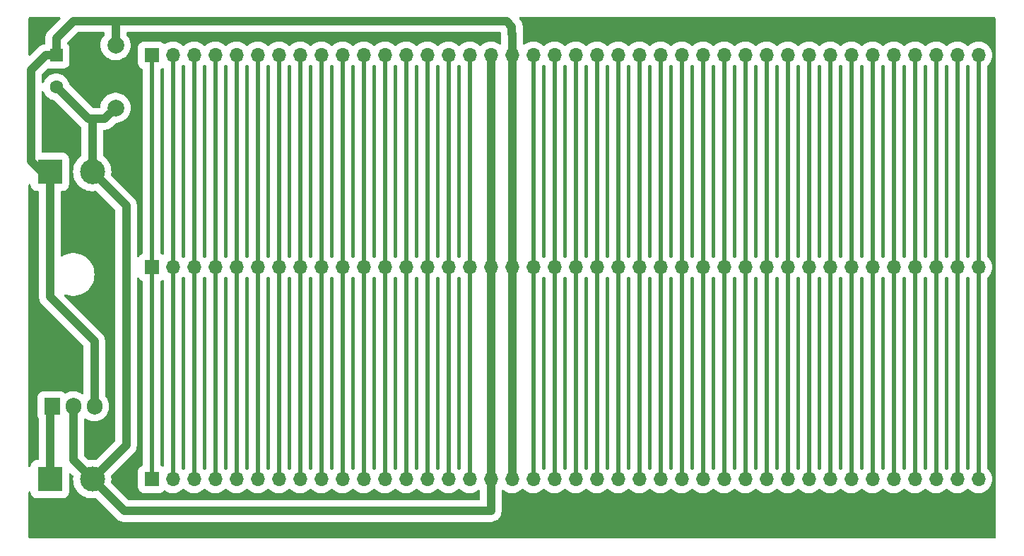
<source format=gbr>
G04 #@! TF.GenerationSoftware,KiCad,Pcbnew,8.0.6*
G04 #@! TF.CreationDate,2024-12-14T14:54:13+01:00*
G04 #@! TF.ProjectId,rc6502_backplane,72633635-3032-45f6-9261-636b706c616e,rev?*
G04 #@! TF.SameCoordinates,PXc093510PY2455c20*
G04 #@! TF.FileFunction,Copper,L2,Bot*
G04 #@! TF.FilePolarity,Positive*
%FSLAX46Y46*%
G04 Gerber Fmt 4.6, Leading zero omitted, Abs format (unit mm)*
G04 Created by KiCad (PCBNEW 8.0.6) date 2024-12-14 14:54:13*
%MOMM*%
%LPD*%
G01*
G04 APERTURE LIST*
G04 #@! TA.AperFunction,ComponentPad*
%ADD10R,2.999740X2.999740*%
G04 #@! TD*
G04 #@! TA.AperFunction,ComponentPad*
%ADD11C,2.999740*%
G04 #@! TD*
G04 #@! TA.AperFunction,ComponentPad*
%ADD12R,1.700000X1.700000*%
G04 #@! TD*
G04 #@! TA.AperFunction,ComponentPad*
%ADD13O,1.700000X1.700000*%
G04 #@! TD*
G04 #@! TA.AperFunction,ComponentPad*
%ADD14R,1.905000X2.000000*%
G04 #@! TD*
G04 #@! TA.AperFunction,ComponentPad*
%ADD15O,1.905000X2.000000*%
G04 #@! TD*
G04 #@! TA.AperFunction,ComponentPad*
%ADD16C,2.000000*%
G04 #@! TD*
G04 #@! TA.AperFunction,ComponentPad*
%ADD17R,1.600000X1.600000*%
G04 #@! TD*
G04 #@! TA.AperFunction,ComponentPad*
%ADD18C,1.600000*%
G04 #@! TD*
G04 #@! TA.AperFunction,Conductor*
%ADD19C,1.000000*%
G04 #@! TD*
G04 #@! TA.AperFunction,Conductor*
%ADD20C,0.500000*%
G04 #@! TD*
G04 APERTURE END LIST*
D10*
G04 #@! TO.P,J5,1,Pin_1*
G04 #@! TO.N,VCC*
X-113792000Y-19050000D03*
D11*
G04 #@! TO.P,J5,2,Pin_2*
G04 #@! TO.N,GND*
X-108712000Y-19050000D03*
G04 #@! TD*
D12*
G04 #@! TO.P,J3,1,Pin_1*
G04 #@! TO.N,/P1*
X-101600000Y-30480000D03*
D13*
G04 #@! TO.P,J3,2,Pin_2*
G04 #@! TO.N,/P2*
X-99060000Y-30480000D03*
G04 #@! TO.P,J3,3,Pin_3*
G04 #@! TO.N,/P3*
X-96520000Y-30480000D03*
G04 #@! TO.P,J3,4,Pin_4*
G04 #@! TO.N,/P4*
X-93980000Y-30480000D03*
G04 #@! TO.P,J3,5,Pin_5*
G04 #@! TO.N,/P5*
X-91440000Y-30480000D03*
G04 #@! TO.P,J3,6,Pin_6*
G04 #@! TO.N,/P6*
X-88900000Y-30480000D03*
G04 #@! TO.P,J3,7,Pin_7*
G04 #@! TO.N,/P7*
X-86360000Y-30480000D03*
G04 #@! TO.P,J3,8,Pin_8*
G04 #@! TO.N,/P8*
X-83820000Y-30480000D03*
G04 #@! TO.P,J3,9,Pin_9*
G04 #@! TO.N,/P9*
X-81280000Y-30480000D03*
G04 #@! TO.P,J3,10,Pin_10*
G04 #@! TO.N,/P10*
X-78740000Y-30480000D03*
G04 #@! TO.P,J3,11,Pin_11*
G04 #@! TO.N,/P11*
X-76200000Y-30480000D03*
G04 #@! TO.P,J3,12,Pin_12*
G04 #@! TO.N,/P12*
X-73660000Y-30480000D03*
G04 #@! TO.P,J3,13,Pin_13*
G04 #@! TO.N,/P13*
X-71120000Y-30480000D03*
G04 #@! TO.P,J3,14,Pin_14*
G04 #@! TO.N,/P14*
X-68580000Y-30480000D03*
G04 #@! TO.P,J3,15,Pin_15*
G04 #@! TO.N,/P15*
X-66040000Y-30480000D03*
G04 #@! TO.P,J3,16,Pin_16*
G04 #@! TO.N,/P16*
X-63500000Y-30480000D03*
G04 #@! TO.P,J3,17,Pin_17*
G04 #@! TO.N,GND*
X-60960000Y-30480000D03*
G04 #@! TO.P,J3,18,Pin_18*
G04 #@! TO.N,VCC*
X-58420000Y-30480000D03*
G04 #@! TO.P,J3,19,Pin_19*
G04 #@! TO.N,/P19*
X-55880000Y-30480000D03*
G04 #@! TO.P,J3,20,Pin_20*
G04 #@! TO.N,/P20*
X-53340000Y-30480000D03*
G04 #@! TO.P,J3,21,Pin_21*
G04 #@! TO.N,/P21*
X-50800000Y-30480000D03*
G04 #@! TO.P,J3,22,Pin_22*
G04 #@! TO.N,/P22*
X-48260000Y-30480000D03*
G04 #@! TO.P,J3,23,Pin_23*
G04 #@! TO.N,/P23*
X-45720000Y-30480000D03*
G04 #@! TO.P,J3,24,Pin_24*
G04 #@! TO.N,/P24*
X-43180000Y-30480000D03*
G04 #@! TO.P,J3,25,Pin_25*
G04 #@! TO.N,/P25*
X-40640000Y-30480000D03*
G04 #@! TO.P,J3,26,Pin_26*
G04 #@! TO.N,/P26*
X-38100000Y-30480000D03*
G04 #@! TO.P,J3,27,Pin_27*
G04 #@! TO.N,/P27*
X-35560000Y-30480000D03*
G04 #@! TO.P,J3,28,Pin_28*
G04 #@! TO.N,/P28*
X-33020000Y-30480000D03*
G04 #@! TO.P,J3,29,Pin_29*
G04 #@! TO.N,/P29*
X-30480000Y-30480000D03*
G04 #@! TO.P,J3,30,Pin_30*
G04 #@! TO.N,/P30*
X-27940000Y-30480000D03*
G04 #@! TO.P,J3,31,Pin_31*
G04 #@! TO.N,/P31*
X-25400000Y-30480000D03*
G04 #@! TO.P,J3,32,Pin_32*
G04 #@! TO.N,/P32*
X-22860000Y-30480000D03*
G04 #@! TO.P,J3,33,Pin_33*
G04 #@! TO.N,/P33*
X-20320000Y-30480000D03*
G04 #@! TO.P,J3,34,Pin_34*
G04 #@! TO.N,/P34*
X-17780000Y-30480000D03*
G04 #@! TO.P,J3,35,Pin_35*
G04 #@! TO.N,/P35*
X-15240000Y-30480000D03*
G04 #@! TO.P,J3,36,Pin_36*
G04 #@! TO.N,/P36*
X-12700000Y-30480000D03*
G04 #@! TO.P,J3,37,Pin_37*
G04 #@! TO.N,/P37*
X-10160000Y-30480000D03*
G04 #@! TO.P,J3,38,Pin_38*
G04 #@! TO.N,/P38*
X-7620000Y-30480000D03*
G04 #@! TO.P,J3,39,Pin_39*
G04 #@! TO.N,/P39*
X-5080000Y-30480000D03*
G04 #@! TO.P,J3,40,Pin_40*
G04 #@! TO.N,/P40*
X-2540000Y-30480000D03*
G04 #@! TD*
D10*
G04 #@! TO.P,J1,1,Pin_1*
G04 #@! TO.N,VIN*
X-113792000Y-55880000D03*
D11*
G04 #@! TO.P,J1,2,Pin_2*
G04 #@! TO.N,GND*
X-108712000Y-55880000D03*
G04 #@! TD*
D14*
G04 #@! TO.P,U1,1,VI*
G04 #@! TO.N,VIN*
X-113538000Y-47150000D03*
D15*
G04 #@! TO.P,U1,2,GND*
G04 #@! TO.N,GND*
X-110998000Y-47150000D03*
G04 #@! TO.P,U1,3,VO*
G04 #@! TO.N,VCC*
X-108458000Y-47150000D03*
G04 #@! TD*
D12*
G04 #@! TO.P,J2,1,Pin_1*
G04 #@! TO.N,/P1*
X-101600000Y-55880000D03*
D13*
G04 #@! TO.P,J2,2,Pin_2*
G04 #@! TO.N,/P2*
X-99060000Y-55880000D03*
G04 #@! TO.P,J2,3,Pin_3*
G04 #@! TO.N,/P3*
X-96520000Y-55880000D03*
G04 #@! TO.P,J2,4,Pin_4*
G04 #@! TO.N,/P4*
X-93980000Y-55880000D03*
G04 #@! TO.P,J2,5,Pin_5*
G04 #@! TO.N,/P5*
X-91440000Y-55880000D03*
G04 #@! TO.P,J2,6,Pin_6*
G04 #@! TO.N,/P6*
X-88900000Y-55880000D03*
G04 #@! TO.P,J2,7,Pin_7*
G04 #@! TO.N,/P7*
X-86360000Y-55880000D03*
G04 #@! TO.P,J2,8,Pin_8*
G04 #@! TO.N,/P8*
X-83820000Y-55880000D03*
G04 #@! TO.P,J2,9,Pin_9*
G04 #@! TO.N,/P9*
X-81280000Y-55880000D03*
G04 #@! TO.P,J2,10,Pin_10*
G04 #@! TO.N,/P10*
X-78740000Y-55880000D03*
G04 #@! TO.P,J2,11,Pin_11*
G04 #@! TO.N,/P11*
X-76200000Y-55880000D03*
G04 #@! TO.P,J2,12,Pin_12*
G04 #@! TO.N,/P12*
X-73660000Y-55880000D03*
G04 #@! TO.P,J2,13,Pin_13*
G04 #@! TO.N,/P13*
X-71120000Y-55880000D03*
G04 #@! TO.P,J2,14,Pin_14*
G04 #@! TO.N,/P14*
X-68580000Y-55880000D03*
G04 #@! TO.P,J2,15,Pin_15*
G04 #@! TO.N,/P15*
X-66040000Y-55880000D03*
G04 #@! TO.P,J2,16,Pin_16*
G04 #@! TO.N,/P16*
X-63500000Y-55880000D03*
G04 #@! TO.P,J2,17,Pin_17*
G04 #@! TO.N,GND*
X-60960000Y-55880000D03*
G04 #@! TO.P,J2,18,Pin_18*
G04 #@! TO.N,VCC*
X-58420000Y-55880000D03*
G04 #@! TO.P,J2,19,Pin_19*
G04 #@! TO.N,/P19*
X-55880000Y-55880000D03*
G04 #@! TO.P,J2,20,Pin_20*
G04 #@! TO.N,/P20*
X-53340000Y-55880000D03*
G04 #@! TO.P,J2,21,Pin_21*
G04 #@! TO.N,/P21*
X-50800000Y-55880000D03*
G04 #@! TO.P,J2,22,Pin_22*
G04 #@! TO.N,/P22*
X-48260000Y-55880000D03*
G04 #@! TO.P,J2,23,Pin_23*
G04 #@! TO.N,/P23*
X-45720000Y-55880000D03*
G04 #@! TO.P,J2,24,Pin_24*
G04 #@! TO.N,/P24*
X-43180000Y-55880000D03*
G04 #@! TO.P,J2,25,Pin_25*
G04 #@! TO.N,/P25*
X-40640000Y-55880000D03*
G04 #@! TO.P,J2,26,Pin_26*
G04 #@! TO.N,/P26*
X-38100000Y-55880000D03*
G04 #@! TO.P,J2,27,Pin_27*
G04 #@! TO.N,/P27*
X-35560000Y-55880000D03*
G04 #@! TO.P,J2,28,Pin_28*
G04 #@! TO.N,/P28*
X-33020000Y-55880000D03*
G04 #@! TO.P,J2,29,Pin_29*
G04 #@! TO.N,/P29*
X-30480000Y-55880000D03*
G04 #@! TO.P,J2,30,Pin_30*
G04 #@! TO.N,/P30*
X-27940000Y-55880000D03*
G04 #@! TO.P,J2,31,Pin_31*
G04 #@! TO.N,/P31*
X-25400000Y-55880000D03*
G04 #@! TO.P,J2,32,Pin_32*
G04 #@! TO.N,/P32*
X-22860000Y-55880000D03*
G04 #@! TO.P,J2,33,Pin_33*
G04 #@! TO.N,/P33*
X-20320000Y-55880000D03*
G04 #@! TO.P,J2,34,Pin_34*
G04 #@! TO.N,/P34*
X-17780000Y-55880000D03*
G04 #@! TO.P,J2,35,Pin_35*
G04 #@! TO.N,/P35*
X-15240000Y-55880000D03*
G04 #@! TO.P,J2,36,Pin_36*
G04 #@! TO.N,/P36*
X-12700000Y-55880000D03*
G04 #@! TO.P,J2,37,Pin_37*
G04 #@! TO.N,/P37*
X-10160000Y-55880000D03*
G04 #@! TO.P,J2,38,Pin_38*
G04 #@! TO.N,/P38*
X-7620000Y-55880000D03*
G04 #@! TO.P,J2,39,Pin_39*
G04 #@! TO.N,/P39*
X-5080000Y-55880000D03*
G04 #@! TO.P,J2,40,Pin_40*
G04 #@! TO.N,/P40*
X-2540000Y-55880000D03*
G04 #@! TD*
D16*
G04 #@! TO.P,C1,1*
G04 #@! TO.N,VCC*
X-105918000Y-3870000D03*
G04 #@! TO.P,C1,2*
G04 #@! TO.N,GND*
X-105918000Y-11370000D03*
G04 #@! TD*
D12*
G04 #@! TO.P,J4,1,Pin_1*
G04 #@! TO.N,/P1*
X-101600000Y-5080000D03*
D13*
G04 #@! TO.P,J4,2,Pin_2*
G04 #@! TO.N,/P2*
X-99060000Y-5080000D03*
G04 #@! TO.P,J4,3,Pin_3*
G04 #@! TO.N,/P3*
X-96520000Y-5080000D03*
G04 #@! TO.P,J4,4,Pin_4*
G04 #@! TO.N,/P4*
X-93980000Y-5080000D03*
G04 #@! TO.P,J4,5,Pin_5*
G04 #@! TO.N,/P5*
X-91440000Y-5080000D03*
G04 #@! TO.P,J4,6,Pin_6*
G04 #@! TO.N,/P6*
X-88900000Y-5080000D03*
G04 #@! TO.P,J4,7,Pin_7*
G04 #@! TO.N,/P7*
X-86360000Y-5080000D03*
G04 #@! TO.P,J4,8,Pin_8*
G04 #@! TO.N,/P8*
X-83820000Y-5080000D03*
G04 #@! TO.P,J4,9,Pin_9*
G04 #@! TO.N,/P9*
X-81280000Y-5080000D03*
G04 #@! TO.P,J4,10,Pin_10*
G04 #@! TO.N,/P10*
X-78740000Y-5080000D03*
G04 #@! TO.P,J4,11,Pin_11*
G04 #@! TO.N,/P11*
X-76200000Y-5080000D03*
G04 #@! TO.P,J4,12,Pin_12*
G04 #@! TO.N,/P12*
X-73660000Y-5080000D03*
G04 #@! TO.P,J4,13,Pin_13*
G04 #@! TO.N,/P13*
X-71120000Y-5080000D03*
G04 #@! TO.P,J4,14,Pin_14*
G04 #@! TO.N,/P14*
X-68580000Y-5080000D03*
G04 #@! TO.P,J4,15,Pin_15*
G04 #@! TO.N,/P15*
X-66040000Y-5080000D03*
G04 #@! TO.P,J4,16,Pin_16*
G04 #@! TO.N,/P16*
X-63500000Y-5080000D03*
G04 #@! TO.P,J4,17,Pin_17*
G04 #@! TO.N,GND*
X-60960000Y-5080000D03*
G04 #@! TO.P,J4,18,Pin_18*
G04 #@! TO.N,VCC*
X-58420000Y-5080000D03*
G04 #@! TO.P,J4,19,Pin_19*
G04 #@! TO.N,/P19*
X-55880000Y-5080000D03*
G04 #@! TO.P,J4,20,Pin_20*
G04 #@! TO.N,/P20*
X-53340000Y-5080000D03*
G04 #@! TO.P,J4,21,Pin_21*
G04 #@! TO.N,/P21*
X-50800000Y-5080000D03*
G04 #@! TO.P,J4,22,Pin_22*
G04 #@! TO.N,/P22*
X-48260000Y-5080000D03*
G04 #@! TO.P,J4,23,Pin_23*
G04 #@! TO.N,/P23*
X-45720000Y-5080000D03*
G04 #@! TO.P,J4,24,Pin_24*
G04 #@! TO.N,/P24*
X-43180000Y-5080000D03*
G04 #@! TO.P,J4,25,Pin_25*
G04 #@! TO.N,/P25*
X-40640000Y-5080000D03*
G04 #@! TO.P,J4,26,Pin_26*
G04 #@! TO.N,/P26*
X-38100000Y-5080000D03*
G04 #@! TO.P,J4,27,Pin_27*
G04 #@! TO.N,/P27*
X-35560000Y-5080000D03*
G04 #@! TO.P,J4,28,Pin_28*
G04 #@! TO.N,/P28*
X-33020000Y-5080000D03*
G04 #@! TO.P,J4,29,Pin_29*
G04 #@! TO.N,/P29*
X-30480000Y-5080000D03*
G04 #@! TO.P,J4,30,Pin_30*
G04 #@! TO.N,/P30*
X-27940000Y-5080000D03*
G04 #@! TO.P,J4,31,Pin_31*
G04 #@! TO.N,/P31*
X-25400000Y-5080000D03*
G04 #@! TO.P,J4,32,Pin_32*
G04 #@! TO.N,/P32*
X-22860000Y-5080000D03*
G04 #@! TO.P,J4,33,Pin_33*
G04 #@! TO.N,/P33*
X-20320000Y-5080000D03*
G04 #@! TO.P,J4,34,Pin_34*
G04 #@! TO.N,/P34*
X-17780000Y-5080000D03*
G04 #@! TO.P,J4,35,Pin_35*
G04 #@! TO.N,/P35*
X-15240000Y-5080000D03*
G04 #@! TO.P,J4,36,Pin_36*
G04 #@! TO.N,/P36*
X-12700000Y-5080000D03*
G04 #@! TO.P,J4,37,Pin_37*
G04 #@! TO.N,/P37*
X-10160000Y-5080000D03*
G04 #@! TO.P,J4,38,Pin_38*
G04 #@! TO.N,/P38*
X-7620000Y-5080000D03*
G04 #@! TO.P,J4,39,Pin_39*
G04 #@! TO.N,/P39*
X-5080000Y-5080000D03*
G04 #@! TO.P,J4,40,Pin_40*
G04 #@! TO.N,/P40*
X-2540000Y-5080000D03*
G04 #@! TD*
D17*
G04 #@! TO.P,C2,1*
G04 #@! TO.N,VCC*
X-113030000Y-5080000D03*
D18*
G04 #@! TO.P,C2,2*
G04 #@! TO.N,GND*
X-113030000Y-8880000D03*
G04 #@! TD*
D19*
G04 #@! TO.N,GND*
X-113030000Y-8880000D02*
X-109210000Y-12700000D01*
X-109210000Y-12700000D02*
X-108458000Y-12700000D01*
G04 #@! TO.N,VCC*
X-113030000Y-5080000D02*
X-113030000Y-3032000D01*
X-113030000Y-3032000D02*
X-110998000Y-1000000D01*
X-113792000Y-19050000D02*
X-114808000Y-19050000D01*
X-116078000Y-17780000D02*
X-116078000Y-6858000D01*
X-114808000Y-19050000D02*
X-116078000Y-17780000D01*
X-116078000Y-6858000D02*
X-114300000Y-5080000D01*
X-114300000Y-5080000D02*
X-113030000Y-5080000D01*
G04 #@! TO.N,GND*
X-105156000Y-59436000D02*
X-104902000Y-59690000D01*
X-104902000Y-59690000D02*
X-60960000Y-59690000D01*
X-60960000Y-59690000D02*
X-60960000Y-55880000D01*
G04 #@! TO.N,VCC*
X-58420000Y-5080000D02*
X-58420000Y-2540000D01*
X-58420000Y-2540000D02*
X-58424000Y-2536000D01*
X-58424000Y-1648000D02*
X-59072000Y-1000000D01*
X-58424000Y-2536000D02*
X-58424000Y-1648000D01*
X-59072000Y-1000000D02*
X-110998000Y-1000000D01*
G04 #@! TO.N,GND*
X-110998000Y-47150000D02*
X-110998000Y-53594000D01*
X-110998000Y-53594000D02*
X-108712000Y-55880000D01*
G04 #@! TO.N,VCC*
X-113792000Y-19050000D02*
X-113792000Y-34036000D01*
X-105918000Y-1330000D02*
X-105918000Y-3870000D01*
G04 #@! TO.N,GND*
X-105918000Y-11370000D02*
X-107248000Y-12700000D01*
X-107248000Y-12700000D02*
X-108458000Y-12700000D01*
X-108712000Y-12954000D02*
X-108458000Y-12700000D01*
X-108712000Y-19050000D02*
X-108712000Y-12954000D01*
X-108712000Y-55880000D02*
X-104648000Y-51816000D01*
X-104648000Y-51816000D02*
X-104648000Y-23114000D01*
X-104648000Y-23114000D02*
X-108712000Y-19050000D01*
G04 #@! TO.N,VIN*
X-113792000Y-47404000D02*
X-113538000Y-47150000D01*
X-113792000Y-55880000D02*
X-113792000Y-47404000D01*
D20*
G04 #@! TO.N,/P10*
X-78740000Y-5080000D02*
X-78740000Y-30480000D01*
X-78740000Y-55880000D02*
X-78740000Y-30480000D01*
G04 #@! TO.N,/P21*
X-50800000Y-5080000D02*
X-50800000Y-30480000D01*
X-50800000Y-55880000D02*
X-50800000Y-30480000D01*
G04 #@! TO.N,/P23*
X-45720000Y-5080000D02*
X-45720000Y-30480000D01*
X-45720000Y-55880000D02*
X-45720000Y-30480000D01*
G04 #@! TO.N,/P33*
X-20320000Y-5080000D02*
X-20320000Y-30480000D01*
X-20320000Y-55880000D02*
X-20320000Y-30480000D01*
G04 #@! TO.N,/P20*
X-53340000Y-5080000D02*
X-53340000Y-30480000D01*
X-53340000Y-55880000D02*
X-53340000Y-30480000D01*
G04 #@! TO.N,/P7*
X-86360000Y-5080000D02*
X-86360000Y-30480000D01*
X-86360000Y-55880000D02*
X-86360000Y-30480000D01*
G04 #@! TO.N,/P24*
X-43180000Y-5080000D02*
X-43180000Y-30480000D01*
X-43180000Y-55880000D02*
X-43180000Y-30480000D01*
G04 #@! TO.N,/P4*
X-93980000Y-5080000D02*
X-93980000Y-30480000D01*
X-93980000Y-55880000D02*
X-93980000Y-30480000D01*
G04 #@! TO.N,/P8*
X-83820000Y-5080000D02*
X-83820000Y-30480000D01*
X-83820000Y-55880000D02*
X-83820000Y-30480000D01*
G04 #@! TO.N,/P3*
X-96520000Y-5080000D02*
X-96520000Y-30480000D01*
X-96520000Y-55880000D02*
X-96520000Y-30480000D01*
G04 #@! TO.N,/P27*
X-35560000Y-5080000D02*
X-35560000Y-30480000D01*
X-35560000Y-55880000D02*
X-35560000Y-30480000D01*
G04 #@! TO.N,/P25*
X-40640000Y-5080000D02*
X-40640000Y-30480000D01*
X-40640000Y-55880000D02*
X-40640000Y-30480000D01*
G04 #@! TO.N,/P39*
X-5080000Y-5080000D02*
X-5080000Y-30480000D01*
X-5080000Y-55880000D02*
X-5080000Y-30480000D01*
G04 #@! TO.N,/P32*
X-22860000Y-5080000D02*
X-22860000Y-30480000D01*
X-22860000Y-55880000D02*
X-22860000Y-30480000D01*
G04 #@! TO.N,/P6*
X-88900000Y-5080000D02*
X-88900000Y-30480000D01*
X-88900000Y-55880000D02*
X-88900000Y-30480000D01*
G04 #@! TO.N,/P37*
X-10160000Y-5080000D02*
X-10160000Y-30480000D01*
X-10160000Y-55880000D02*
X-10160000Y-30480000D01*
G04 #@! TO.N,/P9*
X-81280000Y-5080000D02*
X-81280000Y-30480000D01*
X-81280000Y-55880000D02*
X-81280000Y-30480000D01*
G04 #@! TO.N,/P11*
X-76200000Y-5080000D02*
X-76200000Y-30480000D01*
X-76200000Y-55880000D02*
X-76200000Y-30480000D01*
G04 #@! TO.N,/P40*
X-2540000Y-5080000D02*
X-2540000Y-30480000D01*
X-2540000Y-55880000D02*
X-2540000Y-30480000D01*
G04 #@! TO.N,/P28*
X-33020000Y-5080000D02*
X-33020000Y-30480000D01*
X-33020000Y-55880000D02*
X-33020000Y-30480000D01*
G04 #@! TO.N,/P2*
X-99060000Y-5080000D02*
X-99060000Y-30480000D01*
X-99060000Y-55880000D02*
X-99060000Y-30480000D01*
G04 #@! TO.N,/P34*
X-17780000Y-5080000D02*
X-17780000Y-30480000D01*
X-17780000Y-55880000D02*
X-17780000Y-30480000D01*
G04 #@! TO.N,/P35*
X-15240000Y-5080000D02*
X-15240000Y-30480000D01*
X-15240000Y-55880000D02*
X-15240000Y-30480000D01*
G04 #@! TO.N,/P26*
X-38100000Y-5080000D02*
X-38100000Y-30480000D01*
X-38100000Y-55880000D02*
X-38100000Y-30480000D01*
G04 #@! TO.N,/P14*
X-68580000Y-5080000D02*
X-68580000Y-30480000D01*
X-68580000Y-55880000D02*
X-68580000Y-30480000D01*
G04 #@! TO.N,/P38*
X-7620000Y-5080000D02*
X-7620000Y-30480000D01*
X-7620000Y-55880000D02*
X-7620000Y-30480000D01*
G04 #@! TO.N,/P12*
X-73660000Y-5080000D02*
X-73660000Y-30480000D01*
X-73660000Y-55880000D02*
X-73660000Y-30480000D01*
G04 #@! TO.N,/P36*
X-12700000Y-5080000D02*
X-12700000Y-30480000D01*
X-12700000Y-55880000D02*
X-12700000Y-30480000D01*
G04 #@! TO.N,/P13*
X-71120000Y-5080000D02*
X-71120000Y-30480000D01*
X-71120000Y-55880000D02*
X-71120000Y-30480000D01*
G04 #@! TO.N,/P22*
X-48260000Y-5080000D02*
X-48260000Y-30480000D01*
X-48260000Y-55880000D02*
X-48260000Y-30480000D01*
G04 #@! TO.N,/P29*
X-30480000Y-5080000D02*
X-30480000Y-30480000D01*
X-30480000Y-55880000D02*
X-30480000Y-30480000D01*
G04 #@! TO.N,/P16*
X-63500000Y-5080000D02*
X-63500000Y-30480000D01*
X-63500000Y-55880000D02*
X-63500000Y-30480000D01*
G04 #@! TO.N,/P5*
X-91440000Y-5080000D02*
X-91440000Y-30480000D01*
X-91440000Y-55880000D02*
X-91440000Y-30480000D01*
G04 #@! TO.N,/P31*
X-25400000Y-5080000D02*
X-25400000Y-30480000D01*
X-25400000Y-55880000D02*
X-25400000Y-30480000D01*
G04 #@! TO.N,/P1*
X-101600000Y-5080000D02*
X-101600000Y-30480000D01*
X-101600000Y-55880000D02*
X-101600000Y-30480000D01*
G04 #@! TO.N,/P15*
X-66040000Y-5080000D02*
X-66040000Y-30480000D01*
X-66040000Y-55880000D02*
X-66040000Y-30480000D01*
G04 #@! TO.N,/P30*
X-27940000Y-5080000D02*
X-27940000Y-30480000D01*
X-27940000Y-55880000D02*
X-27940000Y-30480000D01*
G04 #@! TO.N,/P19*
X-55880000Y-5080000D02*
X-55880000Y-30480000D01*
X-55880000Y-55880000D02*
X-55880000Y-30480000D01*
D19*
G04 #@! TO.N,GND*
X-108712000Y-55880000D02*
X-104902000Y-59690000D01*
X-108712000Y-20066000D02*
X-108712000Y-17780000D01*
X-108498000Y-17994000D02*
X-108712000Y-17780000D01*
X-60960000Y-55880000D02*
X-60960000Y-30480000D01*
X-60960000Y-5080000D02*
X-60960000Y-30480000D01*
G04 #@! TO.N,VCC*
X-108458000Y-39370000D02*
X-113792000Y-34036000D01*
X-108458000Y-47150000D02*
X-108458000Y-39370000D01*
X-58420000Y-5080000D02*
X-58420000Y-30480000D01*
X-58420000Y-55880000D02*
X-58420000Y-30480000D01*
G04 #@! TD*
G04 #@! TA.AperFunction,NonConductor*
G36*
X-112570008Y-520185D02*
G01*
X-112524253Y-572989D01*
X-112514309Y-642147D01*
X-112543334Y-705703D01*
X-112549366Y-712181D01*
X-114021964Y-2184778D01*
X-114142284Y-2350384D01*
X-114142286Y-2350387D01*
X-114184709Y-2433648D01*
X-114235219Y-2532776D01*
X-114298478Y-2727465D01*
X-114330500Y-2929648D01*
X-114330500Y-3597059D01*
X-114350185Y-3664098D01*
X-114366819Y-3684740D01*
X-114444235Y-3762156D01*
X-114505558Y-3795641D01*
X-114512516Y-3796948D01*
X-114546622Y-3802350D01*
X-114560048Y-3804477D01*
X-114560049Y-3804477D01*
X-114604536Y-3811523D01*
X-114799216Y-3874777D01*
X-114799219Y-3874778D01*
X-114981112Y-3967459D01*
X-114981603Y-3967708D01*
X-114981609Y-3967712D01*
X-115147220Y-4088034D01*
X-116127819Y-5068634D01*
X-116189142Y-5102119D01*
X-116258834Y-5097135D01*
X-116314767Y-5055263D01*
X-116339184Y-4989799D01*
X-116339500Y-4980953D01*
X-116339500Y-624500D01*
X-116319815Y-557461D01*
X-116267011Y-511706D01*
X-116215500Y-500500D01*
X-112637047Y-500500D01*
X-112570008Y-520185D01*
G37*
G04 #@! TD.AperFunction*
G04 #@! TA.AperFunction,NonConductor*
G36*
X-100166401Y-6594317D02*
G01*
X-100121187Y-6647585D01*
X-100110500Y-6697944D01*
X-100110500Y-28862055D01*
X-100130185Y-28929094D01*
X-100182989Y-28974849D01*
X-100252147Y-28984793D01*
X-100300472Y-28967049D01*
X-100400476Y-28904212D01*
X-100400477Y-28904211D01*
X-100466456Y-28881124D01*
X-100523231Y-28840402D01*
X-100548978Y-28775449D01*
X-100549500Y-28764083D01*
X-100549500Y-6795917D01*
X-100529815Y-6728878D01*
X-100477011Y-6683123D01*
X-100466454Y-6678875D01*
X-100464235Y-6678098D01*
X-100400478Y-6655789D01*
X-100300472Y-6592950D01*
X-100233236Y-6573950D01*
X-100166401Y-6594317D01*
G37*
G04 #@! TD.AperFunction*
G04 #@! TA.AperFunction,NonConductor*
G36*
X-107275461Y-2320185D02*
G01*
X-107229706Y-2372989D01*
X-107218500Y-2424500D01*
X-107218500Y-2569608D01*
X-107238185Y-2636647D01*
X-107245552Y-2646918D01*
X-107258859Y-2663606D01*
X-107409815Y-2852898D01*
X-107544742Y-3086599D01*
X-107544744Y-3086603D01*
X-107643334Y-3337804D01*
X-107643336Y-3337811D01*
X-107703384Y-3600898D01*
X-107723549Y-3869995D01*
X-107723549Y-3870004D01*
X-107703384Y-4139101D01*
X-107681485Y-4235046D01*
X-107643334Y-4402195D01*
X-107544743Y-4653398D01*
X-107409815Y-4887102D01*
X-107275711Y-5055263D01*
X-107241558Y-5098089D01*
X-107054817Y-5271358D01*
X-107043741Y-5281635D01*
X-106820774Y-5433651D01*
X-106577641Y-5550738D01*
X-106319772Y-5630280D01*
X-106319771Y-5630280D01*
X-106319768Y-5630281D01*
X-106052937Y-5670499D01*
X-106052932Y-5670499D01*
X-106052929Y-5670500D01*
X-106052928Y-5670500D01*
X-105783072Y-5670500D01*
X-105783071Y-5670500D01*
X-105783064Y-5670499D01*
X-105516233Y-5630281D01*
X-105516232Y-5630280D01*
X-105516228Y-5630280D01*
X-105258359Y-5550738D01*
X-105015225Y-5433651D01*
X-104792259Y-5281635D01*
X-104638741Y-5139190D01*
X-104594443Y-5098089D01*
X-104594443Y-5098087D01*
X-104594439Y-5098085D01*
X-104426185Y-4887102D01*
X-104291257Y-4653398D01*
X-104192666Y-4402195D01*
X-104132617Y-4139103D01*
X-104125895Y-4049402D01*
X-104112451Y-3870004D01*
X-104112451Y-3869995D01*
X-104132617Y-3600898D01*
X-104150654Y-3521872D01*
X-104192666Y-3337805D01*
X-104291257Y-3086602D01*
X-104426185Y-2852898D01*
X-104590448Y-2646920D01*
X-104616855Y-2582234D01*
X-104617500Y-2569608D01*
X-104617500Y-2424500D01*
X-104597815Y-2357461D01*
X-104545011Y-2311706D01*
X-104493500Y-2300500D01*
X-59848500Y-2300500D01*
X-59781461Y-2320185D01*
X-59735706Y-2372989D01*
X-59724500Y-2424500D01*
X-59724500Y-2638351D01*
X-59722027Y-2653965D01*
X-59720500Y-2673363D01*
X-59720500Y-3699104D01*
X-59740185Y-3766143D01*
X-59792989Y-3811898D01*
X-59862147Y-3821842D01*
X-59925031Y-3793395D01*
X-59956939Y-3766143D01*
X-59986860Y-3740588D01*
X-60208372Y-3604846D01*
X-60208373Y-3604845D01*
X-60208377Y-3604843D01*
X-60374373Y-3536086D01*
X-60448390Y-3505427D01*
X-60448389Y-3505427D01*
X-60586079Y-3472370D01*
X-60701006Y-3444779D01*
X-60701008Y-3444778D01*
X-60701009Y-3444778D01*
X-60960000Y-3424396D01*
X-61218991Y-3444778D01*
X-61471611Y-3505427D01*
X-61711624Y-3604843D01*
X-61933141Y-3740588D01*
X-62096928Y-3880476D01*
X-62130689Y-3909311D01*
X-62135713Y-3915193D01*
X-62194219Y-3953383D01*
X-62264087Y-3953881D01*
X-62323132Y-3916526D01*
X-62324233Y-3915256D01*
X-62329311Y-3909311D01*
X-62526860Y-3740588D01*
X-62748372Y-3604846D01*
X-62748373Y-3604845D01*
X-62748377Y-3604843D01*
X-62914373Y-3536086D01*
X-62988390Y-3505427D01*
X-62988389Y-3505427D01*
X-63126079Y-3472370D01*
X-63241006Y-3444779D01*
X-63241008Y-3444778D01*
X-63241009Y-3444778D01*
X-63500000Y-3424396D01*
X-63758991Y-3444778D01*
X-64011611Y-3505427D01*
X-64251624Y-3604843D01*
X-64473141Y-3740588D01*
X-64636928Y-3880476D01*
X-64670689Y-3909311D01*
X-64675713Y-3915193D01*
X-64734219Y-3953383D01*
X-64804087Y-3953881D01*
X-64863132Y-3916526D01*
X-64864233Y-3915256D01*
X-64869311Y-3909311D01*
X-65066860Y-3740588D01*
X-65288372Y-3604846D01*
X-65288373Y-3604845D01*
X-65288377Y-3604843D01*
X-65454373Y-3536086D01*
X-65528390Y-3505427D01*
X-65528389Y-3505427D01*
X-65666079Y-3472370D01*
X-65781006Y-3444779D01*
X-65781008Y-3444778D01*
X-65781009Y-3444778D01*
X-66040000Y-3424396D01*
X-66298991Y-3444778D01*
X-66551611Y-3505427D01*
X-66791624Y-3604843D01*
X-67013141Y-3740588D01*
X-67176928Y-3880476D01*
X-67210689Y-3909311D01*
X-67215713Y-3915193D01*
X-67274219Y-3953383D01*
X-67344087Y-3953881D01*
X-67403132Y-3916526D01*
X-67404233Y-3915256D01*
X-67409311Y-3909311D01*
X-67606860Y-3740588D01*
X-67828372Y-3604846D01*
X-67828373Y-3604845D01*
X-67828377Y-3604843D01*
X-67994373Y-3536086D01*
X-68068390Y-3505427D01*
X-68068389Y-3505427D01*
X-68206079Y-3472370D01*
X-68321006Y-3444779D01*
X-68321008Y-3444778D01*
X-68321009Y-3444778D01*
X-68580000Y-3424396D01*
X-68838991Y-3444778D01*
X-69091611Y-3505427D01*
X-69331624Y-3604843D01*
X-69553141Y-3740588D01*
X-69716928Y-3880476D01*
X-69750689Y-3909311D01*
X-69755713Y-3915193D01*
X-69814219Y-3953383D01*
X-69884087Y-3953881D01*
X-69943132Y-3916526D01*
X-69944233Y-3915256D01*
X-69949311Y-3909311D01*
X-70146860Y-3740588D01*
X-70368372Y-3604846D01*
X-70368373Y-3604845D01*
X-70368377Y-3604843D01*
X-70534373Y-3536086D01*
X-70608390Y-3505427D01*
X-70608389Y-3505427D01*
X-70746079Y-3472370D01*
X-70861006Y-3444779D01*
X-70861008Y-3444778D01*
X-70861009Y-3444778D01*
X-71120000Y-3424396D01*
X-71378991Y-3444778D01*
X-71631611Y-3505427D01*
X-71871624Y-3604843D01*
X-72093141Y-3740588D01*
X-72256928Y-3880476D01*
X-72290689Y-3909311D01*
X-72295713Y-3915193D01*
X-72354219Y-3953383D01*
X-72424087Y-3953881D01*
X-72483132Y-3916526D01*
X-72484233Y-3915256D01*
X-72489311Y-3909311D01*
X-72686860Y-3740588D01*
X-72908372Y-3604846D01*
X-72908373Y-3604845D01*
X-72908377Y-3604843D01*
X-73074373Y-3536086D01*
X-73148390Y-3505427D01*
X-73148389Y-3505427D01*
X-73286079Y-3472370D01*
X-73401006Y-3444779D01*
X-73401008Y-3444778D01*
X-73401009Y-3444778D01*
X-73660000Y-3424396D01*
X-73918991Y-3444778D01*
X-74171611Y-3505427D01*
X-74411624Y-3604843D01*
X-74633141Y-3740588D01*
X-74796928Y-3880476D01*
X-74830689Y-3909311D01*
X-74835713Y-3915193D01*
X-74894219Y-3953383D01*
X-74964087Y-3953881D01*
X-75023132Y-3916526D01*
X-75024233Y-3915256D01*
X-75029311Y-3909311D01*
X-75226860Y-3740588D01*
X-75448372Y-3604846D01*
X-75448373Y-3604845D01*
X-75448377Y-3604843D01*
X-75614373Y-3536086D01*
X-75688390Y-3505427D01*
X-75688389Y-3505427D01*
X-75826079Y-3472370D01*
X-75941006Y-3444779D01*
X-75941008Y-3444778D01*
X-75941009Y-3444778D01*
X-76200000Y-3424396D01*
X-76458991Y-3444778D01*
X-76711611Y-3505427D01*
X-76951624Y-3604843D01*
X-77173141Y-3740588D01*
X-77336928Y-3880476D01*
X-77370689Y-3909311D01*
X-77375713Y-3915193D01*
X-77434219Y-3953383D01*
X-77504087Y-3953881D01*
X-77563132Y-3916526D01*
X-77564233Y-3915256D01*
X-77569311Y-3909311D01*
X-77766860Y-3740588D01*
X-77988372Y-3604846D01*
X-77988373Y-3604845D01*
X-77988377Y-3604843D01*
X-78154373Y-3536086D01*
X-78228390Y-3505427D01*
X-78228389Y-3505427D01*
X-78366079Y-3472370D01*
X-78481006Y-3444779D01*
X-78481008Y-3444778D01*
X-78481009Y-3444778D01*
X-78740000Y-3424396D01*
X-78998991Y-3444778D01*
X-79251611Y-3505427D01*
X-79491624Y-3604843D01*
X-79713141Y-3740588D01*
X-79876928Y-3880476D01*
X-79910689Y-3909311D01*
X-79915713Y-3915193D01*
X-79974219Y-3953383D01*
X-80044087Y-3953881D01*
X-80103132Y-3916526D01*
X-80104233Y-3915256D01*
X-80109311Y-3909311D01*
X-80306860Y-3740588D01*
X-80528372Y-3604846D01*
X-80528373Y-3604845D01*
X-80528377Y-3604843D01*
X-80694373Y-3536086D01*
X-80768390Y-3505427D01*
X-80768389Y-3505427D01*
X-80906079Y-3472370D01*
X-81021006Y-3444779D01*
X-81021008Y-3444778D01*
X-81021009Y-3444778D01*
X-81280000Y-3424396D01*
X-81538991Y-3444778D01*
X-81791611Y-3505427D01*
X-82031624Y-3604843D01*
X-82253141Y-3740588D01*
X-82416928Y-3880476D01*
X-82450689Y-3909311D01*
X-82455713Y-3915193D01*
X-82514219Y-3953383D01*
X-82584087Y-3953881D01*
X-82643132Y-3916526D01*
X-82644233Y-3915256D01*
X-82649311Y-3909311D01*
X-82846860Y-3740588D01*
X-83068372Y-3604846D01*
X-83068373Y-3604845D01*
X-83068377Y-3604843D01*
X-83234373Y-3536086D01*
X-83308390Y-3505427D01*
X-83308389Y-3505427D01*
X-83446079Y-3472370D01*
X-83561006Y-3444779D01*
X-83561008Y-3444778D01*
X-83561009Y-3444778D01*
X-83820000Y-3424396D01*
X-84078991Y-3444778D01*
X-84331611Y-3505427D01*
X-84571624Y-3604843D01*
X-84793141Y-3740588D01*
X-84956928Y-3880476D01*
X-84990689Y-3909311D01*
X-84995713Y-3915193D01*
X-85054219Y-3953383D01*
X-85124087Y-3953881D01*
X-85183132Y-3916526D01*
X-85184233Y-3915256D01*
X-85189311Y-3909311D01*
X-85386860Y-3740588D01*
X-85608372Y-3604846D01*
X-85608373Y-3604845D01*
X-85608377Y-3604843D01*
X-85774373Y-3536086D01*
X-85848390Y-3505427D01*
X-85848389Y-3505427D01*
X-85986079Y-3472370D01*
X-86101006Y-3444779D01*
X-86101008Y-3444778D01*
X-86101009Y-3444778D01*
X-86360000Y-3424396D01*
X-86618991Y-3444778D01*
X-86871611Y-3505427D01*
X-87111624Y-3604843D01*
X-87333141Y-3740588D01*
X-87496928Y-3880476D01*
X-87530689Y-3909311D01*
X-87535713Y-3915193D01*
X-87594219Y-3953383D01*
X-87664087Y-3953881D01*
X-87723132Y-3916526D01*
X-87724233Y-3915256D01*
X-87729311Y-3909311D01*
X-87926860Y-3740588D01*
X-88148372Y-3604846D01*
X-88148373Y-3604845D01*
X-88148377Y-3604843D01*
X-88314373Y-3536086D01*
X-88388390Y-3505427D01*
X-88388389Y-3505427D01*
X-88526079Y-3472370D01*
X-88641006Y-3444779D01*
X-88641008Y-3444778D01*
X-88641009Y-3444778D01*
X-88900000Y-3424396D01*
X-89158991Y-3444778D01*
X-89411611Y-3505427D01*
X-89651624Y-3604843D01*
X-89873141Y-3740588D01*
X-90036928Y-3880476D01*
X-90070689Y-3909311D01*
X-90075713Y-3915193D01*
X-90134219Y-3953383D01*
X-90204087Y-3953881D01*
X-90263132Y-3916526D01*
X-90264233Y-3915256D01*
X-90269311Y-3909311D01*
X-90466860Y-3740588D01*
X-90688372Y-3604846D01*
X-90688373Y-3604845D01*
X-90688377Y-3604843D01*
X-90854373Y-3536086D01*
X-90928390Y-3505427D01*
X-90928389Y-3505427D01*
X-91066079Y-3472370D01*
X-91181006Y-3444779D01*
X-91181008Y-3444778D01*
X-91181009Y-3444778D01*
X-91440000Y-3424396D01*
X-91698991Y-3444778D01*
X-91951611Y-3505427D01*
X-92191624Y-3604843D01*
X-92413141Y-3740588D01*
X-92576928Y-3880476D01*
X-92610689Y-3909311D01*
X-92615713Y-3915193D01*
X-92674219Y-3953383D01*
X-92744087Y-3953881D01*
X-92803132Y-3916526D01*
X-92804233Y-3915256D01*
X-92809311Y-3909311D01*
X-93006860Y-3740588D01*
X-93228372Y-3604846D01*
X-93228373Y-3604845D01*
X-93228377Y-3604843D01*
X-93394373Y-3536086D01*
X-93468390Y-3505427D01*
X-93468389Y-3505427D01*
X-93606079Y-3472370D01*
X-93721006Y-3444779D01*
X-93721008Y-3444778D01*
X-93721009Y-3444778D01*
X-93980000Y-3424396D01*
X-94238991Y-3444778D01*
X-94491611Y-3505427D01*
X-94731624Y-3604843D01*
X-94953141Y-3740588D01*
X-95116928Y-3880476D01*
X-95150689Y-3909311D01*
X-95155713Y-3915193D01*
X-95214219Y-3953383D01*
X-95284087Y-3953881D01*
X-95343132Y-3916526D01*
X-95344233Y-3915256D01*
X-95349311Y-3909311D01*
X-95546860Y-3740588D01*
X-95768372Y-3604846D01*
X-95768373Y-3604845D01*
X-95768377Y-3604843D01*
X-95934373Y-3536086D01*
X-96008390Y-3505427D01*
X-96008389Y-3505427D01*
X-96146079Y-3472370D01*
X-96261006Y-3444779D01*
X-96261008Y-3444778D01*
X-96261009Y-3444778D01*
X-96520000Y-3424396D01*
X-96778991Y-3444778D01*
X-97031611Y-3505427D01*
X-97271624Y-3604843D01*
X-97493141Y-3740588D01*
X-97656928Y-3880476D01*
X-97690689Y-3909311D01*
X-97695713Y-3915193D01*
X-97754219Y-3953383D01*
X-97824087Y-3953881D01*
X-97883132Y-3916526D01*
X-97884233Y-3915256D01*
X-97889311Y-3909311D01*
X-98086860Y-3740588D01*
X-98308372Y-3604846D01*
X-98308373Y-3604845D01*
X-98308377Y-3604843D01*
X-98474373Y-3536086D01*
X-98548390Y-3505427D01*
X-98548389Y-3505427D01*
X-98686079Y-3472370D01*
X-98801006Y-3444779D01*
X-98801008Y-3444778D01*
X-98801009Y-3444778D01*
X-99060000Y-3424396D01*
X-99318991Y-3444778D01*
X-99571611Y-3505427D01*
X-99811627Y-3604845D01*
X-99995796Y-3717703D01*
X-100063241Y-3735947D01*
X-100129844Y-3714830D01*
X-100148266Y-3699656D01*
X-100247738Y-3600184D01*
X-100400477Y-3504211D01*
X-100570746Y-3444631D01*
X-100570751Y-3444630D01*
X-100705040Y-3429500D01*
X-100705046Y-3429500D01*
X-102494954Y-3429500D01*
X-102494961Y-3429500D01*
X-102629250Y-3444630D01*
X-102629255Y-3444631D01*
X-102799524Y-3504211D01*
X-102952263Y-3600184D01*
X-103079816Y-3727737D01*
X-103175789Y-3880476D01*
X-103235369Y-4050745D01*
X-103235370Y-4050750D01*
X-103250500Y-4185039D01*
X-103250500Y-5974960D01*
X-103235370Y-6109249D01*
X-103235369Y-6109254D01*
X-103175789Y-6279523D01*
X-103089500Y-6416850D01*
X-103079816Y-6432262D01*
X-102952262Y-6559816D01*
X-102899528Y-6592951D01*
X-102799522Y-6655789D01*
X-102733546Y-6678875D01*
X-102676770Y-6719597D01*
X-102651022Y-6784549D01*
X-102650500Y-6795917D01*
X-102650500Y-28764083D01*
X-102670185Y-28831122D01*
X-102722989Y-28876877D01*
X-102733544Y-28881124D01*
X-102799524Y-28904211D01*
X-102799525Y-28904212D01*
X-102952263Y-29000184D01*
X-103079816Y-29127737D01*
X-103079818Y-29127740D01*
X-103118507Y-29189313D01*
X-103170842Y-29235604D01*
X-103239895Y-29246251D01*
X-103303743Y-29217876D01*
X-103342115Y-29159486D01*
X-103347500Y-29123340D01*
X-103347500Y-23011648D01*
X-103379523Y-22809465D01*
X-103442782Y-22614776D01*
X-103489247Y-22523585D01*
X-103489248Y-22523584D01*
X-103535713Y-22432389D01*
X-103656034Y-22266781D01*
X-106403690Y-19519125D01*
X-106437175Y-19457802D01*
X-106437626Y-19407257D01*
X-106426416Y-19350903D01*
X-106406694Y-19050000D01*
X-106426416Y-18749097D01*
X-106485245Y-18453343D01*
X-106582175Y-18167798D01*
X-106715546Y-17897347D01*
X-106883078Y-17646619D01*
X-107007119Y-17505176D01*
X-107081902Y-17419901D01*
X-107308615Y-17221081D01*
X-107308619Y-17221078D01*
X-107356393Y-17189156D01*
X-107401196Y-17135544D01*
X-107411500Y-17086055D01*
X-107411500Y-14124500D01*
X-107391815Y-14057461D01*
X-107339011Y-14011706D01*
X-107287500Y-14000500D01*
X-107145649Y-14000500D01*
X-107145648Y-14000500D01*
X-106943465Y-13968477D01*
X-106846124Y-13936848D01*
X-106748781Y-13905220D01*
X-106657586Y-13858753D01*
X-106566389Y-13812287D01*
X-106400781Y-13691966D01*
X-105915634Y-13206819D01*
X-105854311Y-13173334D01*
X-105827953Y-13170500D01*
X-105783072Y-13170500D01*
X-105783071Y-13170500D01*
X-105783064Y-13170499D01*
X-105516233Y-13130281D01*
X-105516232Y-13130280D01*
X-105516228Y-13130280D01*
X-105258359Y-13050738D01*
X-105015225Y-12933651D01*
X-104792259Y-12781635D01*
X-104594439Y-12598085D01*
X-104426185Y-12387102D01*
X-104291257Y-12153398D01*
X-104192666Y-11902195D01*
X-104132617Y-11639103D01*
X-104125895Y-11549402D01*
X-104112451Y-11370004D01*
X-104112451Y-11369995D01*
X-104132617Y-11100898D01*
X-104132617Y-11100897D01*
X-104192666Y-10837805D01*
X-104291257Y-10586602D01*
X-104426185Y-10352898D01*
X-104594439Y-10141915D01*
X-104594440Y-10141914D01*
X-104594443Y-10141910D01*
X-104792259Y-9958365D01*
X-105015225Y-9806349D01*
X-105015231Y-9806346D01*
X-105015232Y-9806345D01*
X-105015233Y-9806344D01*
X-105258357Y-9689263D01*
X-105258355Y-9689263D01*
X-105516227Y-9609720D01*
X-105516233Y-9609718D01*
X-105783064Y-9569500D01*
X-105783071Y-9569500D01*
X-106052929Y-9569500D01*
X-106052937Y-9569500D01*
X-106319768Y-9609718D01*
X-106319774Y-9609720D01*
X-106577642Y-9689262D01*
X-106820770Y-9806346D01*
X-107043742Y-9958365D01*
X-107241558Y-10141910D01*
X-107409815Y-10352898D01*
X-107544742Y-10586599D01*
X-107544744Y-10586603D01*
X-107643334Y-10837804D01*
X-107643337Y-10837813D01*
X-107703384Y-11100901D01*
X-107703385Y-11100905D01*
X-107717163Y-11284767D01*
X-107741802Y-11350148D01*
X-107797878Y-11391828D01*
X-107840816Y-11399500D01*
X-108619954Y-11399500D01*
X-108686993Y-11379815D01*
X-108707635Y-11363181D01*
X-111420332Y-8650483D01*
X-111453225Y-8591749D01*
X-111503127Y-8383889D01*
X-111599534Y-8151140D01*
X-111731161Y-7936346D01*
X-111731162Y-7936343D01*
X-111768125Y-7893066D01*
X-111894776Y-7744776D01*
X-112021429Y-7636604D01*
X-112086344Y-7581161D01*
X-112086347Y-7581160D01*
X-112301141Y-7449533D01*
X-112533890Y-7353126D01*
X-112778849Y-7294317D01*
X-113030000Y-7274551D01*
X-113281152Y-7294317D01*
X-113526111Y-7353126D01*
X-113758860Y-7449533D01*
X-113973654Y-7581160D01*
X-113973657Y-7581161D01*
X-114165224Y-7744776D01*
X-114328839Y-7936343D01*
X-114328840Y-7936346D01*
X-114460467Y-8151140D01*
X-114538939Y-8340591D01*
X-114582780Y-8394994D01*
X-114649074Y-8417059D01*
X-114716773Y-8399780D01*
X-114764384Y-8348643D01*
X-114777500Y-8293138D01*
X-114777500Y-7448045D01*
X-114757815Y-7381006D01*
X-114741185Y-7360368D01*
X-114084669Y-6703851D01*
X-114023348Y-6670368D01*
X-113983108Y-6668314D01*
X-113874958Y-6680499D01*
X-113874957Y-6680500D01*
X-113874954Y-6680500D01*
X-112185043Y-6680500D01*
X-112185042Y-6680499D01*
X-112095121Y-6670368D01*
X-112050751Y-6665369D01*
X-112050748Y-6665368D01*
X-112050745Y-6665368D01*
X-111880478Y-6605789D01*
X-111727738Y-6509816D01*
X-111600184Y-6382262D01*
X-111504211Y-6229522D01*
X-111444632Y-6059255D01*
X-111429500Y-5924954D01*
X-111429500Y-4235046D01*
X-111444632Y-4100745D01*
X-111504211Y-3930478D01*
X-111512978Y-3916526D01*
X-111578953Y-3811527D01*
X-111600184Y-3777738D01*
X-111680688Y-3697234D01*
X-111714173Y-3635911D01*
X-111709189Y-3566219D01*
X-111680690Y-3521874D01*
X-110495634Y-2336819D01*
X-110434311Y-2303334D01*
X-110407953Y-2300500D01*
X-107342500Y-2300500D01*
X-107275461Y-2320185D01*
G37*
G04 #@! TD.AperFunction*
G04 #@! TA.AperFunction,NonConductor*
G36*
X-3716872Y-6243468D02*
G01*
X-3715803Y-6244702D01*
X-3710689Y-6250689D01*
X-3633968Y-6316215D01*
X-3595775Y-6374720D01*
X-3590500Y-6410504D01*
X-3590500Y-29149494D01*
X-3610185Y-29216533D01*
X-3633968Y-29243784D01*
X-3710683Y-29309305D01*
X-3710685Y-29309307D01*
X-3710687Y-29309309D01*
X-3710689Y-29309311D01*
X-3715713Y-29315193D01*
X-3774219Y-29353383D01*
X-3844087Y-29353881D01*
X-3903132Y-29316526D01*
X-3904233Y-29315256D01*
X-3909311Y-29309311D01*
X-3909318Y-29309305D01*
X-3986032Y-29243784D01*
X-4024225Y-29185277D01*
X-4029500Y-29149494D01*
X-4029500Y-6410504D01*
X-4009815Y-6343465D01*
X-3986035Y-6316216D01*
X-3909311Y-6250689D01*
X-3904290Y-6244809D01*
X-3845787Y-6206617D01*
X-3775919Y-6206116D01*
X-3716872Y-6243468D01*
G37*
G04 #@! TD.AperFunction*
G04 #@! TA.AperFunction,NonConductor*
G36*
X-6256872Y-6243468D02*
G01*
X-6255803Y-6244702D01*
X-6250689Y-6250689D01*
X-6173968Y-6316215D01*
X-6135775Y-6374720D01*
X-6130500Y-6410504D01*
X-6130500Y-29149494D01*
X-6150185Y-29216533D01*
X-6173968Y-29243784D01*
X-6250683Y-29309305D01*
X-6250685Y-29309307D01*
X-6250687Y-29309309D01*
X-6250689Y-29309311D01*
X-6255713Y-29315193D01*
X-6314219Y-29353383D01*
X-6384087Y-29353881D01*
X-6443132Y-29316526D01*
X-6444233Y-29315256D01*
X-6449311Y-29309311D01*
X-6449318Y-29309305D01*
X-6526032Y-29243784D01*
X-6564225Y-29185277D01*
X-6569500Y-29149494D01*
X-6569500Y-6410504D01*
X-6549815Y-6343465D01*
X-6526035Y-6316216D01*
X-6449311Y-6250689D01*
X-6444290Y-6244809D01*
X-6385787Y-6206617D01*
X-6315919Y-6206116D01*
X-6256872Y-6243468D01*
G37*
G04 #@! TD.AperFunction*
G04 #@! TA.AperFunction,NonConductor*
G36*
X-8796872Y-6243468D02*
G01*
X-8795803Y-6244702D01*
X-8790689Y-6250689D01*
X-8713968Y-6316215D01*
X-8675775Y-6374720D01*
X-8670500Y-6410504D01*
X-8670500Y-29149494D01*
X-8690185Y-29216533D01*
X-8713968Y-29243784D01*
X-8790683Y-29309305D01*
X-8790685Y-29309307D01*
X-8790687Y-29309309D01*
X-8790689Y-29309311D01*
X-8795713Y-29315193D01*
X-8854219Y-29353383D01*
X-8924087Y-29353881D01*
X-8983132Y-29316526D01*
X-8984233Y-29315256D01*
X-8989311Y-29309311D01*
X-8989318Y-29309305D01*
X-9066032Y-29243784D01*
X-9104225Y-29185277D01*
X-9109500Y-29149494D01*
X-9109500Y-6410504D01*
X-9089815Y-6343465D01*
X-9066035Y-6316216D01*
X-8989311Y-6250689D01*
X-8984290Y-6244809D01*
X-8925787Y-6206617D01*
X-8855919Y-6206116D01*
X-8796872Y-6243468D01*
G37*
G04 #@! TD.AperFunction*
G04 #@! TA.AperFunction,NonConductor*
G36*
X-11336872Y-6243468D02*
G01*
X-11335803Y-6244702D01*
X-11330689Y-6250689D01*
X-11253968Y-6316215D01*
X-11215775Y-6374720D01*
X-11210500Y-6410504D01*
X-11210500Y-29149494D01*
X-11230185Y-29216533D01*
X-11253968Y-29243784D01*
X-11330683Y-29309305D01*
X-11330685Y-29309307D01*
X-11330687Y-29309309D01*
X-11330689Y-29309311D01*
X-11335713Y-29315193D01*
X-11394219Y-29353383D01*
X-11464087Y-29353881D01*
X-11523132Y-29316526D01*
X-11524233Y-29315256D01*
X-11529311Y-29309311D01*
X-11529318Y-29309305D01*
X-11606032Y-29243784D01*
X-11644225Y-29185277D01*
X-11649500Y-29149494D01*
X-11649500Y-6410504D01*
X-11629815Y-6343465D01*
X-11606035Y-6316216D01*
X-11529311Y-6250689D01*
X-11524290Y-6244809D01*
X-11465787Y-6206617D01*
X-11395919Y-6206116D01*
X-11336872Y-6243468D01*
G37*
G04 #@! TD.AperFunction*
G04 #@! TA.AperFunction,NonConductor*
G36*
X-13876872Y-6243468D02*
G01*
X-13875803Y-6244702D01*
X-13870689Y-6250689D01*
X-13793968Y-6316215D01*
X-13755775Y-6374720D01*
X-13750500Y-6410504D01*
X-13750500Y-29149494D01*
X-13770185Y-29216533D01*
X-13793968Y-29243784D01*
X-13870683Y-29309305D01*
X-13870685Y-29309307D01*
X-13870687Y-29309309D01*
X-13870689Y-29309311D01*
X-13875713Y-29315193D01*
X-13934219Y-29353383D01*
X-14004087Y-29353881D01*
X-14063132Y-29316526D01*
X-14064233Y-29315256D01*
X-14069311Y-29309311D01*
X-14069318Y-29309305D01*
X-14146032Y-29243784D01*
X-14184225Y-29185277D01*
X-14189500Y-29149494D01*
X-14189500Y-6410504D01*
X-14169815Y-6343465D01*
X-14146035Y-6316216D01*
X-14069311Y-6250689D01*
X-14064290Y-6244809D01*
X-14005787Y-6206617D01*
X-13935919Y-6206116D01*
X-13876872Y-6243468D01*
G37*
G04 #@! TD.AperFunction*
G04 #@! TA.AperFunction,NonConductor*
G36*
X-16416872Y-6243468D02*
G01*
X-16415803Y-6244702D01*
X-16410689Y-6250689D01*
X-16333968Y-6316215D01*
X-16295775Y-6374720D01*
X-16290500Y-6410504D01*
X-16290500Y-29149494D01*
X-16310185Y-29216533D01*
X-16333968Y-29243784D01*
X-16410683Y-29309305D01*
X-16410685Y-29309307D01*
X-16410687Y-29309309D01*
X-16410689Y-29309311D01*
X-16415713Y-29315193D01*
X-16474219Y-29353383D01*
X-16544087Y-29353881D01*
X-16603132Y-29316526D01*
X-16604233Y-29315256D01*
X-16609311Y-29309311D01*
X-16609318Y-29309305D01*
X-16686032Y-29243784D01*
X-16724225Y-29185277D01*
X-16729500Y-29149494D01*
X-16729500Y-6410504D01*
X-16709815Y-6343465D01*
X-16686035Y-6316216D01*
X-16609311Y-6250689D01*
X-16604290Y-6244809D01*
X-16545787Y-6206617D01*
X-16475919Y-6206116D01*
X-16416872Y-6243468D01*
G37*
G04 #@! TD.AperFunction*
G04 #@! TA.AperFunction,NonConductor*
G36*
X-18956872Y-6243468D02*
G01*
X-18955803Y-6244702D01*
X-18950689Y-6250689D01*
X-18873968Y-6316215D01*
X-18835775Y-6374720D01*
X-18830500Y-6410504D01*
X-18830500Y-29149494D01*
X-18850185Y-29216533D01*
X-18873968Y-29243784D01*
X-18950683Y-29309305D01*
X-18950685Y-29309307D01*
X-18950687Y-29309309D01*
X-18950689Y-29309311D01*
X-18955713Y-29315193D01*
X-19014219Y-29353383D01*
X-19084087Y-29353881D01*
X-19143132Y-29316526D01*
X-19144233Y-29315256D01*
X-19149311Y-29309311D01*
X-19149318Y-29309305D01*
X-19226032Y-29243784D01*
X-19264225Y-29185277D01*
X-19269500Y-29149494D01*
X-19269500Y-6410504D01*
X-19249815Y-6343465D01*
X-19226035Y-6316216D01*
X-19149311Y-6250689D01*
X-19144290Y-6244809D01*
X-19085787Y-6206617D01*
X-19015919Y-6206116D01*
X-18956872Y-6243468D01*
G37*
G04 #@! TD.AperFunction*
G04 #@! TA.AperFunction,NonConductor*
G36*
X-21496872Y-6243468D02*
G01*
X-21495803Y-6244702D01*
X-21490689Y-6250689D01*
X-21413968Y-6316215D01*
X-21375775Y-6374720D01*
X-21370500Y-6410504D01*
X-21370500Y-29149494D01*
X-21390185Y-29216533D01*
X-21413968Y-29243784D01*
X-21490683Y-29309305D01*
X-21490685Y-29309307D01*
X-21490687Y-29309309D01*
X-21490689Y-29309311D01*
X-21495713Y-29315193D01*
X-21554219Y-29353383D01*
X-21624087Y-29353881D01*
X-21683132Y-29316526D01*
X-21684233Y-29315256D01*
X-21689311Y-29309311D01*
X-21689318Y-29309305D01*
X-21766032Y-29243784D01*
X-21804225Y-29185277D01*
X-21809500Y-29149494D01*
X-21809500Y-6410504D01*
X-21789815Y-6343465D01*
X-21766035Y-6316216D01*
X-21689311Y-6250689D01*
X-21684290Y-6244809D01*
X-21625787Y-6206617D01*
X-21555919Y-6206116D01*
X-21496872Y-6243468D01*
G37*
G04 #@! TD.AperFunction*
G04 #@! TA.AperFunction,NonConductor*
G36*
X-24036872Y-6243468D02*
G01*
X-24035803Y-6244702D01*
X-24030689Y-6250689D01*
X-23953968Y-6316215D01*
X-23915775Y-6374720D01*
X-23910500Y-6410504D01*
X-23910500Y-29149494D01*
X-23930185Y-29216533D01*
X-23953968Y-29243784D01*
X-24030683Y-29309305D01*
X-24030685Y-29309307D01*
X-24030687Y-29309309D01*
X-24030689Y-29309311D01*
X-24035713Y-29315193D01*
X-24094219Y-29353383D01*
X-24164087Y-29353881D01*
X-24223132Y-29316526D01*
X-24224233Y-29315256D01*
X-24229311Y-29309311D01*
X-24229318Y-29309305D01*
X-24306032Y-29243784D01*
X-24344225Y-29185277D01*
X-24349500Y-29149494D01*
X-24349500Y-6410504D01*
X-24329815Y-6343465D01*
X-24306035Y-6316216D01*
X-24229311Y-6250689D01*
X-24224290Y-6244809D01*
X-24165787Y-6206617D01*
X-24095919Y-6206116D01*
X-24036872Y-6243468D01*
G37*
G04 #@! TD.AperFunction*
G04 #@! TA.AperFunction,NonConductor*
G36*
X-26576872Y-6243468D02*
G01*
X-26575803Y-6244702D01*
X-26570689Y-6250689D01*
X-26493968Y-6316215D01*
X-26455775Y-6374720D01*
X-26450500Y-6410504D01*
X-26450500Y-29149494D01*
X-26470185Y-29216533D01*
X-26493968Y-29243784D01*
X-26570683Y-29309305D01*
X-26570685Y-29309307D01*
X-26570687Y-29309309D01*
X-26570689Y-29309311D01*
X-26575713Y-29315193D01*
X-26634219Y-29353383D01*
X-26704087Y-29353881D01*
X-26763132Y-29316526D01*
X-26764233Y-29315256D01*
X-26769311Y-29309311D01*
X-26769318Y-29309305D01*
X-26846032Y-29243784D01*
X-26884225Y-29185277D01*
X-26889500Y-29149494D01*
X-26889500Y-6410504D01*
X-26869815Y-6343465D01*
X-26846035Y-6316216D01*
X-26769311Y-6250689D01*
X-26764290Y-6244809D01*
X-26705787Y-6206617D01*
X-26635919Y-6206116D01*
X-26576872Y-6243468D01*
G37*
G04 #@! TD.AperFunction*
G04 #@! TA.AperFunction,NonConductor*
G36*
X-29116872Y-6243468D02*
G01*
X-29115803Y-6244702D01*
X-29110689Y-6250689D01*
X-29033968Y-6316215D01*
X-28995775Y-6374720D01*
X-28990500Y-6410504D01*
X-28990500Y-29149494D01*
X-29010185Y-29216533D01*
X-29033968Y-29243784D01*
X-29110683Y-29309305D01*
X-29110685Y-29309307D01*
X-29110687Y-29309309D01*
X-29110689Y-29309311D01*
X-29115713Y-29315193D01*
X-29174219Y-29353383D01*
X-29244087Y-29353881D01*
X-29303132Y-29316526D01*
X-29304233Y-29315256D01*
X-29309311Y-29309311D01*
X-29309318Y-29309305D01*
X-29386032Y-29243784D01*
X-29424225Y-29185277D01*
X-29429500Y-29149494D01*
X-29429500Y-6410504D01*
X-29409815Y-6343465D01*
X-29386035Y-6316216D01*
X-29309311Y-6250689D01*
X-29304290Y-6244809D01*
X-29245787Y-6206617D01*
X-29175919Y-6206116D01*
X-29116872Y-6243468D01*
G37*
G04 #@! TD.AperFunction*
G04 #@! TA.AperFunction,NonConductor*
G36*
X-31656872Y-6243468D02*
G01*
X-31655803Y-6244702D01*
X-31650689Y-6250689D01*
X-31573968Y-6316215D01*
X-31535775Y-6374720D01*
X-31530500Y-6410504D01*
X-31530500Y-29149494D01*
X-31550185Y-29216533D01*
X-31573968Y-29243784D01*
X-31650683Y-29309305D01*
X-31650685Y-29309307D01*
X-31650687Y-29309309D01*
X-31650689Y-29309311D01*
X-31655713Y-29315193D01*
X-31714219Y-29353383D01*
X-31784087Y-29353881D01*
X-31843132Y-29316526D01*
X-31844233Y-29315256D01*
X-31849311Y-29309311D01*
X-31849318Y-29309305D01*
X-31926032Y-29243784D01*
X-31964225Y-29185277D01*
X-31969500Y-29149494D01*
X-31969500Y-6410504D01*
X-31949815Y-6343465D01*
X-31926035Y-6316216D01*
X-31849311Y-6250689D01*
X-31844290Y-6244809D01*
X-31785787Y-6206617D01*
X-31715919Y-6206116D01*
X-31656872Y-6243468D01*
G37*
G04 #@! TD.AperFunction*
G04 #@! TA.AperFunction,NonConductor*
G36*
X-34196872Y-6243468D02*
G01*
X-34195803Y-6244702D01*
X-34190689Y-6250689D01*
X-34113968Y-6316215D01*
X-34075775Y-6374720D01*
X-34070500Y-6410504D01*
X-34070500Y-29149494D01*
X-34090185Y-29216533D01*
X-34113968Y-29243784D01*
X-34190683Y-29309305D01*
X-34190685Y-29309307D01*
X-34190687Y-29309309D01*
X-34190689Y-29309311D01*
X-34195713Y-29315193D01*
X-34254219Y-29353383D01*
X-34324087Y-29353881D01*
X-34383132Y-29316526D01*
X-34384233Y-29315256D01*
X-34389311Y-29309311D01*
X-34389318Y-29309305D01*
X-34466032Y-29243784D01*
X-34504225Y-29185277D01*
X-34509500Y-29149494D01*
X-34509500Y-6410504D01*
X-34489815Y-6343465D01*
X-34466035Y-6316216D01*
X-34389311Y-6250689D01*
X-34384290Y-6244809D01*
X-34325787Y-6206617D01*
X-34255919Y-6206116D01*
X-34196872Y-6243468D01*
G37*
G04 #@! TD.AperFunction*
G04 #@! TA.AperFunction,NonConductor*
G36*
X-36736872Y-6243468D02*
G01*
X-36735803Y-6244702D01*
X-36730689Y-6250689D01*
X-36653968Y-6316215D01*
X-36615775Y-6374720D01*
X-36610500Y-6410504D01*
X-36610500Y-29149494D01*
X-36630185Y-29216533D01*
X-36653968Y-29243784D01*
X-36730683Y-29309305D01*
X-36730685Y-29309307D01*
X-36730687Y-29309309D01*
X-36730689Y-29309311D01*
X-36735713Y-29315193D01*
X-36794219Y-29353383D01*
X-36864087Y-29353881D01*
X-36923132Y-29316526D01*
X-36924233Y-29315256D01*
X-36929311Y-29309311D01*
X-36929318Y-29309305D01*
X-37006032Y-29243784D01*
X-37044225Y-29185277D01*
X-37049500Y-29149494D01*
X-37049500Y-6410504D01*
X-37029815Y-6343465D01*
X-37006035Y-6316216D01*
X-36929311Y-6250689D01*
X-36924290Y-6244809D01*
X-36865787Y-6206617D01*
X-36795919Y-6206116D01*
X-36736872Y-6243468D01*
G37*
G04 #@! TD.AperFunction*
G04 #@! TA.AperFunction,NonConductor*
G36*
X-39276872Y-6243468D02*
G01*
X-39275803Y-6244702D01*
X-39270689Y-6250689D01*
X-39193968Y-6316215D01*
X-39155775Y-6374720D01*
X-39150500Y-6410504D01*
X-39150500Y-29149494D01*
X-39170185Y-29216533D01*
X-39193968Y-29243784D01*
X-39270683Y-29309305D01*
X-39270685Y-29309307D01*
X-39270687Y-29309309D01*
X-39270689Y-29309311D01*
X-39275713Y-29315193D01*
X-39334219Y-29353383D01*
X-39404087Y-29353881D01*
X-39463132Y-29316526D01*
X-39464233Y-29315256D01*
X-39469311Y-29309311D01*
X-39469318Y-29309305D01*
X-39546032Y-29243784D01*
X-39584225Y-29185277D01*
X-39589500Y-29149494D01*
X-39589500Y-6410504D01*
X-39569815Y-6343465D01*
X-39546035Y-6316216D01*
X-39469311Y-6250689D01*
X-39464290Y-6244809D01*
X-39405787Y-6206617D01*
X-39335919Y-6206116D01*
X-39276872Y-6243468D01*
G37*
G04 #@! TD.AperFunction*
G04 #@! TA.AperFunction,NonConductor*
G36*
X-41816872Y-6243468D02*
G01*
X-41815803Y-6244702D01*
X-41810689Y-6250689D01*
X-41733968Y-6316215D01*
X-41695775Y-6374720D01*
X-41690500Y-6410504D01*
X-41690500Y-29149494D01*
X-41710185Y-29216533D01*
X-41733968Y-29243784D01*
X-41810683Y-29309305D01*
X-41810685Y-29309307D01*
X-41810687Y-29309309D01*
X-41810689Y-29309311D01*
X-41815713Y-29315193D01*
X-41874219Y-29353383D01*
X-41944087Y-29353881D01*
X-42003132Y-29316526D01*
X-42004233Y-29315256D01*
X-42009311Y-29309311D01*
X-42009318Y-29309305D01*
X-42086032Y-29243784D01*
X-42124225Y-29185277D01*
X-42129500Y-29149494D01*
X-42129500Y-6410504D01*
X-42109815Y-6343465D01*
X-42086035Y-6316216D01*
X-42009311Y-6250689D01*
X-42004290Y-6244809D01*
X-41945787Y-6206617D01*
X-41875919Y-6206116D01*
X-41816872Y-6243468D01*
G37*
G04 #@! TD.AperFunction*
G04 #@! TA.AperFunction,NonConductor*
G36*
X-44356872Y-6243468D02*
G01*
X-44355803Y-6244702D01*
X-44350689Y-6250689D01*
X-44273968Y-6316215D01*
X-44235775Y-6374720D01*
X-44230500Y-6410504D01*
X-44230500Y-29149494D01*
X-44250185Y-29216533D01*
X-44273968Y-29243784D01*
X-44350683Y-29309305D01*
X-44350685Y-29309307D01*
X-44350687Y-29309309D01*
X-44350689Y-29309311D01*
X-44355713Y-29315193D01*
X-44414219Y-29353383D01*
X-44484087Y-29353881D01*
X-44543132Y-29316526D01*
X-44544233Y-29315256D01*
X-44549311Y-29309311D01*
X-44549318Y-29309305D01*
X-44626032Y-29243784D01*
X-44664225Y-29185277D01*
X-44669500Y-29149494D01*
X-44669500Y-6410504D01*
X-44649815Y-6343465D01*
X-44626035Y-6316216D01*
X-44549311Y-6250689D01*
X-44544290Y-6244809D01*
X-44485787Y-6206617D01*
X-44415919Y-6206116D01*
X-44356872Y-6243468D01*
G37*
G04 #@! TD.AperFunction*
G04 #@! TA.AperFunction,NonConductor*
G36*
X-46896872Y-6243468D02*
G01*
X-46895803Y-6244702D01*
X-46890689Y-6250689D01*
X-46813968Y-6316215D01*
X-46775775Y-6374720D01*
X-46770500Y-6410504D01*
X-46770500Y-29149494D01*
X-46790185Y-29216533D01*
X-46813968Y-29243784D01*
X-46890683Y-29309305D01*
X-46890685Y-29309307D01*
X-46890687Y-29309309D01*
X-46890689Y-29309311D01*
X-46895713Y-29315193D01*
X-46954219Y-29353383D01*
X-47024087Y-29353881D01*
X-47083132Y-29316526D01*
X-47084233Y-29315256D01*
X-47089311Y-29309311D01*
X-47089318Y-29309305D01*
X-47166032Y-29243784D01*
X-47204225Y-29185277D01*
X-47209500Y-29149494D01*
X-47209500Y-6410504D01*
X-47189815Y-6343465D01*
X-47166035Y-6316216D01*
X-47089311Y-6250689D01*
X-47084290Y-6244809D01*
X-47025787Y-6206617D01*
X-46955919Y-6206116D01*
X-46896872Y-6243468D01*
G37*
G04 #@! TD.AperFunction*
G04 #@! TA.AperFunction,NonConductor*
G36*
X-49436872Y-6243468D02*
G01*
X-49435803Y-6244702D01*
X-49430689Y-6250689D01*
X-49353968Y-6316215D01*
X-49315775Y-6374720D01*
X-49310500Y-6410504D01*
X-49310500Y-29149494D01*
X-49330185Y-29216533D01*
X-49353968Y-29243784D01*
X-49430683Y-29309305D01*
X-49430685Y-29309307D01*
X-49430687Y-29309309D01*
X-49430689Y-29309311D01*
X-49435713Y-29315193D01*
X-49494219Y-29353383D01*
X-49564087Y-29353881D01*
X-49623132Y-29316526D01*
X-49624233Y-29315256D01*
X-49629311Y-29309311D01*
X-49629318Y-29309305D01*
X-49706032Y-29243784D01*
X-49744225Y-29185277D01*
X-49749500Y-29149494D01*
X-49749500Y-6410504D01*
X-49729815Y-6343465D01*
X-49706035Y-6316216D01*
X-49629311Y-6250689D01*
X-49624290Y-6244809D01*
X-49565787Y-6206617D01*
X-49495919Y-6206116D01*
X-49436872Y-6243468D01*
G37*
G04 #@! TD.AperFunction*
G04 #@! TA.AperFunction,NonConductor*
G36*
X-51976872Y-6243468D02*
G01*
X-51975803Y-6244702D01*
X-51970689Y-6250689D01*
X-51893968Y-6316215D01*
X-51855775Y-6374720D01*
X-51850500Y-6410504D01*
X-51850500Y-29149494D01*
X-51870185Y-29216533D01*
X-51893968Y-29243784D01*
X-51970683Y-29309305D01*
X-51970685Y-29309307D01*
X-51970687Y-29309309D01*
X-51970689Y-29309311D01*
X-51975713Y-29315193D01*
X-52034219Y-29353383D01*
X-52104087Y-29353881D01*
X-52163132Y-29316526D01*
X-52164233Y-29315256D01*
X-52169311Y-29309311D01*
X-52169318Y-29309305D01*
X-52246032Y-29243784D01*
X-52284225Y-29185277D01*
X-52289500Y-29149494D01*
X-52289500Y-6410504D01*
X-52269815Y-6343465D01*
X-52246035Y-6316216D01*
X-52169311Y-6250689D01*
X-52164290Y-6244809D01*
X-52105787Y-6206617D01*
X-52035919Y-6206116D01*
X-51976872Y-6243468D01*
G37*
G04 #@! TD.AperFunction*
G04 #@! TA.AperFunction,NonConductor*
G36*
X-54516872Y-6243468D02*
G01*
X-54515803Y-6244702D01*
X-54510689Y-6250689D01*
X-54433968Y-6316215D01*
X-54395775Y-6374720D01*
X-54390500Y-6410504D01*
X-54390500Y-29149494D01*
X-54410185Y-29216533D01*
X-54433968Y-29243784D01*
X-54510683Y-29309305D01*
X-54510685Y-29309307D01*
X-54510687Y-29309309D01*
X-54510689Y-29309311D01*
X-54515713Y-29315193D01*
X-54574219Y-29353383D01*
X-54644087Y-29353881D01*
X-54703132Y-29316526D01*
X-54704233Y-29315256D01*
X-54709311Y-29309311D01*
X-54709318Y-29309305D01*
X-54786032Y-29243784D01*
X-54824225Y-29185277D01*
X-54829500Y-29149494D01*
X-54829500Y-6410504D01*
X-54809815Y-6343465D01*
X-54786035Y-6316216D01*
X-54709311Y-6250689D01*
X-54704290Y-6244809D01*
X-54645787Y-6206617D01*
X-54575919Y-6206116D01*
X-54516872Y-6243468D01*
G37*
G04 #@! TD.AperFunction*
G04 #@! TA.AperFunction,NonConductor*
G36*
X-64676872Y-6243468D02*
G01*
X-64675803Y-6244702D01*
X-64670689Y-6250689D01*
X-64593968Y-6316215D01*
X-64555775Y-6374720D01*
X-64550500Y-6410504D01*
X-64550500Y-29149494D01*
X-64570185Y-29216533D01*
X-64593968Y-29243784D01*
X-64670683Y-29309305D01*
X-64670685Y-29309307D01*
X-64670687Y-29309309D01*
X-64670689Y-29309311D01*
X-64675713Y-29315193D01*
X-64734219Y-29353383D01*
X-64804087Y-29353881D01*
X-64863132Y-29316526D01*
X-64864233Y-29315256D01*
X-64869311Y-29309311D01*
X-64869318Y-29309305D01*
X-64946032Y-29243784D01*
X-64984225Y-29185277D01*
X-64989500Y-29149494D01*
X-64989500Y-6410504D01*
X-64969815Y-6343465D01*
X-64946035Y-6316216D01*
X-64869311Y-6250689D01*
X-64864290Y-6244809D01*
X-64805787Y-6206617D01*
X-64735919Y-6206116D01*
X-64676872Y-6243468D01*
G37*
G04 #@! TD.AperFunction*
G04 #@! TA.AperFunction,NonConductor*
G36*
X-67216872Y-6243468D02*
G01*
X-67215803Y-6244702D01*
X-67210689Y-6250689D01*
X-67133968Y-6316215D01*
X-67095775Y-6374720D01*
X-67090500Y-6410504D01*
X-67090500Y-29149494D01*
X-67110185Y-29216533D01*
X-67133968Y-29243784D01*
X-67210683Y-29309305D01*
X-67210685Y-29309307D01*
X-67210687Y-29309309D01*
X-67210689Y-29309311D01*
X-67215713Y-29315193D01*
X-67274219Y-29353383D01*
X-67344087Y-29353881D01*
X-67403132Y-29316526D01*
X-67404233Y-29315256D01*
X-67409311Y-29309311D01*
X-67409318Y-29309305D01*
X-67486032Y-29243784D01*
X-67524225Y-29185277D01*
X-67529500Y-29149494D01*
X-67529500Y-6410504D01*
X-67509815Y-6343465D01*
X-67486035Y-6316216D01*
X-67409311Y-6250689D01*
X-67404290Y-6244809D01*
X-67345787Y-6206617D01*
X-67275919Y-6206116D01*
X-67216872Y-6243468D01*
G37*
G04 #@! TD.AperFunction*
G04 #@! TA.AperFunction,NonConductor*
G36*
X-69756872Y-6243468D02*
G01*
X-69755803Y-6244702D01*
X-69750689Y-6250689D01*
X-69673968Y-6316215D01*
X-69635775Y-6374720D01*
X-69630500Y-6410504D01*
X-69630500Y-29149494D01*
X-69650185Y-29216533D01*
X-69673968Y-29243784D01*
X-69750683Y-29309305D01*
X-69750685Y-29309307D01*
X-69750687Y-29309309D01*
X-69750689Y-29309311D01*
X-69755713Y-29315193D01*
X-69814219Y-29353383D01*
X-69884087Y-29353881D01*
X-69943132Y-29316526D01*
X-69944233Y-29315256D01*
X-69949311Y-29309311D01*
X-69949318Y-29309305D01*
X-70026032Y-29243784D01*
X-70064225Y-29185277D01*
X-70069500Y-29149494D01*
X-70069500Y-6410504D01*
X-70049815Y-6343465D01*
X-70026035Y-6316216D01*
X-69949311Y-6250689D01*
X-69944290Y-6244809D01*
X-69885787Y-6206617D01*
X-69815919Y-6206116D01*
X-69756872Y-6243468D01*
G37*
G04 #@! TD.AperFunction*
G04 #@! TA.AperFunction,NonConductor*
G36*
X-72296872Y-6243468D02*
G01*
X-72295803Y-6244702D01*
X-72290689Y-6250689D01*
X-72213968Y-6316215D01*
X-72175775Y-6374720D01*
X-72170500Y-6410504D01*
X-72170500Y-29149494D01*
X-72190185Y-29216533D01*
X-72213968Y-29243784D01*
X-72290683Y-29309305D01*
X-72290685Y-29309307D01*
X-72290687Y-29309309D01*
X-72290689Y-29309311D01*
X-72295713Y-29315193D01*
X-72354219Y-29353383D01*
X-72424087Y-29353881D01*
X-72483132Y-29316526D01*
X-72484233Y-29315256D01*
X-72489311Y-29309311D01*
X-72489318Y-29309305D01*
X-72566032Y-29243784D01*
X-72604225Y-29185277D01*
X-72609500Y-29149494D01*
X-72609500Y-6410504D01*
X-72589815Y-6343465D01*
X-72566035Y-6316216D01*
X-72489311Y-6250689D01*
X-72484290Y-6244809D01*
X-72425787Y-6206617D01*
X-72355919Y-6206116D01*
X-72296872Y-6243468D01*
G37*
G04 #@! TD.AperFunction*
G04 #@! TA.AperFunction,NonConductor*
G36*
X-74836872Y-6243468D02*
G01*
X-74835803Y-6244702D01*
X-74830689Y-6250689D01*
X-74753968Y-6316215D01*
X-74715775Y-6374720D01*
X-74710500Y-6410504D01*
X-74710500Y-29149494D01*
X-74730185Y-29216533D01*
X-74753968Y-29243784D01*
X-74830683Y-29309305D01*
X-74830685Y-29309307D01*
X-74830687Y-29309309D01*
X-74830689Y-29309311D01*
X-74835713Y-29315193D01*
X-74894219Y-29353383D01*
X-74964087Y-29353881D01*
X-75023132Y-29316526D01*
X-75024233Y-29315256D01*
X-75029311Y-29309311D01*
X-75029318Y-29309305D01*
X-75106032Y-29243784D01*
X-75144225Y-29185277D01*
X-75149500Y-29149494D01*
X-75149500Y-6410504D01*
X-75129815Y-6343465D01*
X-75106035Y-6316216D01*
X-75029311Y-6250689D01*
X-75024290Y-6244809D01*
X-74965787Y-6206617D01*
X-74895919Y-6206116D01*
X-74836872Y-6243468D01*
G37*
G04 #@! TD.AperFunction*
G04 #@! TA.AperFunction,NonConductor*
G36*
X-77376872Y-6243468D02*
G01*
X-77375803Y-6244702D01*
X-77370689Y-6250689D01*
X-77293968Y-6316215D01*
X-77255775Y-6374720D01*
X-77250500Y-6410504D01*
X-77250500Y-29149494D01*
X-77270185Y-29216533D01*
X-77293968Y-29243784D01*
X-77370683Y-29309305D01*
X-77370685Y-29309307D01*
X-77370687Y-29309309D01*
X-77370689Y-29309311D01*
X-77375713Y-29315193D01*
X-77434219Y-29353383D01*
X-77504087Y-29353881D01*
X-77563132Y-29316526D01*
X-77564233Y-29315256D01*
X-77569311Y-29309311D01*
X-77569318Y-29309305D01*
X-77646032Y-29243784D01*
X-77684225Y-29185277D01*
X-77689500Y-29149494D01*
X-77689500Y-6410504D01*
X-77669815Y-6343465D01*
X-77646035Y-6316216D01*
X-77569311Y-6250689D01*
X-77564290Y-6244809D01*
X-77505787Y-6206617D01*
X-77435919Y-6206116D01*
X-77376872Y-6243468D01*
G37*
G04 #@! TD.AperFunction*
G04 #@! TA.AperFunction,NonConductor*
G36*
X-79916872Y-6243468D02*
G01*
X-79915803Y-6244702D01*
X-79910689Y-6250689D01*
X-79833968Y-6316215D01*
X-79795775Y-6374720D01*
X-79790500Y-6410504D01*
X-79790500Y-29149494D01*
X-79810185Y-29216533D01*
X-79833968Y-29243784D01*
X-79910683Y-29309305D01*
X-79910685Y-29309307D01*
X-79910687Y-29309309D01*
X-79910689Y-29309311D01*
X-79915713Y-29315193D01*
X-79974219Y-29353383D01*
X-80044087Y-29353881D01*
X-80103132Y-29316526D01*
X-80104233Y-29315256D01*
X-80109311Y-29309311D01*
X-80109318Y-29309305D01*
X-80186032Y-29243784D01*
X-80224225Y-29185277D01*
X-80229500Y-29149494D01*
X-80229500Y-6410504D01*
X-80209815Y-6343465D01*
X-80186035Y-6316216D01*
X-80109311Y-6250689D01*
X-80104290Y-6244809D01*
X-80045787Y-6206617D01*
X-79975919Y-6206116D01*
X-79916872Y-6243468D01*
G37*
G04 #@! TD.AperFunction*
G04 #@! TA.AperFunction,NonConductor*
G36*
X-82456872Y-6243468D02*
G01*
X-82455803Y-6244702D01*
X-82450689Y-6250689D01*
X-82373968Y-6316215D01*
X-82335775Y-6374720D01*
X-82330500Y-6410504D01*
X-82330500Y-29149494D01*
X-82350185Y-29216533D01*
X-82373968Y-29243784D01*
X-82450683Y-29309305D01*
X-82450685Y-29309307D01*
X-82450687Y-29309309D01*
X-82450689Y-29309311D01*
X-82455713Y-29315193D01*
X-82514219Y-29353383D01*
X-82584087Y-29353881D01*
X-82643132Y-29316526D01*
X-82644233Y-29315256D01*
X-82649311Y-29309311D01*
X-82649318Y-29309305D01*
X-82726032Y-29243784D01*
X-82764225Y-29185277D01*
X-82769500Y-29149494D01*
X-82769500Y-6410504D01*
X-82749815Y-6343465D01*
X-82726035Y-6316216D01*
X-82649311Y-6250689D01*
X-82644290Y-6244809D01*
X-82585787Y-6206617D01*
X-82515919Y-6206116D01*
X-82456872Y-6243468D01*
G37*
G04 #@! TD.AperFunction*
G04 #@! TA.AperFunction,NonConductor*
G36*
X-84996872Y-6243468D02*
G01*
X-84995803Y-6244702D01*
X-84990689Y-6250689D01*
X-84913968Y-6316215D01*
X-84875775Y-6374720D01*
X-84870500Y-6410504D01*
X-84870500Y-29149494D01*
X-84890185Y-29216533D01*
X-84913968Y-29243784D01*
X-84990683Y-29309305D01*
X-84990685Y-29309307D01*
X-84990687Y-29309309D01*
X-84990689Y-29309311D01*
X-84995713Y-29315193D01*
X-85054219Y-29353383D01*
X-85124087Y-29353881D01*
X-85183132Y-29316526D01*
X-85184233Y-29315256D01*
X-85189311Y-29309311D01*
X-85189318Y-29309305D01*
X-85266032Y-29243784D01*
X-85304225Y-29185277D01*
X-85309500Y-29149494D01*
X-85309500Y-6410504D01*
X-85289815Y-6343465D01*
X-85266035Y-6316216D01*
X-85189311Y-6250689D01*
X-85184290Y-6244809D01*
X-85125787Y-6206617D01*
X-85055919Y-6206116D01*
X-84996872Y-6243468D01*
G37*
G04 #@! TD.AperFunction*
G04 #@! TA.AperFunction,NonConductor*
G36*
X-87536872Y-6243468D02*
G01*
X-87535803Y-6244702D01*
X-87530689Y-6250689D01*
X-87453968Y-6316215D01*
X-87415775Y-6374720D01*
X-87410500Y-6410504D01*
X-87410500Y-29149494D01*
X-87430185Y-29216533D01*
X-87453968Y-29243784D01*
X-87530683Y-29309305D01*
X-87530685Y-29309307D01*
X-87530687Y-29309309D01*
X-87530689Y-29309311D01*
X-87535713Y-29315193D01*
X-87594219Y-29353383D01*
X-87664087Y-29353881D01*
X-87723132Y-29316526D01*
X-87724233Y-29315256D01*
X-87729311Y-29309311D01*
X-87729318Y-29309305D01*
X-87806032Y-29243784D01*
X-87844225Y-29185277D01*
X-87849500Y-29149494D01*
X-87849500Y-6410504D01*
X-87829815Y-6343465D01*
X-87806035Y-6316216D01*
X-87729311Y-6250689D01*
X-87724290Y-6244809D01*
X-87665787Y-6206617D01*
X-87595919Y-6206116D01*
X-87536872Y-6243468D01*
G37*
G04 #@! TD.AperFunction*
G04 #@! TA.AperFunction,NonConductor*
G36*
X-90076872Y-6243468D02*
G01*
X-90075803Y-6244702D01*
X-90070689Y-6250689D01*
X-89993968Y-6316215D01*
X-89955775Y-6374720D01*
X-89950500Y-6410504D01*
X-89950500Y-29149494D01*
X-89970185Y-29216533D01*
X-89993968Y-29243784D01*
X-90070683Y-29309305D01*
X-90070685Y-29309307D01*
X-90070687Y-29309309D01*
X-90070689Y-29309311D01*
X-90075713Y-29315193D01*
X-90134219Y-29353383D01*
X-90204087Y-29353881D01*
X-90263132Y-29316526D01*
X-90264233Y-29315256D01*
X-90269311Y-29309311D01*
X-90269318Y-29309305D01*
X-90346032Y-29243784D01*
X-90384225Y-29185277D01*
X-90389500Y-29149494D01*
X-90389500Y-6410504D01*
X-90369815Y-6343465D01*
X-90346035Y-6316216D01*
X-90269311Y-6250689D01*
X-90264290Y-6244809D01*
X-90205787Y-6206617D01*
X-90135919Y-6206116D01*
X-90076872Y-6243468D01*
G37*
G04 #@! TD.AperFunction*
G04 #@! TA.AperFunction,NonConductor*
G36*
X-92616872Y-6243468D02*
G01*
X-92615803Y-6244702D01*
X-92610689Y-6250689D01*
X-92533968Y-6316215D01*
X-92495775Y-6374720D01*
X-92490500Y-6410504D01*
X-92490500Y-29149494D01*
X-92510185Y-29216533D01*
X-92533968Y-29243784D01*
X-92610683Y-29309305D01*
X-92610685Y-29309307D01*
X-92610687Y-29309309D01*
X-92610689Y-29309311D01*
X-92615713Y-29315193D01*
X-92674219Y-29353383D01*
X-92744087Y-29353881D01*
X-92803132Y-29316526D01*
X-92804233Y-29315256D01*
X-92809311Y-29309311D01*
X-92809318Y-29309305D01*
X-92886032Y-29243784D01*
X-92924225Y-29185277D01*
X-92929500Y-29149494D01*
X-92929500Y-6410504D01*
X-92909815Y-6343465D01*
X-92886035Y-6316216D01*
X-92809311Y-6250689D01*
X-92804290Y-6244809D01*
X-92745787Y-6206617D01*
X-92675919Y-6206116D01*
X-92616872Y-6243468D01*
G37*
G04 #@! TD.AperFunction*
G04 #@! TA.AperFunction,NonConductor*
G36*
X-95156872Y-6243468D02*
G01*
X-95155803Y-6244702D01*
X-95150689Y-6250689D01*
X-95073968Y-6316215D01*
X-95035775Y-6374720D01*
X-95030500Y-6410504D01*
X-95030500Y-29149494D01*
X-95050185Y-29216533D01*
X-95073968Y-29243784D01*
X-95150683Y-29309305D01*
X-95150685Y-29309307D01*
X-95150687Y-29309309D01*
X-95150689Y-29309311D01*
X-95155713Y-29315193D01*
X-95214219Y-29353383D01*
X-95284087Y-29353881D01*
X-95343132Y-29316526D01*
X-95344233Y-29315256D01*
X-95349311Y-29309311D01*
X-95349318Y-29309305D01*
X-95426032Y-29243784D01*
X-95464225Y-29185277D01*
X-95469500Y-29149494D01*
X-95469500Y-6410504D01*
X-95449815Y-6343465D01*
X-95426035Y-6316216D01*
X-95349311Y-6250689D01*
X-95344290Y-6244809D01*
X-95285787Y-6206617D01*
X-95215919Y-6206116D01*
X-95156872Y-6243468D01*
G37*
G04 #@! TD.AperFunction*
G04 #@! TA.AperFunction,NonConductor*
G36*
X-97696872Y-6243468D02*
G01*
X-97695803Y-6244702D01*
X-97690689Y-6250689D01*
X-97613968Y-6316215D01*
X-97575775Y-6374720D01*
X-97570500Y-6410504D01*
X-97570500Y-29149494D01*
X-97590185Y-29216533D01*
X-97613968Y-29243784D01*
X-97690683Y-29309305D01*
X-97690685Y-29309307D01*
X-97690687Y-29309309D01*
X-97690689Y-29309311D01*
X-97695713Y-29315193D01*
X-97754219Y-29353383D01*
X-97824087Y-29353881D01*
X-97883132Y-29316526D01*
X-97884233Y-29315256D01*
X-97889311Y-29309311D01*
X-97889318Y-29309305D01*
X-97966032Y-29243784D01*
X-98004225Y-29185277D01*
X-98009500Y-29149494D01*
X-98009500Y-6410504D01*
X-97989815Y-6343465D01*
X-97966035Y-6316216D01*
X-97889311Y-6250689D01*
X-97884290Y-6244809D01*
X-97825787Y-6206617D01*
X-97755919Y-6206116D01*
X-97696872Y-6243468D01*
G37*
G04 #@! TD.AperFunction*
G04 #@! TA.AperFunction,NonConductor*
G36*
X-114572297Y-9373148D02*
G01*
X-114538939Y-9419409D01*
X-114460469Y-9608855D01*
X-114460467Y-9608858D01*
X-114328840Y-9823653D01*
X-114328839Y-9823656D01*
X-114328836Y-9823659D01*
X-114165224Y-10015224D01*
X-114016934Y-10141875D01*
X-113973657Y-10178838D01*
X-113973654Y-10178839D01*
X-113758860Y-10310466D01*
X-113656419Y-10352898D01*
X-113526111Y-10406873D01*
X-113318251Y-10456775D01*
X-113259517Y-10489668D01*
X-110205092Y-13544092D01*
X-110205063Y-13544123D01*
X-110057223Y-13691963D01*
X-110055968Y-13693035D01*
X-110055624Y-13693562D01*
X-110053774Y-13695412D01*
X-110054163Y-13695800D01*
X-110017775Y-13751542D01*
X-110012500Y-13787325D01*
X-110012500Y-17086055D01*
X-110032185Y-17153094D01*
X-110067607Y-17189155D01*
X-110084743Y-17200606D01*
X-110115386Y-17221081D01*
X-110342099Y-17419901D01*
X-110540921Y-17646617D01*
X-110708451Y-17897341D01*
X-110708458Y-17897354D01*
X-110841818Y-18167781D01*
X-110841827Y-18167802D01*
X-110938753Y-18453335D01*
X-110938757Y-18453350D01*
X-110997582Y-18749086D01*
X-110997584Y-18749098D01*
X-111017306Y-19050000D01*
X-110997584Y-19350901D01*
X-110997582Y-19350913D01*
X-110938757Y-19646649D01*
X-110938753Y-19646664D01*
X-110841827Y-19932197D01*
X-110841818Y-19932218D01*
X-110708458Y-20202645D01*
X-110708451Y-20202658D01*
X-110540921Y-20453382D01*
X-110342099Y-20680098D01*
X-110165058Y-20835357D01*
X-110115381Y-20878922D01*
X-109864653Y-21046454D01*
X-109718335Y-21118609D01*
X-109594219Y-21179817D01*
X-109594214Y-21179819D01*
X-109594202Y-21179825D01*
X-109308657Y-21276755D01*
X-109012913Y-21335582D01*
X-109012912Y-21335582D01*
X-109012903Y-21335584D01*
X-109012862Y-21335586D01*
X-109001571Y-21336846D01*
X-108814352Y-21366500D01*
X-108814350Y-21366500D01*
X-108609650Y-21366500D01*
X-108609648Y-21366500D01*
X-108422431Y-21336846D01*
X-108411141Y-21335586D01*
X-108411097Y-21335584D01*
X-108354748Y-21324375D01*
X-108285156Y-21330602D01*
X-108242874Y-21358311D01*
X-105984819Y-23616366D01*
X-105951334Y-23677689D01*
X-105948500Y-23704047D01*
X-105948500Y-51225952D01*
X-105968185Y-51292991D01*
X-105984819Y-51313633D01*
X-108242875Y-53571688D01*
X-108304198Y-53605173D01*
X-108354746Y-53605624D01*
X-108411097Y-53594416D01*
X-108712000Y-53574694D01*
X-109012905Y-53594416D01*
X-109069257Y-53605625D01*
X-109138848Y-53599396D01*
X-109181127Y-53571688D01*
X-109661181Y-53091634D01*
X-109694666Y-53030311D01*
X-109697500Y-53003953D01*
X-109697500Y-48707452D01*
X-109677815Y-48640413D01*
X-109625011Y-48594658D01*
X-109555853Y-48584714D01*
X-109498013Y-48609077D01*
X-109434015Y-48658185D01*
X-109434013Y-48658186D01*
X-109434004Y-48658193D01*
X-109234996Y-48773091D01*
X-109022692Y-48861030D01*
X-108800727Y-48920505D01*
X-108572898Y-48950500D01*
X-108572891Y-48950500D01*
X-108343109Y-48950500D01*
X-108343102Y-48950500D01*
X-108115273Y-48920505D01*
X-107893308Y-48861030D01*
X-107681004Y-48773091D01*
X-107481996Y-48658193D01*
X-107299687Y-48518303D01*
X-107137197Y-48355813D01*
X-106997307Y-48173504D01*
X-106882409Y-47974496D01*
X-106794470Y-47762192D01*
X-106734995Y-47540227D01*
X-106705000Y-47312398D01*
X-106705000Y-46987602D01*
X-106734995Y-46759773D01*
X-106794470Y-46537808D01*
X-106882409Y-46325504D01*
X-106997307Y-46126496D01*
X-106997312Y-46126490D01*
X-106997314Y-46126486D01*
X-107131876Y-45951120D01*
X-107157070Y-45885951D01*
X-107157500Y-45875634D01*
X-107157500Y-39267648D01*
X-107189523Y-39065465D01*
X-107252782Y-38870776D01*
X-107299247Y-38779585D01*
X-107299248Y-38779584D01*
X-107345713Y-38688389D01*
X-107466034Y-38522781D01*
X-112060656Y-33928159D01*
X-112094141Y-33866836D01*
X-112089157Y-33797144D01*
X-112047285Y-33741211D01*
X-111981821Y-33716794D01*
X-111927327Y-33725186D01*
X-111787706Y-33780466D01*
X-111787707Y-33780466D01*
X-111476865Y-33860276D01*
X-111476861Y-33860277D01*
X-111424941Y-33866836D01*
X-111158476Y-33900499D01*
X-111158467Y-33900499D01*
X-111158464Y-33900500D01*
X-111158462Y-33900500D01*
X-110837538Y-33900500D01*
X-110837536Y-33900500D01*
X-110837533Y-33900499D01*
X-110837525Y-33900499D01*
X-110647537Y-33876497D01*
X-110519139Y-33860277D01*
X-110208294Y-33780466D01*
X-109909903Y-33662324D01*
X-109628672Y-33507716D01*
X-109369036Y-33319080D01*
X-109135089Y-33099390D01*
X-108930522Y-32852110D01*
X-108758561Y-32581142D01*
X-108621916Y-32290758D01*
X-108522744Y-31985538D01*
X-108462608Y-31670294D01*
X-108462607Y-31670283D01*
X-108442457Y-31350005D01*
X-108442457Y-31349994D01*
X-108462607Y-31029716D01*
X-108462608Y-31029709D01*
X-108462608Y-31029706D01*
X-108522744Y-30714462D01*
X-108621916Y-30409242D01*
X-108710492Y-30221009D01*
X-108758559Y-30118861D01*
X-108758563Y-30118855D01*
X-108930521Y-29847891D01*
X-108930523Y-29847888D01*
X-109135088Y-29600611D01*
X-109369035Y-29380921D01*
X-109369045Y-29380913D01*
X-109628661Y-29192291D01*
X-109628679Y-29192280D01*
X-109909904Y-29037675D01*
X-109909907Y-29037674D01*
X-110115535Y-28956260D01*
X-110208294Y-28919534D01*
X-110208296Y-28919533D01*
X-110208294Y-28919533D01*
X-110519136Y-28839723D01*
X-110519149Y-28839721D01*
X-110837525Y-28799500D01*
X-110837536Y-28799500D01*
X-111158464Y-28799500D01*
X-111158476Y-28799500D01*
X-111476852Y-28839721D01*
X-111476865Y-28839723D01*
X-111787706Y-28919533D01*
X-112086094Y-29037674D01*
X-112086097Y-29037675D01*
X-112307763Y-29159537D01*
X-112375993Y-29174584D01*
X-112441527Y-29150354D01*
X-112483558Y-29094540D01*
X-112491500Y-29050875D01*
X-112491500Y-21474370D01*
X-112471815Y-21407331D01*
X-112419011Y-21361576D01*
X-112367500Y-21350370D01*
X-112247173Y-21350370D01*
X-112247172Y-21350369D01*
X-112180026Y-21342804D01*
X-112112881Y-21335239D01*
X-112112878Y-21335238D01*
X-112112875Y-21335238D01*
X-111942608Y-21275659D01*
X-111789868Y-21179686D01*
X-111662314Y-21052132D01*
X-111566341Y-20899392D01*
X-111506762Y-20729125D01*
X-111491630Y-20594824D01*
X-111491630Y-17505176D01*
X-111506762Y-17370875D01*
X-111566341Y-17200608D01*
X-111662314Y-17047868D01*
X-111789868Y-16920314D01*
X-111942607Y-16824341D01*
X-112112876Y-16764761D01*
X-112112881Y-16764760D01*
X-112247170Y-16749630D01*
X-112247176Y-16749630D01*
X-114653500Y-16749630D01*
X-114720539Y-16729945D01*
X-114766294Y-16677141D01*
X-114777500Y-16625630D01*
X-114777500Y-9466861D01*
X-114757815Y-9399822D01*
X-114705011Y-9354067D01*
X-114635853Y-9344123D01*
X-114572297Y-9373148D01*
G37*
G04 #@! TD.AperFunction*
G04 #@! TA.AperFunction,NonConductor*
G36*
X-100166401Y-31994317D02*
G01*
X-100121187Y-32047585D01*
X-100110500Y-32097944D01*
X-100110500Y-54262055D01*
X-100130185Y-54329094D01*
X-100182989Y-54374849D01*
X-100252147Y-54384793D01*
X-100300472Y-54367049D01*
X-100400476Y-54304212D01*
X-100400477Y-54304211D01*
X-100466456Y-54281124D01*
X-100523231Y-54240402D01*
X-100548978Y-54175449D01*
X-100549500Y-54164083D01*
X-100549500Y-32195917D01*
X-100529815Y-32128878D01*
X-100477011Y-32083123D01*
X-100466454Y-32078875D01*
X-100464235Y-32078098D01*
X-100400478Y-32055789D01*
X-100300472Y-31992950D01*
X-100233236Y-31973950D01*
X-100166401Y-31994317D01*
G37*
G04 #@! TD.AperFunction*
G04 #@! TA.AperFunction,NonConductor*
G36*
X-116134297Y-20515797D02*
G01*
X-116096523Y-20574575D01*
X-116092280Y-20595627D01*
X-116077240Y-20729119D01*
X-116077239Y-20729124D01*
X-116017659Y-20899393D01*
X-115925256Y-21046450D01*
X-115921686Y-21052132D01*
X-115794132Y-21179686D01*
X-115641392Y-21275659D01*
X-115539124Y-21311444D01*
X-115471125Y-21335238D01*
X-115471120Y-21335239D01*
X-115380624Y-21345435D01*
X-115336830Y-21350369D01*
X-115336827Y-21350370D01*
X-115336824Y-21350370D01*
X-115216500Y-21350370D01*
X-115149461Y-21370055D01*
X-115103706Y-21422859D01*
X-115092500Y-21474370D01*
X-115092500Y-34138351D01*
X-115060478Y-34340534D01*
X-114997219Y-34535223D01*
X-114950754Y-34626414D01*
X-114904287Y-34717611D01*
X-114783966Y-34883219D01*
X-114783964Y-34883221D01*
X-109794819Y-39872366D01*
X-109761334Y-39933689D01*
X-109758500Y-39960047D01*
X-109758500Y-45592547D01*
X-109778185Y-45659586D01*
X-109830989Y-45705341D01*
X-109900147Y-45715285D01*
X-109957986Y-45690923D01*
X-110021988Y-45641813D01*
X-110021990Y-45641812D01*
X-110021996Y-45641807D01*
X-110221004Y-45526909D01*
X-110221008Y-45526907D01*
X-110433299Y-45438973D01*
X-110433306Y-45438971D01*
X-110433308Y-45438970D01*
X-110655273Y-45379495D01*
X-110705902Y-45372829D01*
X-110883095Y-45349500D01*
X-110883102Y-45349500D01*
X-111112898Y-45349500D01*
X-111112906Y-45349500D01*
X-111315413Y-45376162D01*
X-111340727Y-45379495D01*
X-111507610Y-45424211D01*
X-111562692Y-45438970D01*
X-111562702Y-45438973D01*
X-111774993Y-45526907D01*
X-111775004Y-45526912D01*
X-111883750Y-45589697D01*
X-111951651Y-45606170D01*
X-112017677Y-45583317D01*
X-112033431Y-45569991D01*
X-112083238Y-45520184D01*
X-112235977Y-45424211D01*
X-112406246Y-45364631D01*
X-112406251Y-45364630D01*
X-112540540Y-45349500D01*
X-112540546Y-45349500D01*
X-114535454Y-45349500D01*
X-114535461Y-45349500D01*
X-114669750Y-45364630D01*
X-114669755Y-45364631D01*
X-114840024Y-45424211D01*
X-114992763Y-45520184D01*
X-115120316Y-45647737D01*
X-115216289Y-45800476D01*
X-115275869Y-45970745D01*
X-115275870Y-45970750D01*
X-115291000Y-46105039D01*
X-115291000Y-48194960D01*
X-115275870Y-48329249D01*
X-115275869Y-48329254D01*
X-115216289Y-48499523D01*
X-115120315Y-48652263D01*
X-115119556Y-48653215D01*
X-115119258Y-48653946D01*
X-115116611Y-48658158D01*
X-115117349Y-48658621D01*
X-115093145Y-48717901D01*
X-115092500Y-48730531D01*
X-115092500Y-53455630D01*
X-115112185Y-53522669D01*
X-115164989Y-53568424D01*
X-115216500Y-53579630D01*
X-115336831Y-53579630D01*
X-115471120Y-53594760D01*
X-115471125Y-53594761D01*
X-115641394Y-53654341D01*
X-115794133Y-53750314D01*
X-115921686Y-53877867D01*
X-116017659Y-54030606D01*
X-116077239Y-54200875D01*
X-116077240Y-54200880D01*
X-116092280Y-54334372D01*
X-116119346Y-54398786D01*
X-116176941Y-54438342D01*
X-116246778Y-54440479D01*
X-116306685Y-54404521D01*
X-116337640Y-54341883D01*
X-116339500Y-54320489D01*
X-116339500Y-20609510D01*
X-116319815Y-20542471D01*
X-116267011Y-20496716D01*
X-116197853Y-20486772D01*
X-116134297Y-20515797D01*
G37*
G04 #@! TD.AperFunction*
G04 #@! TA.AperFunction,NonConductor*
G36*
X-3716872Y-31643468D02*
G01*
X-3715803Y-31644702D01*
X-3710689Y-31650689D01*
X-3633968Y-31716215D01*
X-3595775Y-31774720D01*
X-3590500Y-31810504D01*
X-3590500Y-54549494D01*
X-3610185Y-54616533D01*
X-3633968Y-54643784D01*
X-3710683Y-54709305D01*
X-3710685Y-54709307D01*
X-3710687Y-54709309D01*
X-3710689Y-54709311D01*
X-3715713Y-54715193D01*
X-3774219Y-54753383D01*
X-3844087Y-54753881D01*
X-3903132Y-54716526D01*
X-3904233Y-54715256D01*
X-3909311Y-54709311D01*
X-3943072Y-54680476D01*
X-3986032Y-54643784D01*
X-4024225Y-54585277D01*
X-4029500Y-54549494D01*
X-4029500Y-31810504D01*
X-4009815Y-31743465D01*
X-3986035Y-31716216D01*
X-3909311Y-31650689D01*
X-3904290Y-31644809D01*
X-3845787Y-31606617D01*
X-3775919Y-31606116D01*
X-3716872Y-31643468D01*
G37*
G04 #@! TD.AperFunction*
G04 #@! TA.AperFunction,NonConductor*
G36*
X-6256872Y-31643468D02*
G01*
X-6255803Y-31644702D01*
X-6250689Y-31650689D01*
X-6173968Y-31716215D01*
X-6135775Y-31774720D01*
X-6130500Y-31810504D01*
X-6130500Y-54549494D01*
X-6150185Y-54616533D01*
X-6173968Y-54643784D01*
X-6250683Y-54709305D01*
X-6250685Y-54709307D01*
X-6250687Y-54709309D01*
X-6250689Y-54709311D01*
X-6255713Y-54715193D01*
X-6314219Y-54753383D01*
X-6384087Y-54753881D01*
X-6443132Y-54716526D01*
X-6444233Y-54715256D01*
X-6449311Y-54709311D01*
X-6483072Y-54680476D01*
X-6526032Y-54643784D01*
X-6564225Y-54585277D01*
X-6569500Y-54549494D01*
X-6569500Y-31810504D01*
X-6549815Y-31743465D01*
X-6526035Y-31716216D01*
X-6449311Y-31650689D01*
X-6444290Y-31644809D01*
X-6385787Y-31606617D01*
X-6315919Y-31606116D01*
X-6256872Y-31643468D01*
G37*
G04 #@! TD.AperFunction*
G04 #@! TA.AperFunction,NonConductor*
G36*
X-8796872Y-31643468D02*
G01*
X-8795803Y-31644702D01*
X-8790689Y-31650689D01*
X-8713968Y-31716215D01*
X-8675775Y-31774720D01*
X-8670500Y-31810504D01*
X-8670500Y-54549494D01*
X-8690185Y-54616533D01*
X-8713968Y-54643784D01*
X-8790683Y-54709305D01*
X-8790685Y-54709307D01*
X-8790687Y-54709309D01*
X-8790689Y-54709311D01*
X-8795713Y-54715193D01*
X-8854219Y-54753383D01*
X-8924087Y-54753881D01*
X-8983132Y-54716526D01*
X-8984233Y-54715256D01*
X-8989311Y-54709311D01*
X-9023072Y-54680476D01*
X-9066032Y-54643784D01*
X-9104225Y-54585277D01*
X-9109500Y-54549494D01*
X-9109500Y-31810504D01*
X-9089815Y-31743465D01*
X-9066035Y-31716216D01*
X-8989311Y-31650689D01*
X-8984290Y-31644809D01*
X-8925787Y-31606617D01*
X-8855919Y-31606116D01*
X-8796872Y-31643468D01*
G37*
G04 #@! TD.AperFunction*
G04 #@! TA.AperFunction,NonConductor*
G36*
X-11336872Y-31643468D02*
G01*
X-11335803Y-31644702D01*
X-11330689Y-31650689D01*
X-11253968Y-31716215D01*
X-11215775Y-31774720D01*
X-11210500Y-31810504D01*
X-11210500Y-54549494D01*
X-11230185Y-54616533D01*
X-11253968Y-54643784D01*
X-11330683Y-54709305D01*
X-11330685Y-54709307D01*
X-11330687Y-54709309D01*
X-11330689Y-54709311D01*
X-11335713Y-54715193D01*
X-11394219Y-54753383D01*
X-11464087Y-54753881D01*
X-11523132Y-54716526D01*
X-11524233Y-54715256D01*
X-11529311Y-54709311D01*
X-11563072Y-54680476D01*
X-11606032Y-54643784D01*
X-11644225Y-54585277D01*
X-11649500Y-54549494D01*
X-11649500Y-31810504D01*
X-11629815Y-31743465D01*
X-11606035Y-31716216D01*
X-11529311Y-31650689D01*
X-11524290Y-31644809D01*
X-11465787Y-31606617D01*
X-11395919Y-31606116D01*
X-11336872Y-31643468D01*
G37*
G04 #@! TD.AperFunction*
G04 #@! TA.AperFunction,NonConductor*
G36*
X-13876872Y-31643468D02*
G01*
X-13875803Y-31644702D01*
X-13870689Y-31650689D01*
X-13793968Y-31716215D01*
X-13755775Y-31774720D01*
X-13750500Y-31810504D01*
X-13750500Y-54549494D01*
X-13770185Y-54616533D01*
X-13793968Y-54643784D01*
X-13870683Y-54709305D01*
X-13870685Y-54709307D01*
X-13870687Y-54709309D01*
X-13870689Y-54709311D01*
X-13875713Y-54715193D01*
X-13934219Y-54753383D01*
X-14004087Y-54753881D01*
X-14063132Y-54716526D01*
X-14064233Y-54715256D01*
X-14069311Y-54709311D01*
X-14103072Y-54680476D01*
X-14146032Y-54643784D01*
X-14184225Y-54585277D01*
X-14189500Y-54549494D01*
X-14189500Y-31810504D01*
X-14169815Y-31743465D01*
X-14146035Y-31716216D01*
X-14069311Y-31650689D01*
X-14064290Y-31644809D01*
X-14005787Y-31606617D01*
X-13935919Y-31606116D01*
X-13876872Y-31643468D01*
G37*
G04 #@! TD.AperFunction*
G04 #@! TA.AperFunction,NonConductor*
G36*
X-16416872Y-31643468D02*
G01*
X-16415803Y-31644702D01*
X-16410689Y-31650689D01*
X-16333968Y-31716215D01*
X-16295775Y-31774720D01*
X-16290500Y-31810504D01*
X-16290500Y-54549494D01*
X-16310185Y-54616533D01*
X-16333968Y-54643784D01*
X-16410683Y-54709305D01*
X-16410685Y-54709307D01*
X-16410687Y-54709309D01*
X-16410689Y-54709311D01*
X-16415713Y-54715193D01*
X-16474219Y-54753383D01*
X-16544087Y-54753881D01*
X-16603132Y-54716526D01*
X-16604233Y-54715256D01*
X-16609311Y-54709311D01*
X-16643072Y-54680476D01*
X-16686032Y-54643784D01*
X-16724225Y-54585277D01*
X-16729500Y-54549494D01*
X-16729500Y-31810504D01*
X-16709815Y-31743465D01*
X-16686035Y-31716216D01*
X-16609311Y-31650689D01*
X-16604290Y-31644809D01*
X-16545787Y-31606617D01*
X-16475919Y-31606116D01*
X-16416872Y-31643468D01*
G37*
G04 #@! TD.AperFunction*
G04 #@! TA.AperFunction,NonConductor*
G36*
X-18956872Y-31643468D02*
G01*
X-18955803Y-31644702D01*
X-18950689Y-31650689D01*
X-18873968Y-31716215D01*
X-18835775Y-31774720D01*
X-18830500Y-31810504D01*
X-18830500Y-54549494D01*
X-18850185Y-54616533D01*
X-18873968Y-54643784D01*
X-18950683Y-54709305D01*
X-18950685Y-54709307D01*
X-18950687Y-54709309D01*
X-18950689Y-54709311D01*
X-18955713Y-54715193D01*
X-19014219Y-54753383D01*
X-19084087Y-54753881D01*
X-19143132Y-54716526D01*
X-19144233Y-54715256D01*
X-19149311Y-54709311D01*
X-19183072Y-54680476D01*
X-19226032Y-54643784D01*
X-19264225Y-54585277D01*
X-19269500Y-54549494D01*
X-19269500Y-31810504D01*
X-19249815Y-31743465D01*
X-19226035Y-31716216D01*
X-19149311Y-31650689D01*
X-19144290Y-31644809D01*
X-19085787Y-31606617D01*
X-19015919Y-31606116D01*
X-18956872Y-31643468D01*
G37*
G04 #@! TD.AperFunction*
G04 #@! TA.AperFunction,NonConductor*
G36*
X-21496872Y-31643468D02*
G01*
X-21495803Y-31644702D01*
X-21490689Y-31650689D01*
X-21413968Y-31716215D01*
X-21375775Y-31774720D01*
X-21370500Y-31810504D01*
X-21370500Y-54549494D01*
X-21390185Y-54616533D01*
X-21413968Y-54643784D01*
X-21490683Y-54709305D01*
X-21490685Y-54709307D01*
X-21490687Y-54709309D01*
X-21490689Y-54709311D01*
X-21495713Y-54715193D01*
X-21554219Y-54753383D01*
X-21624087Y-54753881D01*
X-21683132Y-54716526D01*
X-21684233Y-54715256D01*
X-21689311Y-54709311D01*
X-21723072Y-54680476D01*
X-21766032Y-54643784D01*
X-21804225Y-54585277D01*
X-21809500Y-54549494D01*
X-21809500Y-31810504D01*
X-21789815Y-31743465D01*
X-21766035Y-31716216D01*
X-21689311Y-31650689D01*
X-21684290Y-31644809D01*
X-21625787Y-31606617D01*
X-21555919Y-31606116D01*
X-21496872Y-31643468D01*
G37*
G04 #@! TD.AperFunction*
G04 #@! TA.AperFunction,NonConductor*
G36*
X-24036872Y-31643468D02*
G01*
X-24035803Y-31644702D01*
X-24030689Y-31650689D01*
X-23953968Y-31716215D01*
X-23915775Y-31774720D01*
X-23910500Y-31810504D01*
X-23910500Y-54549494D01*
X-23930185Y-54616533D01*
X-23953968Y-54643784D01*
X-24030683Y-54709305D01*
X-24030685Y-54709307D01*
X-24030687Y-54709309D01*
X-24030689Y-54709311D01*
X-24035713Y-54715193D01*
X-24094219Y-54753383D01*
X-24164087Y-54753881D01*
X-24223132Y-54716526D01*
X-24224233Y-54715256D01*
X-24229311Y-54709311D01*
X-24263072Y-54680476D01*
X-24306032Y-54643784D01*
X-24344225Y-54585277D01*
X-24349500Y-54549494D01*
X-24349500Y-31810504D01*
X-24329815Y-31743465D01*
X-24306035Y-31716216D01*
X-24229311Y-31650689D01*
X-24224290Y-31644809D01*
X-24165787Y-31606617D01*
X-24095919Y-31606116D01*
X-24036872Y-31643468D01*
G37*
G04 #@! TD.AperFunction*
G04 #@! TA.AperFunction,NonConductor*
G36*
X-26576872Y-31643468D02*
G01*
X-26575803Y-31644702D01*
X-26570689Y-31650689D01*
X-26493968Y-31716215D01*
X-26455775Y-31774720D01*
X-26450500Y-31810504D01*
X-26450500Y-54549494D01*
X-26470185Y-54616533D01*
X-26493968Y-54643784D01*
X-26570683Y-54709305D01*
X-26570685Y-54709307D01*
X-26570687Y-54709309D01*
X-26570689Y-54709311D01*
X-26575713Y-54715193D01*
X-26634219Y-54753383D01*
X-26704087Y-54753881D01*
X-26763132Y-54716526D01*
X-26764233Y-54715256D01*
X-26769311Y-54709311D01*
X-26803072Y-54680476D01*
X-26846032Y-54643784D01*
X-26884225Y-54585277D01*
X-26889500Y-54549494D01*
X-26889500Y-31810504D01*
X-26869815Y-31743465D01*
X-26846035Y-31716216D01*
X-26769311Y-31650689D01*
X-26764290Y-31644809D01*
X-26705787Y-31606617D01*
X-26635919Y-31606116D01*
X-26576872Y-31643468D01*
G37*
G04 #@! TD.AperFunction*
G04 #@! TA.AperFunction,NonConductor*
G36*
X-29116872Y-31643468D02*
G01*
X-29115803Y-31644702D01*
X-29110689Y-31650689D01*
X-29033968Y-31716215D01*
X-28995775Y-31774720D01*
X-28990500Y-31810504D01*
X-28990500Y-54549494D01*
X-29010185Y-54616533D01*
X-29033968Y-54643784D01*
X-29110683Y-54709305D01*
X-29110685Y-54709307D01*
X-29110687Y-54709309D01*
X-29110689Y-54709311D01*
X-29115713Y-54715193D01*
X-29174219Y-54753383D01*
X-29244087Y-54753881D01*
X-29303132Y-54716526D01*
X-29304233Y-54715256D01*
X-29309311Y-54709311D01*
X-29343072Y-54680476D01*
X-29386032Y-54643784D01*
X-29424225Y-54585277D01*
X-29429500Y-54549494D01*
X-29429500Y-31810504D01*
X-29409815Y-31743465D01*
X-29386035Y-31716216D01*
X-29309311Y-31650689D01*
X-29304290Y-31644809D01*
X-29245787Y-31606617D01*
X-29175919Y-31606116D01*
X-29116872Y-31643468D01*
G37*
G04 #@! TD.AperFunction*
G04 #@! TA.AperFunction,NonConductor*
G36*
X-31656872Y-31643468D02*
G01*
X-31655803Y-31644702D01*
X-31650689Y-31650689D01*
X-31573968Y-31716215D01*
X-31535775Y-31774720D01*
X-31530500Y-31810504D01*
X-31530500Y-54549494D01*
X-31550185Y-54616533D01*
X-31573968Y-54643784D01*
X-31650683Y-54709305D01*
X-31650685Y-54709307D01*
X-31650687Y-54709309D01*
X-31650689Y-54709311D01*
X-31655713Y-54715193D01*
X-31714219Y-54753383D01*
X-31784087Y-54753881D01*
X-31843132Y-54716526D01*
X-31844233Y-54715256D01*
X-31849311Y-54709311D01*
X-31883072Y-54680476D01*
X-31926032Y-54643784D01*
X-31964225Y-54585277D01*
X-31969500Y-54549494D01*
X-31969500Y-31810504D01*
X-31949815Y-31743465D01*
X-31926035Y-31716216D01*
X-31849311Y-31650689D01*
X-31844290Y-31644809D01*
X-31785787Y-31606617D01*
X-31715919Y-31606116D01*
X-31656872Y-31643468D01*
G37*
G04 #@! TD.AperFunction*
G04 #@! TA.AperFunction,NonConductor*
G36*
X-34196872Y-31643468D02*
G01*
X-34195803Y-31644702D01*
X-34190689Y-31650689D01*
X-34113968Y-31716215D01*
X-34075775Y-31774720D01*
X-34070500Y-31810504D01*
X-34070500Y-54549494D01*
X-34090185Y-54616533D01*
X-34113968Y-54643784D01*
X-34190683Y-54709305D01*
X-34190685Y-54709307D01*
X-34190687Y-54709309D01*
X-34190689Y-54709311D01*
X-34195713Y-54715193D01*
X-34254219Y-54753383D01*
X-34324087Y-54753881D01*
X-34383132Y-54716526D01*
X-34384233Y-54715256D01*
X-34389311Y-54709311D01*
X-34423072Y-54680476D01*
X-34466032Y-54643784D01*
X-34504225Y-54585277D01*
X-34509500Y-54549494D01*
X-34509500Y-31810504D01*
X-34489815Y-31743465D01*
X-34466035Y-31716216D01*
X-34389311Y-31650689D01*
X-34384290Y-31644809D01*
X-34325787Y-31606617D01*
X-34255919Y-31606116D01*
X-34196872Y-31643468D01*
G37*
G04 #@! TD.AperFunction*
G04 #@! TA.AperFunction,NonConductor*
G36*
X-36736872Y-31643468D02*
G01*
X-36735803Y-31644702D01*
X-36730689Y-31650689D01*
X-36653968Y-31716215D01*
X-36615775Y-31774720D01*
X-36610500Y-31810504D01*
X-36610500Y-54549494D01*
X-36630185Y-54616533D01*
X-36653968Y-54643784D01*
X-36730683Y-54709305D01*
X-36730685Y-54709307D01*
X-36730687Y-54709309D01*
X-36730689Y-54709311D01*
X-36735713Y-54715193D01*
X-36794219Y-54753383D01*
X-36864087Y-54753881D01*
X-36923132Y-54716526D01*
X-36924233Y-54715256D01*
X-36929311Y-54709311D01*
X-36963072Y-54680476D01*
X-37006032Y-54643784D01*
X-37044225Y-54585277D01*
X-37049500Y-54549494D01*
X-37049500Y-31810504D01*
X-37029815Y-31743465D01*
X-37006035Y-31716216D01*
X-36929311Y-31650689D01*
X-36924290Y-31644809D01*
X-36865787Y-31606617D01*
X-36795919Y-31606116D01*
X-36736872Y-31643468D01*
G37*
G04 #@! TD.AperFunction*
G04 #@! TA.AperFunction,NonConductor*
G36*
X-39276872Y-31643468D02*
G01*
X-39275803Y-31644702D01*
X-39270689Y-31650689D01*
X-39193968Y-31716215D01*
X-39155775Y-31774720D01*
X-39150500Y-31810504D01*
X-39150500Y-54549494D01*
X-39170185Y-54616533D01*
X-39193968Y-54643784D01*
X-39270683Y-54709305D01*
X-39270685Y-54709307D01*
X-39270687Y-54709309D01*
X-39270689Y-54709311D01*
X-39275713Y-54715193D01*
X-39334219Y-54753383D01*
X-39404087Y-54753881D01*
X-39463132Y-54716526D01*
X-39464233Y-54715256D01*
X-39469311Y-54709311D01*
X-39503072Y-54680476D01*
X-39546032Y-54643784D01*
X-39584225Y-54585277D01*
X-39589500Y-54549494D01*
X-39589500Y-31810504D01*
X-39569815Y-31743465D01*
X-39546035Y-31716216D01*
X-39469311Y-31650689D01*
X-39464290Y-31644809D01*
X-39405787Y-31606617D01*
X-39335919Y-31606116D01*
X-39276872Y-31643468D01*
G37*
G04 #@! TD.AperFunction*
G04 #@! TA.AperFunction,NonConductor*
G36*
X-41816872Y-31643468D02*
G01*
X-41815803Y-31644702D01*
X-41810689Y-31650689D01*
X-41733968Y-31716215D01*
X-41695775Y-31774720D01*
X-41690500Y-31810504D01*
X-41690500Y-54549494D01*
X-41710185Y-54616533D01*
X-41733968Y-54643784D01*
X-41810683Y-54709305D01*
X-41810685Y-54709307D01*
X-41810687Y-54709309D01*
X-41810689Y-54709311D01*
X-41815713Y-54715193D01*
X-41874219Y-54753383D01*
X-41944087Y-54753881D01*
X-42003132Y-54716526D01*
X-42004233Y-54715256D01*
X-42009311Y-54709311D01*
X-42043072Y-54680476D01*
X-42086032Y-54643784D01*
X-42124225Y-54585277D01*
X-42129500Y-54549494D01*
X-42129500Y-31810504D01*
X-42109815Y-31743465D01*
X-42086035Y-31716216D01*
X-42009311Y-31650689D01*
X-42004290Y-31644809D01*
X-41945787Y-31606617D01*
X-41875919Y-31606116D01*
X-41816872Y-31643468D01*
G37*
G04 #@! TD.AperFunction*
G04 #@! TA.AperFunction,NonConductor*
G36*
X-44356872Y-31643468D02*
G01*
X-44355803Y-31644702D01*
X-44350689Y-31650689D01*
X-44273968Y-31716215D01*
X-44235775Y-31774720D01*
X-44230500Y-31810504D01*
X-44230500Y-54549494D01*
X-44250185Y-54616533D01*
X-44273968Y-54643784D01*
X-44350683Y-54709305D01*
X-44350685Y-54709307D01*
X-44350687Y-54709309D01*
X-44350689Y-54709311D01*
X-44355713Y-54715193D01*
X-44414219Y-54753383D01*
X-44484087Y-54753881D01*
X-44543132Y-54716526D01*
X-44544233Y-54715256D01*
X-44549311Y-54709311D01*
X-44583072Y-54680476D01*
X-44626032Y-54643784D01*
X-44664225Y-54585277D01*
X-44669500Y-54549494D01*
X-44669500Y-31810504D01*
X-44649815Y-31743465D01*
X-44626035Y-31716216D01*
X-44549311Y-31650689D01*
X-44544290Y-31644809D01*
X-44485787Y-31606617D01*
X-44415919Y-31606116D01*
X-44356872Y-31643468D01*
G37*
G04 #@! TD.AperFunction*
G04 #@! TA.AperFunction,NonConductor*
G36*
X-46896872Y-31643468D02*
G01*
X-46895803Y-31644702D01*
X-46890689Y-31650689D01*
X-46813968Y-31716215D01*
X-46775775Y-31774720D01*
X-46770500Y-31810504D01*
X-46770500Y-54549494D01*
X-46790185Y-54616533D01*
X-46813968Y-54643784D01*
X-46890683Y-54709305D01*
X-46890685Y-54709307D01*
X-46890687Y-54709309D01*
X-46890689Y-54709311D01*
X-46895713Y-54715193D01*
X-46954219Y-54753383D01*
X-47024087Y-54753881D01*
X-47083132Y-54716526D01*
X-47084233Y-54715256D01*
X-47089311Y-54709311D01*
X-47123072Y-54680476D01*
X-47166032Y-54643784D01*
X-47204225Y-54585277D01*
X-47209500Y-54549494D01*
X-47209500Y-31810504D01*
X-47189815Y-31743465D01*
X-47166035Y-31716216D01*
X-47089311Y-31650689D01*
X-47084290Y-31644809D01*
X-47025787Y-31606617D01*
X-46955919Y-31606116D01*
X-46896872Y-31643468D01*
G37*
G04 #@! TD.AperFunction*
G04 #@! TA.AperFunction,NonConductor*
G36*
X-49436872Y-31643468D02*
G01*
X-49435803Y-31644702D01*
X-49430689Y-31650689D01*
X-49353968Y-31716215D01*
X-49315775Y-31774720D01*
X-49310500Y-31810504D01*
X-49310500Y-54549494D01*
X-49330185Y-54616533D01*
X-49353968Y-54643784D01*
X-49430683Y-54709305D01*
X-49430685Y-54709307D01*
X-49430687Y-54709309D01*
X-49430689Y-54709311D01*
X-49435713Y-54715193D01*
X-49494219Y-54753383D01*
X-49564087Y-54753881D01*
X-49623132Y-54716526D01*
X-49624233Y-54715256D01*
X-49629311Y-54709311D01*
X-49663072Y-54680476D01*
X-49706032Y-54643784D01*
X-49744225Y-54585277D01*
X-49749500Y-54549494D01*
X-49749500Y-31810504D01*
X-49729815Y-31743465D01*
X-49706035Y-31716216D01*
X-49629311Y-31650689D01*
X-49624290Y-31644809D01*
X-49565787Y-31606617D01*
X-49495919Y-31606116D01*
X-49436872Y-31643468D01*
G37*
G04 #@! TD.AperFunction*
G04 #@! TA.AperFunction,NonConductor*
G36*
X-51976872Y-31643468D02*
G01*
X-51975803Y-31644702D01*
X-51970689Y-31650689D01*
X-51893968Y-31716215D01*
X-51855775Y-31774720D01*
X-51850500Y-31810504D01*
X-51850500Y-54549494D01*
X-51870185Y-54616533D01*
X-51893968Y-54643784D01*
X-51970683Y-54709305D01*
X-51970685Y-54709307D01*
X-51970687Y-54709309D01*
X-51970689Y-54709311D01*
X-51975713Y-54715193D01*
X-52034219Y-54753383D01*
X-52104087Y-54753881D01*
X-52163132Y-54716526D01*
X-52164233Y-54715256D01*
X-52169311Y-54709311D01*
X-52203072Y-54680476D01*
X-52246032Y-54643784D01*
X-52284225Y-54585277D01*
X-52289500Y-54549494D01*
X-52289500Y-31810504D01*
X-52269815Y-31743465D01*
X-52246035Y-31716216D01*
X-52169311Y-31650689D01*
X-52164290Y-31644809D01*
X-52105787Y-31606617D01*
X-52035919Y-31606116D01*
X-51976872Y-31643468D01*
G37*
G04 #@! TD.AperFunction*
G04 #@! TA.AperFunction,NonConductor*
G36*
X-54516872Y-31643468D02*
G01*
X-54515803Y-31644702D01*
X-54510689Y-31650689D01*
X-54433968Y-31716215D01*
X-54395775Y-31774720D01*
X-54390500Y-31810504D01*
X-54390500Y-54549494D01*
X-54410185Y-54616533D01*
X-54433968Y-54643784D01*
X-54510683Y-54709305D01*
X-54510685Y-54709307D01*
X-54510687Y-54709309D01*
X-54510689Y-54709311D01*
X-54515713Y-54715193D01*
X-54574219Y-54753383D01*
X-54644087Y-54753881D01*
X-54703132Y-54716526D01*
X-54704233Y-54715256D01*
X-54709311Y-54709311D01*
X-54743072Y-54680476D01*
X-54786032Y-54643784D01*
X-54824225Y-54585277D01*
X-54829500Y-54549494D01*
X-54829500Y-31810504D01*
X-54809815Y-31743465D01*
X-54786035Y-31716216D01*
X-54709311Y-31650689D01*
X-54704290Y-31644809D01*
X-54645787Y-31606617D01*
X-54575919Y-31606116D01*
X-54516872Y-31643468D01*
G37*
G04 #@! TD.AperFunction*
G04 #@! TA.AperFunction,NonConductor*
G36*
X-64676872Y-31643468D02*
G01*
X-64675803Y-31644702D01*
X-64670689Y-31650689D01*
X-64593968Y-31716215D01*
X-64555775Y-31774720D01*
X-64550500Y-31810504D01*
X-64550500Y-54549494D01*
X-64570185Y-54616533D01*
X-64593968Y-54643784D01*
X-64670683Y-54709305D01*
X-64670685Y-54709307D01*
X-64670687Y-54709309D01*
X-64670689Y-54709311D01*
X-64675713Y-54715193D01*
X-64734219Y-54753383D01*
X-64804087Y-54753881D01*
X-64863132Y-54716526D01*
X-64864233Y-54715256D01*
X-64869311Y-54709311D01*
X-64903072Y-54680476D01*
X-64946032Y-54643784D01*
X-64984225Y-54585277D01*
X-64989500Y-54549494D01*
X-64989500Y-31810504D01*
X-64969815Y-31743465D01*
X-64946035Y-31716216D01*
X-64869311Y-31650689D01*
X-64864290Y-31644809D01*
X-64805787Y-31606617D01*
X-64735919Y-31606116D01*
X-64676872Y-31643468D01*
G37*
G04 #@! TD.AperFunction*
G04 #@! TA.AperFunction,NonConductor*
G36*
X-67216872Y-31643468D02*
G01*
X-67215803Y-31644702D01*
X-67210689Y-31650689D01*
X-67133968Y-31716215D01*
X-67095775Y-31774720D01*
X-67090500Y-31810504D01*
X-67090500Y-54549494D01*
X-67110185Y-54616533D01*
X-67133968Y-54643784D01*
X-67210683Y-54709305D01*
X-67210685Y-54709307D01*
X-67210687Y-54709309D01*
X-67210689Y-54709311D01*
X-67215713Y-54715193D01*
X-67274219Y-54753383D01*
X-67344087Y-54753881D01*
X-67403132Y-54716526D01*
X-67404233Y-54715256D01*
X-67409311Y-54709311D01*
X-67443072Y-54680476D01*
X-67486032Y-54643784D01*
X-67524225Y-54585277D01*
X-67529500Y-54549494D01*
X-67529500Y-31810504D01*
X-67509815Y-31743465D01*
X-67486035Y-31716216D01*
X-67409311Y-31650689D01*
X-67404290Y-31644809D01*
X-67345787Y-31606617D01*
X-67275919Y-31606116D01*
X-67216872Y-31643468D01*
G37*
G04 #@! TD.AperFunction*
G04 #@! TA.AperFunction,NonConductor*
G36*
X-69756872Y-31643468D02*
G01*
X-69755803Y-31644702D01*
X-69750689Y-31650689D01*
X-69673968Y-31716215D01*
X-69635775Y-31774720D01*
X-69630500Y-31810504D01*
X-69630500Y-54549494D01*
X-69650185Y-54616533D01*
X-69673968Y-54643784D01*
X-69750683Y-54709305D01*
X-69750685Y-54709307D01*
X-69750687Y-54709309D01*
X-69750689Y-54709311D01*
X-69755713Y-54715193D01*
X-69814219Y-54753383D01*
X-69884087Y-54753881D01*
X-69943132Y-54716526D01*
X-69944233Y-54715256D01*
X-69949311Y-54709311D01*
X-69983072Y-54680476D01*
X-70026032Y-54643784D01*
X-70064225Y-54585277D01*
X-70069500Y-54549494D01*
X-70069500Y-31810504D01*
X-70049815Y-31743465D01*
X-70026035Y-31716216D01*
X-69949311Y-31650689D01*
X-69944290Y-31644809D01*
X-69885787Y-31606617D01*
X-69815919Y-31606116D01*
X-69756872Y-31643468D01*
G37*
G04 #@! TD.AperFunction*
G04 #@! TA.AperFunction,NonConductor*
G36*
X-72296872Y-31643468D02*
G01*
X-72295803Y-31644702D01*
X-72290689Y-31650689D01*
X-72213968Y-31716215D01*
X-72175775Y-31774720D01*
X-72170500Y-31810504D01*
X-72170500Y-54549494D01*
X-72190185Y-54616533D01*
X-72213968Y-54643784D01*
X-72290683Y-54709305D01*
X-72290685Y-54709307D01*
X-72290687Y-54709309D01*
X-72290689Y-54709311D01*
X-72295713Y-54715193D01*
X-72354219Y-54753383D01*
X-72424087Y-54753881D01*
X-72483132Y-54716526D01*
X-72484233Y-54715256D01*
X-72489311Y-54709311D01*
X-72523072Y-54680476D01*
X-72566032Y-54643784D01*
X-72604225Y-54585277D01*
X-72609500Y-54549494D01*
X-72609500Y-31810504D01*
X-72589815Y-31743465D01*
X-72566035Y-31716216D01*
X-72489311Y-31650689D01*
X-72484290Y-31644809D01*
X-72425787Y-31606617D01*
X-72355919Y-31606116D01*
X-72296872Y-31643468D01*
G37*
G04 #@! TD.AperFunction*
G04 #@! TA.AperFunction,NonConductor*
G36*
X-74836872Y-31643468D02*
G01*
X-74835803Y-31644702D01*
X-74830689Y-31650689D01*
X-74753968Y-31716215D01*
X-74715775Y-31774720D01*
X-74710500Y-31810504D01*
X-74710500Y-54549494D01*
X-74730185Y-54616533D01*
X-74753968Y-54643784D01*
X-74830683Y-54709305D01*
X-74830685Y-54709307D01*
X-74830687Y-54709309D01*
X-74830689Y-54709311D01*
X-74835713Y-54715193D01*
X-74894219Y-54753383D01*
X-74964087Y-54753881D01*
X-75023132Y-54716526D01*
X-75024233Y-54715256D01*
X-75029311Y-54709311D01*
X-75063072Y-54680476D01*
X-75106032Y-54643784D01*
X-75144225Y-54585277D01*
X-75149500Y-54549494D01*
X-75149500Y-31810504D01*
X-75129815Y-31743465D01*
X-75106035Y-31716216D01*
X-75029311Y-31650689D01*
X-75024290Y-31644809D01*
X-74965787Y-31606617D01*
X-74895919Y-31606116D01*
X-74836872Y-31643468D01*
G37*
G04 #@! TD.AperFunction*
G04 #@! TA.AperFunction,NonConductor*
G36*
X-77376872Y-31643468D02*
G01*
X-77375803Y-31644702D01*
X-77370689Y-31650689D01*
X-77293968Y-31716215D01*
X-77255775Y-31774720D01*
X-77250500Y-31810504D01*
X-77250500Y-54549494D01*
X-77270185Y-54616533D01*
X-77293968Y-54643784D01*
X-77370683Y-54709305D01*
X-77370685Y-54709307D01*
X-77370687Y-54709309D01*
X-77370689Y-54709311D01*
X-77375713Y-54715193D01*
X-77434219Y-54753383D01*
X-77504087Y-54753881D01*
X-77563132Y-54716526D01*
X-77564233Y-54715256D01*
X-77569311Y-54709311D01*
X-77603072Y-54680476D01*
X-77646032Y-54643784D01*
X-77684225Y-54585277D01*
X-77689500Y-54549494D01*
X-77689500Y-31810504D01*
X-77669815Y-31743465D01*
X-77646035Y-31716216D01*
X-77569311Y-31650689D01*
X-77564290Y-31644809D01*
X-77505787Y-31606617D01*
X-77435919Y-31606116D01*
X-77376872Y-31643468D01*
G37*
G04 #@! TD.AperFunction*
G04 #@! TA.AperFunction,NonConductor*
G36*
X-79916872Y-31643468D02*
G01*
X-79915803Y-31644702D01*
X-79910689Y-31650689D01*
X-79833968Y-31716215D01*
X-79795775Y-31774720D01*
X-79790500Y-31810504D01*
X-79790500Y-54549494D01*
X-79810185Y-54616533D01*
X-79833968Y-54643784D01*
X-79910683Y-54709305D01*
X-79910685Y-54709307D01*
X-79910687Y-54709309D01*
X-79910689Y-54709311D01*
X-79915713Y-54715193D01*
X-79974219Y-54753383D01*
X-80044087Y-54753881D01*
X-80103132Y-54716526D01*
X-80104233Y-54715256D01*
X-80109311Y-54709311D01*
X-80143072Y-54680476D01*
X-80186032Y-54643784D01*
X-80224225Y-54585277D01*
X-80229500Y-54549494D01*
X-80229500Y-31810504D01*
X-80209815Y-31743465D01*
X-80186035Y-31716216D01*
X-80109311Y-31650689D01*
X-80104290Y-31644809D01*
X-80045787Y-31606617D01*
X-79975919Y-31606116D01*
X-79916872Y-31643468D01*
G37*
G04 #@! TD.AperFunction*
G04 #@! TA.AperFunction,NonConductor*
G36*
X-82456872Y-31643468D02*
G01*
X-82455803Y-31644702D01*
X-82450689Y-31650689D01*
X-82373968Y-31716215D01*
X-82335775Y-31774720D01*
X-82330500Y-31810504D01*
X-82330500Y-54549494D01*
X-82350185Y-54616533D01*
X-82373968Y-54643784D01*
X-82450683Y-54709305D01*
X-82450685Y-54709307D01*
X-82450687Y-54709309D01*
X-82450689Y-54709311D01*
X-82455713Y-54715193D01*
X-82514219Y-54753383D01*
X-82584087Y-54753881D01*
X-82643132Y-54716526D01*
X-82644233Y-54715256D01*
X-82649311Y-54709311D01*
X-82683072Y-54680476D01*
X-82726032Y-54643784D01*
X-82764225Y-54585277D01*
X-82769500Y-54549494D01*
X-82769500Y-31810504D01*
X-82749815Y-31743465D01*
X-82726035Y-31716216D01*
X-82649311Y-31650689D01*
X-82644290Y-31644809D01*
X-82585787Y-31606617D01*
X-82515919Y-31606116D01*
X-82456872Y-31643468D01*
G37*
G04 #@! TD.AperFunction*
G04 #@! TA.AperFunction,NonConductor*
G36*
X-84996872Y-31643468D02*
G01*
X-84995803Y-31644702D01*
X-84990689Y-31650689D01*
X-84913968Y-31716215D01*
X-84875775Y-31774720D01*
X-84870500Y-31810504D01*
X-84870500Y-54549494D01*
X-84890185Y-54616533D01*
X-84913968Y-54643784D01*
X-84990683Y-54709305D01*
X-84990685Y-54709307D01*
X-84990687Y-54709309D01*
X-84990689Y-54709311D01*
X-84995713Y-54715193D01*
X-85054219Y-54753383D01*
X-85124087Y-54753881D01*
X-85183132Y-54716526D01*
X-85184233Y-54715256D01*
X-85189311Y-54709311D01*
X-85223072Y-54680476D01*
X-85266032Y-54643784D01*
X-85304225Y-54585277D01*
X-85309500Y-54549494D01*
X-85309500Y-31810504D01*
X-85289815Y-31743465D01*
X-85266035Y-31716216D01*
X-85189311Y-31650689D01*
X-85184290Y-31644809D01*
X-85125787Y-31606617D01*
X-85055919Y-31606116D01*
X-84996872Y-31643468D01*
G37*
G04 #@! TD.AperFunction*
G04 #@! TA.AperFunction,NonConductor*
G36*
X-87536872Y-31643468D02*
G01*
X-87535803Y-31644702D01*
X-87530689Y-31650689D01*
X-87453968Y-31716215D01*
X-87415775Y-31774720D01*
X-87410500Y-31810504D01*
X-87410500Y-54549494D01*
X-87430185Y-54616533D01*
X-87453968Y-54643784D01*
X-87530683Y-54709305D01*
X-87530685Y-54709307D01*
X-87530687Y-54709309D01*
X-87530689Y-54709311D01*
X-87535713Y-54715193D01*
X-87594219Y-54753383D01*
X-87664087Y-54753881D01*
X-87723132Y-54716526D01*
X-87724233Y-54715256D01*
X-87729311Y-54709311D01*
X-87763072Y-54680476D01*
X-87806032Y-54643784D01*
X-87844225Y-54585277D01*
X-87849500Y-54549494D01*
X-87849500Y-31810504D01*
X-87829815Y-31743465D01*
X-87806035Y-31716216D01*
X-87729311Y-31650689D01*
X-87724290Y-31644809D01*
X-87665787Y-31606617D01*
X-87595919Y-31606116D01*
X-87536872Y-31643468D01*
G37*
G04 #@! TD.AperFunction*
G04 #@! TA.AperFunction,NonConductor*
G36*
X-90076872Y-31643468D02*
G01*
X-90075803Y-31644702D01*
X-90070689Y-31650689D01*
X-89993968Y-31716215D01*
X-89955775Y-31774720D01*
X-89950500Y-31810504D01*
X-89950500Y-54549494D01*
X-89970185Y-54616533D01*
X-89993968Y-54643784D01*
X-90070683Y-54709305D01*
X-90070685Y-54709307D01*
X-90070687Y-54709309D01*
X-90070689Y-54709311D01*
X-90075713Y-54715193D01*
X-90134219Y-54753383D01*
X-90204087Y-54753881D01*
X-90263132Y-54716526D01*
X-90264233Y-54715256D01*
X-90269311Y-54709311D01*
X-90303072Y-54680476D01*
X-90346032Y-54643784D01*
X-90384225Y-54585277D01*
X-90389500Y-54549494D01*
X-90389500Y-31810504D01*
X-90369815Y-31743465D01*
X-90346035Y-31716216D01*
X-90269311Y-31650689D01*
X-90264290Y-31644809D01*
X-90205787Y-31606617D01*
X-90135919Y-31606116D01*
X-90076872Y-31643468D01*
G37*
G04 #@! TD.AperFunction*
G04 #@! TA.AperFunction,NonConductor*
G36*
X-92616872Y-31643468D02*
G01*
X-92615803Y-31644702D01*
X-92610689Y-31650689D01*
X-92533968Y-31716215D01*
X-92495775Y-31774720D01*
X-92490500Y-31810504D01*
X-92490500Y-54549494D01*
X-92510185Y-54616533D01*
X-92533968Y-54643784D01*
X-92610683Y-54709305D01*
X-92610685Y-54709307D01*
X-92610687Y-54709309D01*
X-92610689Y-54709311D01*
X-92615713Y-54715193D01*
X-92674219Y-54753383D01*
X-92744087Y-54753881D01*
X-92803132Y-54716526D01*
X-92804233Y-54715256D01*
X-92809311Y-54709311D01*
X-92843072Y-54680476D01*
X-92886032Y-54643784D01*
X-92924225Y-54585277D01*
X-92929500Y-54549494D01*
X-92929500Y-31810504D01*
X-92909815Y-31743465D01*
X-92886035Y-31716216D01*
X-92809311Y-31650689D01*
X-92804290Y-31644809D01*
X-92745787Y-31606617D01*
X-92675919Y-31606116D01*
X-92616872Y-31643468D01*
G37*
G04 #@! TD.AperFunction*
G04 #@! TA.AperFunction,NonConductor*
G36*
X-95156872Y-31643468D02*
G01*
X-95155803Y-31644702D01*
X-95150689Y-31650689D01*
X-95073968Y-31716215D01*
X-95035775Y-31774720D01*
X-95030500Y-31810504D01*
X-95030500Y-54549494D01*
X-95050185Y-54616533D01*
X-95073968Y-54643784D01*
X-95150683Y-54709305D01*
X-95150685Y-54709307D01*
X-95150687Y-54709309D01*
X-95150689Y-54709311D01*
X-95155713Y-54715193D01*
X-95214219Y-54753383D01*
X-95284087Y-54753881D01*
X-95343132Y-54716526D01*
X-95344233Y-54715256D01*
X-95349311Y-54709311D01*
X-95383072Y-54680476D01*
X-95426032Y-54643784D01*
X-95464225Y-54585277D01*
X-95469500Y-54549494D01*
X-95469500Y-31810504D01*
X-95449815Y-31743465D01*
X-95426035Y-31716216D01*
X-95349311Y-31650689D01*
X-95344290Y-31644809D01*
X-95285787Y-31606617D01*
X-95215919Y-31606116D01*
X-95156872Y-31643468D01*
G37*
G04 #@! TD.AperFunction*
G04 #@! TA.AperFunction,NonConductor*
G36*
X-97696872Y-31643468D02*
G01*
X-97695803Y-31644702D01*
X-97690689Y-31650689D01*
X-97613968Y-31716215D01*
X-97575775Y-31774720D01*
X-97570500Y-31810504D01*
X-97570500Y-54549494D01*
X-97590185Y-54616533D01*
X-97613968Y-54643784D01*
X-97690683Y-54709305D01*
X-97690685Y-54709307D01*
X-97690687Y-54709309D01*
X-97690689Y-54709311D01*
X-97695713Y-54715193D01*
X-97754219Y-54753383D01*
X-97824087Y-54753881D01*
X-97883132Y-54716526D01*
X-97884233Y-54715256D01*
X-97889311Y-54709311D01*
X-97923072Y-54680476D01*
X-97966032Y-54643784D01*
X-98004225Y-54585277D01*
X-98009500Y-54549494D01*
X-98009500Y-31810504D01*
X-97989815Y-31743465D01*
X-97966035Y-31716216D01*
X-97889311Y-31650689D01*
X-97884290Y-31644809D01*
X-97825787Y-31606617D01*
X-97755919Y-31606116D01*
X-97696872Y-31643468D01*
G37*
G04 #@! TD.AperFunction*
G04 #@! TA.AperFunction,NonConductor*
G36*
X-103142297Y-31742946D02*
G01*
X-103118507Y-31770686D01*
X-103079816Y-31832262D01*
X-102952262Y-31959816D01*
X-102911319Y-31985542D01*
X-102799522Y-32055789D01*
X-102733546Y-32078875D01*
X-102676770Y-32119597D01*
X-102651022Y-32184549D01*
X-102650500Y-32195917D01*
X-102650500Y-54164083D01*
X-102670185Y-54231122D01*
X-102722989Y-54276877D01*
X-102733544Y-54281124D01*
X-102799524Y-54304211D01*
X-102799525Y-54304212D01*
X-102952263Y-54400184D01*
X-103079816Y-54527737D01*
X-103175789Y-54680476D01*
X-103235369Y-54850745D01*
X-103235370Y-54850750D01*
X-103250500Y-54985039D01*
X-103250500Y-56774960D01*
X-103235370Y-56909249D01*
X-103235369Y-56909254D01*
X-103175789Y-57079523D01*
X-103087891Y-57219411D01*
X-103079816Y-57232262D01*
X-102952262Y-57359816D01*
X-102861920Y-57416582D01*
X-102801458Y-57454573D01*
X-102799522Y-57455789D01*
X-102644316Y-57510098D01*
X-102629255Y-57515368D01*
X-102629250Y-57515369D01*
X-102538754Y-57525565D01*
X-102494960Y-57530499D01*
X-102494957Y-57530500D01*
X-102494954Y-57530500D01*
X-100705043Y-57530500D01*
X-100705042Y-57530499D01*
X-100637896Y-57522934D01*
X-100570751Y-57515369D01*
X-100570748Y-57515368D01*
X-100570745Y-57515368D01*
X-100400478Y-57455789D01*
X-100247738Y-57359816D01*
X-100148263Y-57260340D01*
X-100086944Y-57226858D01*
X-100017252Y-57231842D01*
X-99995795Y-57242297D01*
X-99811629Y-57355154D01*
X-99741329Y-57384272D01*
X-99571610Y-57454573D01*
X-99318994Y-57515221D01*
X-99060000Y-57535604D01*
X-98801006Y-57515221D01*
X-98548390Y-57454573D01*
X-98308372Y-57355154D01*
X-98086860Y-57219412D01*
X-97889311Y-57050689D01*
X-97884290Y-57044809D01*
X-97825787Y-57006617D01*
X-97755919Y-57006116D01*
X-97696872Y-57043468D01*
X-97695803Y-57044702D01*
X-97690689Y-57050689D01*
X-97493140Y-57219412D01*
X-97271628Y-57355154D01*
X-97271626Y-57355154D01*
X-97271624Y-57355156D01*
X-97260371Y-57359817D01*
X-97031610Y-57454573D01*
X-96778994Y-57515221D01*
X-96520000Y-57535604D01*
X-96261006Y-57515221D01*
X-96008390Y-57454573D01*
X-95768372Y-57355154D01*
X-95546860Y-57219412D01*
X-95349311Y-57050689D01*
X-95344290Y-57044809D01*
X-95285787Y-57006617D01*
X-95215919Y-57006116D01*
X-95156872Y-57043468D01*
X-95155803Y-57044702D01*
X-95150689Y-57050689D01*
X-94953140Y-57219412D01*
X-94731628Y-57355154D01*
X-94731626Y-57355154D01*
X-94731624Y-57355156D01*
X-94720371Y-57359817D01*
X-94491610Y-57454573D01*
X-94238994Y-57515221D01*
X-93980000Y-57535604D01*
X-93721006Y-57515221D01*
X-93468390Y-57454573D01*
X-93228372Y-57355154D01*
X-93006860Y-57219412D01*
X-92809311Y-57050689D01*
X-92804290Y-57044809D01*
X-92745787Y-57006617D01*
X-92675919Y-57006116D01*
X-92616872Y-57043468D01*
X-92615803Y-57044702D01*
X-92610689Y-57050689D01*
X-92413140Y-57219412D01*
X-92191628Y-57355154D01*
X-92191626Y-57355154D01*
X-92191624Y-57355156D01*
X-92180371Y-57359817D01*
X-91951610Y-57454573D01*
X-91698994Y-57515221D01*
X-91440000Y-57535604D01*
X-91181006Y-57515221D01*
X-90928390Y-57454573D01*
X-90688372Y-57355154D01*
X-90466860Y-57219412D01*
X-90269311Y-57050689D01*
X-90264290Y-57044809D01*
X-90205787Y-57006617D01*
X-90135919Y-57006116D01*
X-90076872Y-57043468D01*
X-90075803Y-57044702D01*
X-90070689Y-57050689D01*
X-89873140Y-57219412D01*
X-89651628Y-57355154D01*
X-89651626Y-57355154D01*
X-89651624Y-57355156D01*
X-89640371Y-57359817D01*
X-89411610Y-57454573D01*
X-89158994Y-57515221D01*
X-88900000Y-57535604D01*
X-88641006Y-57515221D01*
X-88388390Y-57454573D01*
X-88148372Y-57355154D01*
X-87926860Y-57219412D01*
X-87729311Y-57050689D01*
X-87724290Y-57044809D01*
X-87665787Y-57006617D01*
X-87595919Y-57006116D01*
X-87536872Y-57043468D01*
X-87535803Y-57044702D01*
X-87530689Y-57050689D01*
X-87333140Y-57219412D01*
X-87111628Y-57355154D01*
X-87111626Y-57355154D01*
X-87111624Y-57355156D01*
X-87100371Y-57359817D01*
X-86871610Y-57454573D01*
X-86618994Y-57515221D01*
X-86360000Y-57535604D01*
X-86101006Y-57515221D01*
X-85848390Y-57454573D01*
X-85608372Y-57355154D01*
X-85386860Y-57219412D01*
X-85189311Y-57050689D01*
X-85184290Y-57044809D01*
X-85125787Y-57006617D01*
X-85055919Y-57006116D01*
X-84996872Y-57043468D01*
X-84995803Y-57044702D01*
X-84990689Y-57050689D01*
X-84793140Y-57219412D01*
X-84571628Y-57355154D01*
X-84571626Y-57355154D01*
X-84571624Y-57355156D01*
X-84560371Y-57359817D01*
X-84331610Y-57454573D01*
X-84078994Y-57515221D01*
X-83820000Y-57535604D01*
X-83561006Y-57515221D01*
X-83308390Y-57454573D01*
X-83068372Y-57355154D01*
X-82846860Y-57219412D01*
X-82649311Y-57050689D01*
X-82644290Y-57044809D01*
X-82585787Y-57006617D01*
X-82515919Y-57006116D01*
X-82456872Y-57043468D01*
X-82455803Y-57044702D01*
X-82450689Y-57050689D01*
X-82253140Y-57219412D01*
X-82031628Y-57355154D01*
X-82031626Y-57355154D01*
X-82031624Y-57355156D01*
X-82020371Y-57359817D01*
X-81791610Y-57454573D01*
X-81538994Y-57515221D01*
X-81280000Y-57535604D01*
X-81021006Y-57515221D01*
X-80768390Y-57454573D01*
X-80528372Y-57355154D01*
X-80306860Y-57219412D01*
X-80109311Y-57050689D01*
X-80104290Y-57044809D01*
X-80045787Y-57006617D01*
X-79975919Y-57006116D01*
X-79916872Y-57043468D01*
X-79915803Y-57044702D01*
X-79910689Y-57050689D01*
X-79713140Y-57219412D01*
X-79491628Y-57355154D01*
X-79491626Y-57355154D01*
X-79491624Y-57355156D01*
X-79480371Y-57359817D01*
X-79251610Y-57454573D01*
X-78998994Y-57515221D01*
X-78740000Y-57535604D01*
X-78481006Y-57515221D01*
X-78228390Y-57454573D01*
X-77988372Y-57355154D01*
X-77766860Y-57219412D01*
X-77569311Y-57050689D01*
X-77564290Y-57044809D01*
X-77505787Y-57006617D01*
X-77435919Y-57006116D01*
X-77376872Y-57043468D01*
X-77375803Y-57044702D01*
X-77370689Y-57050689D01*
X-77173140Y-57219412D01*
X-76951628Y-57355154D01*
X-76951626Y-57355154D01*
X-76951624Y-57355156D01*
X-76940371Y-57359817D01*
X-76711610Y-57454573D01*
X-76458994Y-57515221D01*
X-76200000Y-57535604D01*
X-75941006Y-57515221D01*
X-75688390Y-57454573D01*
X-75448372Y-57355154D01*
X-75226860Y-57219412D01*
X-75029311Y-57050689D01*
X-75024290Y-57044809D01*
X-74965787Y-57006617D01*
X-74895919Y-57006116D01*
X-74836872Y-57043468D01*
X-74835803Y-57044702D01*
X-74830689Y-57050689D01*
X-74633140Y-57219412D01*
X-74411628Y-57355154D01*
X-74411626Y-57355154D01*
X-74411624Y-57355156D01*
X-74400371Y-57359817D01*
X-74171610Y-57454573D01*
X-73918994Y-57515221D01*
X-73660000Y-57535604D01*
X-73401006Y-57515221D01*
X-73148390Y-57454573D01*
X-72908372Y-57355154D01*
X-72686860Y-57219412D01*
X-72489311Y-57050689D01*
X-72484290Y-57044809D01*
X-72425787Y-57006617D01*
X-72355919Y-57006116D01*
X-72296872Y-57043468D01*
X-72295803Y-57044702D01*
X-72290689Y-57050689D01*
X-72093140Y-57219412D01*
X-71871628Y-57355154D01*
X-71871626Y-57355154D01*
X-71871624Y-57355156D01*
X-71860371Y-57359817D01*
X-71631610Y-57454573D01*
X-71378994Y-57515221D01*
X-71120000Y-57535604D01*
X-70861006Y-57515221D01*
X-70608390Y-57454573D01*
X-70368372Y-57355154D01*
X-70146860Y-57219412D01*
X-69949311Y-57050689D01*
X-69944290Y-57044809D01*
X-69885787Y-57006617D01*
X-69815919Y-57006116D01*
X-69756872Y-57043468D01*
X-69755803Y-57044702D01*
X-69750689Y-57050689D01*
X-69553140Y-57219412D01*
X-69331628Y-57355154D01*
X-69331626Y-57355154D01*
X-69331624Y-57355156D01*
X-69320371Y-57359817D01*
X-69091610Y-57454573D01*
X-68838994Y-57515221D01*
X-68580000Y-57535604D01*
X-68321006Y-57515221D01*
X-68068390Y-57454573D01*
X-67828372Y-57355154D01*
X-67606860Y-57219412D01*
X-67409311Y-57050689D01*
X-67404290Y-57044809D01*
X-67345787Y-57006617D01*
X-67275919Y-57006116D01*
X-67216872Y-57043468D01*
X-67215803Y-57044702D01*
X-67210689Y-57050689D01*
X-67013140Y-57219412D01*
X-66791628Y-57355154D01*
X-66791626Y-57355154D01*
X-66791624Y-57355156D01*
X-66780371Y-57359817D01*
X-66551610Y-57454573D01*
X-66298994Y-57515221D01*
X-66040000Y-57535604D01*
X-65781006Y-57515221D01*
X-65528390Y-57454573D01*
X-65288372Y-57355154D01*
X-65066860Y-57219412D01*
X-64869311Y-57050689D01*
X-64864290Y-57044809D01*
X-64805787Y-57006617D01*
X-64735919Y-57006116D01*
X-64676872Y-57043468D01*
X-64675803Y-57044702D01*
X-64670689Y-57050689D01*
X-64473140Y-57219412D01*
X-64251628Y-57355154D01*
X-64251626Y-57355154D01*
X-64251624Y-57355156D01*
X-64240371Y-57359817D01*
X-64011610Y-57454573D01*
X-63758994Y-57515221D01*
X-63500000Y-57535604D01*
X-63241006Y-57515221D01*
X-62988390Y-57454573D01*
X-62748372Y-57355154D01*
X-62526860Y-57219412D01*
X-62465030Y-57166604D01*
X-62401271Y-57138034D01*
X-62332185Y-57148471D01*
X-62279709Y-57194602D01*
X-62260500Y-57260895D01*
X-62260500Y-58265500D01*
X-62280185Y-58332539D01*
X-62332989Y-58378294D01*
X-62384500Y-58389500D01*
X-104311954Y-58389500D01*
X-104378993Y-58369815D01*
X-104399635Y-58353181D01*
X-106403690Y-56349126D01*
X-106437175Y-56287803D01*
X-106437626Y-56237257D01*
X-106426416Y-56180903D01*
X-106406694Y-55880000D01*
X-106426416Y-55579097D01*
X-106437626Y-55522743D01*
X-106431400Y-55453155D01*
X-106403692Y-55410875D01*
X-103656034Y-52663219D01*
X-103535713Y-52497611D01*
X-103480261Y-52388780D01*
X-103442780Y-52315219D01*
X-103379523Y-52120534D01*
X-103347500Y-51918352D01*
X-103347500Y-31836659D01*
X-103327815Y-31769620D01*
X-103275011Y-31723865D01*
X-103205853Y-31713921D01*
X-103142297Y-31742946D01*
G37*
G04 #@! TD.AperFunction*
G04 #@! TA.AperFunction,NonConductor*
G36*
X-557461Y-520185D02*
G01*
X-511706Y-572989D01*
X-500500Y-624500D01*
X-500500Y-62875500D01*
X-520185Y-62942539D01*
X-572989Y-62988294D01*
X-624500Y-62999500D01*
X-116215500Y-62999500D01*
X-116282539Y-62979815D01*
X-116328294Y-62927011D01*
X-116339500Y-62875500D01*
X-116339500Y-57439510D01*
X-116319815Y-57372471D01*
X-116267011Y-57326716D01*
X-116197853Y-57316772D01*
X-116134297Y-57345797D01*
X-116096523Y-57404575D01*
X-116092280Y-57425627D01*
X-116077240Y-57559119D01*
X-116077239Y-57559124D01*
X-116017659Y-57729393D01*
X-115925256Y-57876450D01*
X-115921686Y-57882132D01*
X-115794132Y-58009686D01*
X-115641392Y-58105659D01*
X-115484380Y-58160600D01*
X-115471125Y-58165238D01*
X-115471120Y-58165239D01*
X-115380624Y-58175435D01*
X-115336830Y-58180369D01*
X-115336827Y-58180370D01*
X-115336824Y-58180370D01*
X-112247173Y-58180370D01*
X-112247172Y-58180369D01*
X-112180026Y-58172804D01*
X-112112881Y-58165239D01*
X-112112878Y-58165238D01*
X-112112875Y-58165238D01*
X-111942608Y-58105659D01*
X-111789868Y-58009686D01*
X-111662314Y-57882132D01*
X-111566341Y-57729392D01*
X-111506762Y-57559125D01*
X-111503536Y-57530499D01*
X-111493285Y-57439510D01*
X-111491630Y-57424824D01*
X-111491630Y-55238917D01*
X-111471945Y-55171878D01*
X-111419141Y-55126123D01*
X-111349983Y-55116179D01*
X-111286427Y-55145204D01*
X-111279949Y-55151236D01*
X-111020312Y-55410873D01*
X-110986827Y-55472196D01*
X-110986375Y-55522743D01*
X-110997584Y-55579095D01*
X-111017306Y-55880000D01*
X-110997584Y-56180901D01*
X-110997582Y-56180913D01*
X-110938757Y-56476649D01*
X-110938753Y-56476664D01*
X-110841827Y-56762197D01*
X-110841818Y-56762218D01*
X-110708458Y-57032645D01*
X-110708451Y-57032658D01*
X-110638040Y-57138034D01*
X-110555947Y-57260895D01*
X-110540921Y-57283382D01*
X-110342099Y-57510098D01*
X-110165058Y-57665357D01*
X-110115381Y-57708922D01*
X-109864653Y-57876454D01*
X-109718335Y-57948609D01*
X-109594219Y-58009817D01*
X-109594214Y-58009819D01*
X-109594202Y-58009825D01*
X-109308657Y-58106755D01*
X-109012903Y-58165584D01*
X-108712000Y-58185306D01*
X-108411097Y-58165584D01*
X-108354745Y-58154374D01*
X-108285157Y-58160600D01*
X-108242874Y-58188310D01*
X-106151092Y-60280092D01*
X-106151063Y-60280123D01*
X-105893972Y-60537213D01*
X-105749219Y-60681966D01*
X-105583611Y-60802287D01*
X-105522046Y-60833655D01*
X-105401218Y-60895221D01*
X-105254279Y-60942964D01*
X-105254280Y-60942964D01*
X-105231301Y-60950430D01*
X-105206535Y-60958477D01*
X-105004352Y-60990500D01*
X-105004351Y-60990500D01*
X-60857649Y-60990500D01*
X-60857648Y-60990500D01*
X-60655466Y-60958477D01*
X-60460781Y-60895220D01*
X-60278390Y-60802287D01*
X-60185410Y-60734732D01*
X-60112787Y-60681971D01*
X-60112785Y-60681968D01*
X-60112781Y-60681966D01*
X-59968034Y-60537219D01*
X-59968032Y-60537215D01*
X-59968029Y-60537213D01*
X-59915268Y-60464590D01*
X-59847713Y-60371610D01*
X-59754780Y-60189219D01*
X-59691523Y-59994534D01*
X-59659500Y-59792352D01*
X-59659500Y-57260895D01*
X-59639815Y-57193856D01*
X-59587011Y-57148101D01*
X-59517853Y-57138157D01*
X-59454971Y-57166604D01*
X-59393140Y-57219412D01*
X-59171628Y-57355154D01*
X-59171626Y-57355154D01*
X-59171624Y-57355156D01*
X-59160371Y-57359817D01*
X-58931610Y-57454573D01*
X-58678994Y-57515221D01*
X-58420000Y-57535604D01*
X-58161006Y-57515221D01*
X-57908390Y-57454573D01*
X-57668372Y-57355154D01*
X-57446860Y-57219412D01*
X-57249311Y-57050689D01*
X-57244290Y-57044809D01*
X-57185787Y-57006617D01*
X-57115919Y-57006116D01*
X-57056872Y-57043468D01*
X-57055803Y-57044702D01*
X-57050689Y-57050689D01*
X-56853140Y-57219412D01*
X-56631628Y-57355154D01*
X-56631626Y-57355154D01*
X-56631624Y-57355156D01*
X-56620371Y-57359817D01*
X-56391610Y-57454573D01*
X-56138994Y-57515221D01*
X-55880000Y-57535604D01*
X-55621006Y-57515221D01*
X-55368390Y-57454573D01*
X-55128372Y-57355154D01*
X-54906860Y-57219412D01*
X-54709311Y-57050689D01*
X-54704290Y-57044809D01*
X-54645787Y-57006617D01*
X-54575919Y-57006116D01*
X-54516872Y-57043468D01*
X-54515803Y-57044702D01*
X-54510689Y-57050689D01*
X-54313140Y-57219412D01*
X-54091628Y-57355154D01*
X-54091626Y-57355154D01*
X-54091624Y-57355156D01*
X-54080371Y-57359817D01*
X-53851610Y-57454573D01*
X-53598994Y-57515221D01*
X-53340000Y-57535604D01*
X-53081006Y-57515221D01*
X-52828390Y-57454573D01*
X-52588372Y-57355154D01*
X-52366860Y-57219412D01*
X-52169311Y-57050689D01*
X-52164290Y-57044809D01*
X-52105787Y-57006617D01*
X-52035919Y-57006116D01*
X-51976872Y-57043468D01*
X-51975803Y-57044702D01*
X-51970689Y-57050689D01*
X-51773140Y-57219412D01*
X-51551628Y-57355154D01*
X-51551626Y-57355154D01*
X-51551624Y-57355156D01*
X-51540371Y-57359817D01*
X-51311610Y-57454573D01*
X-51058994Y-57515221D01*
X-50800000Y-57535604D01*
X-50541006Y-57515221D01*
X-50288390Y-57454573D01*
X-50048372Y-57355154D01*
X-49826860Y-57219412D01*
X-49629311Y-57050689D01*
X-49624290Y-57044809D01*
X-49565787Y-57006617D01*
X-49495919Y-57006116D01*
X-49436872Y-57043468D01*
X-49435803Y-57044702D01*
X-49430689Y-57050689D01*
X-49233140Y-57219412D01*
X-49011628Y-57355154D01*
X-49011626Y-57355154D01*
X-49011624Y-57355156D01*
X-49000371Y-57359817D01*
X-48771610Y-57454573D01*
X-48518994Y-57515221D01*
X-48260000Y-57535604D01*
X-48001006Y-57515221D01*
X-47748390Y-57454573D01*
X-47508372Y-57355154D01*
X-47286860Y-57219412D01*
X-47089311Y-57050689D01*
X-47084290Y-57044809D01*
X-47025787Y-57006617D01*
X-46955919Y-57006116D01*
X-46896872Y-57043468D01*
X-46895803Y-57044702D01*
X-46890689Y-57050689D01*
X-46693140Y-57219412D01*
X-46471628Y-57355154D01*
X-46471626Y-57355154D01*
X-46471624Y-57355156D01*
X-46460371Y-57359817D01*
X-46231610Y-57454573D01*
X-45978994Y-57515221D01*
X-45720000Y-57535604D01*
X-45461006Y-57515221D01*
X-45208390Y-57454573D01*
X-44968372Y-57355154D01*
X-44746860Y-57219412D01*
X-44549311Y-57050689D01*
X-44544290Y-57044809D01*
X-44485787Y-57006617D01*
X-44415919Y-57006116D01*
X-44356872Y-57043468D01*
X-44355803Y-57044702D01*
X-44350689Y-57050689D01*
X-44153140Y-57219412D01*
X-43931628Y-57355154D01*
X-43931626Y-57355154D01*
X-43931624Y-57355156D01*
X-43920371Y-57359817D01*
X-43691610Y-57454573D01*
X-43438994Y-57515221D01*
X-43180000Y-57535604D01*
X-42921006Y-57515221D01*
X-42668390Y-57454573D01*
X-42428372Y-57355154D01*
X-42206860Y-57219412D01*
X-42009311Y-57050689D01*
X-42004290Y-57044809D01*
X-41945787Y-57006617D01*
X-41875919Y-57006116D01*
X-41816872Y-57043468D01*
X-41815803Y-57044702D01*
X-41810689Y-57050689D01*
X-41613140Y-57219412D01*
X-41391628Y-57355154D01*
X-41391626Y-57355154D01*
X-41391624Y-57355156D01*
X-41380371Y-57359817D01*
X-41151610Y-57454573D01*
X-40898994Y-57515221D01*
X-40640000Y-57535604D01*
X-40381006Y-57515221D01*
X-40128390Y-57454573D01*
X-39888372Y-57355154D01*
X-39666860Y-57219412D01*
X-39469311Y-57050689D01*
X-39464290Y-57044809D01*
X-39405787Y-57006617D01*
X-39335919Y-57006116D01*
X-39276872Y-57043468D01*
X-39275803Y-57044702D01*
X-39270689Y-57050689D01*
X-39073140Y-57219412D01*
X-38851628Y-57355154D01*
X-38851626Y-57355154D01*
X-38851624Y-57355156D01*
X-38840371Y-57359817D01*
X-38611610Y-57454573D01*
X-38358994Y-57515221D01*
X-38100000Y-57535604D01*
X-37841006Y-57515221D01*
X-37588390Y-57454573D01*
X-37348372Y-57355154D01*
X-37126860Y-57219412D01*
X-36929311Y-57050689D01*
X-36924290Y-57044809D01*
X-36865787Y-57006617D01*
X-36795919Y-57006116D01*
X-36736872Y-57043468D01*
X-36735803Y-57044702D01*
X-36730689Y-57050689D01*
X-36533140Y-57219412D01*
X-36311628Y-57355154D01*
X-36311626Y-57355154D01*
X-36311624Y-57355156D01*
X-36300371Y-57359817D01*
X-36071610Y-57454573D01*
X-35818994Y-57515221D01*
X-35560000Y-57535604D01*
X-35301006Y-57515221D01*
X-35048390Y-57454573D01*
X-34808372Y-57355154D01*
X-34586860Y-57219412D01*
X-34389311Y-57050689D01*
X-34384290Y-57044809D01*
X-34325787Y-57006617D01*
X-34255919Y-57006116D01*
X-34196872Y-57043468D01*
X-34195803Y-57044702D01*
X-34190689Y-57050689D01*
X-33993140Y-57219412D01*
X-33771628Y-57355154D01*
X-33771626Y-57355154D01*
X-33771624Y-57355156D01*
X-33760371Y-57359817D01*
X-33531610Y-57454573D01*
X-33278994Y-57515221D01*
X-33020000Y-57535604D01*
X-32761006Y-57515221D01*
X-32508390Y-57454573D01*
X-32268372Y-57355154D01*
X-32046860Y-57219412D01*
X-31849311Y-57050689D01*
X-31844290Y-57044809D01*
X-31785787Y-57006617D01*
X-31715919Y-57006116D01*
X-31656872Y-57043468D01*
X-31655803Y-57044702D01*
X-31650689Y-57050689D01*
X-31453140Y-57219412D01*
X-31231628Y-57355154D01*
X-31231626Y-57355154D01*
X-31231624Y-57355156D01*
X-31220371Y-57359817D01*
X-30991610Y-57454573D01*
X-30738994Y-57515221D01*
X-30480000Y-57535604D01*
X-30221006Y-57515221D01*
X-29968390Y-57454573D01*
X-29728372Y-57355154D01*
X-29506860Y-57219412D01*
X-29309311Y-57050689D01*
X-29304290Y-57044809D01*
X-29245787Y-57006617D01*
X-29175919Y-57006116D01*
X-29116872Y-57043468D01*
X-29115803Y-57044702D01*
X-29110689Y-57050689D01*
X-28913140Y-57219412D01*
X-28691628Y-57355154D01*
X-28691626Y-57355154D01*
X-28691624Y-57355156D01*
X-28680371Y-57359817D01*
X-28451610Y-57454573D01*
X-28198994Y-57515221D01*
X-27940000Y-57535604D01*
X-27681006Y-57515221D01*
X-27428390Y-57454573D01*
X-27188372Y-57355154D01*
X-26966860Y-57219412D01*
X-26769311Y-57050689D01*
X-26764290Y-57044809D01*
X-26705787Y-57006617D01*
X-26635919Y-57006116D01*
X-26576872Y-57043468D01*
X-26575803Y-57044702D01*
X-26570689Y-57050689D01*
X-26373140Y-57219412D01*
X-26151628Y-57355154D01*
X-26151626Y-57355154D01*
X-26151624Y-57355156D01*
X-26140371Y-57359817D01*
X-25911610Y-57454573D01*
X-25658994Y-57515221D01*
X-25400000Y-57535604D01*
X-25141006Y-57515221D01*
X-24888390Y-57454573D01*
X-24648372Y-57355154D01*
X-24426860Y-57219412D01*
X-24229311Y-57050689D01*
X-24224290Y-57044809D01*
X-24165787Y-57006617D01*
X-24095919Y-57006116D01*
X-24036872Y-57043468D01*
X-24035803Y-57044702D01*
X-24030689Y-57050689D01*
X-23833140Y-57219412D01*
X-23611628Y-57355154D01*
X-23611626Y-57355154D01*
X-23611624Y-57355156D01*
X-23600371Y-57359817D01*
X-23371610Y-57454573D01*
X-23118994Y-57515221D01*
X-22860000Y-57535604D01*
X-22601006Y-57515221D01*
X-22348390Y-57454573D01*
X-22108372Y-57355154D01*
X-21886860Y-57219412D01*
X-21689311Y-57050689D01*
X-21684290Y-57044809D01*
X-21625787Y-57006617D01*
X-21555919Y-57006116D01*
X-21496872Y-57043468D01*
X-21495803Y-57044702D01*
X-21490689Y-57050689D01*
X-21293140Y-57219412D01*
X-21071628Y-57355154D01*
X-21071626Y-57355154D01*
X-21071624Y-57355156D01*
X-21060371Y-57359817D01*
X-20831610Y-57454573D01*
X-20578994Y-57515221D01*
X-20320000Y-57535604D01*
X-20061006Y-57515221D01*
X-19808390Y-57454573D01*
X-19568372Y-57355154D01*
X-19346860Y-57219412D01*
X-19149311Y-57050689D01*
X-19144290Y-57044809D01*
X-19085787Y-57006617D01*
X-19015919Y-57006116D01*
X-18956872Y-57043468D01*
X-18955803Y-57044702D01*
X-18950689Y-57050689D01*
X-18753140Y-57219412D01*
X-18531628Y-57355154D01*
X-18531626Y-57355154D01*
X-18531624Y-57355156D01*
X-18520371Y-57359817D01*
X-18291610Y-57454573D01*
X-18038994Y-57515221D01*
X-17780000Y-57535604D01*
X-17521006Y-57515221D01*
X-17268390Y-57454573D01*
X-17028372Y-57355154D01*
X-16806860Y-57219412D01*
X-16609311Y-57050689D01*
X-16604290Y-57044809D01*
X-16545787Y-57006617D01*
X-16475919Y-57006116D01*
X-16416872Y-57043468D01*
X-16415803Y-57044702D01*
X-16410689Y-57050689D01*
X-16213140Y-57219412D01*
X-15991628Y-57355154D01*
X-15991626Y-57355154D01*
X-15991624Y-57355156D01*
X-15980371Y-57359817D01*
X-15751610Y-57454573D01*
X-15498994Y-57515221D01*
X-15240000Y-57535604D01*
X-14981006Y-57515221D01*
X-14728390Y-57454573D01*
X-14488372Y-57355154D01*
X-14266860Y-57219412D01*
X-14069311Y-57050689D01*
X-14064290Y-57044809D01*
X-14005787Y-57006617D01*
X-13935919Y-57006116D01*
X-13876872Y-57043468D01*
X-13875803Y-57044702D01*
X-13870689Y-57050689D01*
X-13673140Y-57219412D01*
X-13451628Y-57355154D01*
X-13451626Y-57355154D01*
X-13451624Y-57355156D01*
X-13440371Y-57359817D01*
X-13211610Y-57454573D01*
X-12958994Y-57515221D01*
X-12700000Y-57535604D01*
X-12441006Y-57515221D01*
X-12188390Y-57454573D01*
X-11948372Y-57355154D01*
X-11726860Y-57219412D01*
X-11529311Y-57050689D01*
X-11524290Y-57044809D01*
X-11465787Y-57006617D01*
X-11395919Y-57006116D01*
X-11336872Y-57043468D01*
X-11335803Y-57044702D01*
X-11330689Y-57050689D01*
X-11133140Y-57219412D01*
X-10911628Y-57355154D01*
X-10911626Y-57355154D01*
X-10911624Y-57355156D01*
X-10900371Y-57359817D01*
X-10671610Y-57454573D01*
X-10418994Y-57515221D01*
X-10160000Y-57535604D01*
X-9901006Y-57515221D01*
X-9648390Y-57454573D01*
X-9408372Y-57355154D01*
X-9186860Y-57219412D01*
X-8989311Y-57050689D01*
X-8984290Y-57044809D01*
X-8925787Y-57006617D01*
X-8855919Y-57006116D01*
X-8796872Y-57043468D01*
X-8795803Y-57044702D01*
X-8790689Y-57050689D01*
X-8593140Y-57219412D01*
X-8371628Y-57355154D01*
X-8371626Y-57355154D01*
X-8371624Y-57355156D01*
X-8360371Y-57359817D01*
X-8131610Y-57454573D01*
X-7878994Y-57515221D01*
X-7620000Y-57535604D01*
X-7361006Y-57515221D01*
X-7108390Y-57454573D01*
X-6868372Y-57355154D01*
X-6646860Y-57219412D01*
X-6449311Y-57050689D01*
X-6444290Y-57044809D01*
X-6385787Y-57006617D01*
X-6315919Y-57006116D01*
X-6256872Y-57043468D01*
X-6255803Y-57044702D01*
X-6250689Y-57050689D01*
X-6053140Y-57219412D01*
X-5831628Y-57355154D01*
X-5831626Y-57355154D01*
X-5831624Y-57355156D01*
X-5820371Y-57359817D01*
X-5591610Y-57454573D01*
X-5338994Y-57515221D01*
X-5080000Y-57535604D01*
X-4821006Y-57515221D01*
X-4568390Y-57454573D01*
X-4328372Y-57355154D01*
X-4106860Y-57219412D01*
X-3909311Y-57050689D01*
X-3904290Y-57044809D01*
X-3845787Y-57006617D01*
X-3775919Y-57006116D01*
X-3716872Y-57043468D01*
X-3715803Y-57044702D01*
X-3710689Y-57050689D01*
X-3513140Y-57219412D01*
X-3291628Y-57355154D01*
X-3291626Y-57355154D01*
X-3291624Y-57355156D01*
X-3280371Y-57359817D01*
X-3051610Y-57454573D01*
X-2798994Y-57515221D01*
X-2540000Y-57535604D01*
X-2281006Y-57515221D01*
X-2028390Y-57454573D01*
X-1788372Y-57355154D01*
X-1566860Y-57219412D01*
X-1369311Y-57050689D01*
X-1200588Y-56853140D01*
X-1064846Y-56631628D01*
X-965427Y-56391610D01*
X-904779Y-56138994D01*
X-884396Y-55880000D01*
X-904779Y-55621006D01*
X-965427Y-55368390D01*
X-1064846Y-55128372D01*
X-1200588Y-54906860D01*
X-1369311Y-54709311D01*
X-1403072Y-54680476D01*
X-1446032Y-54643784D01*
X-1484225Y-54585277D01*
X-1489500Y-54549494D01*
X-1489500Y-31810504D01*
X-1469815Y-31743465D01*
X-1446035Y-31716216D01*
X-1369311Y-31650689D01*
X-1200588Y-31453140D01*
X-1064846Y-31231628D01*
X-965427Y-30991610D01*
X-904779Y-30738994D01*
X-884396Y-30480000D01*
X-904779Y-30221006D01*
X-965427Y-29968390D01*
X-1064846Y-29728372D01*
X-1200588Y-29506860D01*
X-1369311Y-29309311D01*
X-1369318Y-29309305D01*
X-1446032Y-29243784D01*
X-1484225Y-29185277D01*
X-1489500Y-29149494D01*
X-1489500Y-6410504D01*
X-1469815Y-6343465D01*
X-1446035Y-6316216D01*
X-1369311Y-6250689D01*
X-1200588Y-6053140D01*
X-1064846Y-5831628D01*
X-965427Y-5591610D01*
X-904779Y-5338994D01*
X-884396Y-5080000D01*
X-904779Y-4821006D01*
X-965427Y-4568390D01*
X-1064846Y-4328372D01*
X-1200588Y-4106860D01*
X-1369311Y-3909311D01*
X-1566860Y-3740588D01*
X-1788372Y-3604846D01*
X-1788373Y-3604845D01*
X-1788377Y-3604843D01*
X-1954373Y-3536086D01*
X-2028390Y-3505427D01*
X-2028389Y-3505427D01*
X-2166079Y-3472370D01*
X-2281006Y-3444779D01*
X-2281008Y-3444778D01*
X-2281009Y-3444778D01*
X-2540000Y-3424396D01*
X-2798991Y-3444778D01*
X-3051611Y-3505427D01*
X-3291624Y-3604843D01*
X-3513141Y-3740588D01*
X-3676928Y-3880476D01*
X-3710689Y-3909311D01*
X-3715713Y-3915193D01*
X-3774219Y-3953383D01*
X-3844087Y-3953881D01*
X-3903132Y-3916526D01*
X-3904233Y-3915256D01*
X-3909311Y-3909311D01*
X-4106860Y-3740588D01*
X-4328372Y-3604846D01*
X-4328373Y-3604845D01*
X-4328377Y-3604843D01*
X-4494373Y-3536086D01*
X-4568390Y-3505427D01*
X-4568389Y-3505427D01*
X-4706079Y-3472370D01*
X-4821006Y-3444779D01*
X-4821008Y-3444778D01*
X-4821009Y-3444778D01*
X-5080000Y-3424396D01*
X-5338991Y-3444778D01*
X-5591611Y-3505427D01*
X-5831624Y-3604843D01*
X-6053141Y-3740588D01*
X-6216928Y-3880476D01*
X-6250689Y-3909311D01*
X-6255713Y-3915193D01*
X-6314219Y-3953383D01*
X-6384087Y-3953881D01*
X-6443132Y-3916526D01*
X-6444233Y-3915256D01*
X-6449311Y-3909311D01*
X-6646860Y-3740588D01*
X-6868372Y-3604846D01*
X-6868373Y-3604845D01*
X-6868377Y-3604843D01*
X-7034373Y-3536086D01*
X-7108390Y-3505427D01*
X-7108389Y-3505427D01*
X-7246079Y-3472370D01*
X-7361006Y-3444779D01*
X-7361008Y-3444778D01*
X-7361009Y-3444778D01*
X-7620000Y-3424396D01*
X-7878991Y-3444778D01*
X-8131611Y-3505427D01*
X-8371624Y-3604843D01*
X-8593141Y-3740588D01*
X-8756928Y-3880476D01*
X-8790689Y-3909311D01*
X-8795713Y-3915193D01*
X-8854219Y-3953383D01*
X-8924087Y-3953881D01*
X-8983132Y-3916526D01*
X-8984233Y-3915256D01*
X-8989311Y-3909311D01*
X-9186860Y-3740588D01*
X-9408372Y-3604846D01*
X-9408373Y-3604845D01*
X-9408377Y-3604843D01*
X-9574373Y-3536086D01*
X-9648390Y-3505427D01*
X-9648389Y-3505427D01*
X-9786079Y-3472370D01*
X-9901006Y-3444779D01*
X-9901008Y-3444778D01*
X-9901009Y-3444778D01*
X-10160000Y-3424396D01*
X-10418991Y-3444778D01*
X-10671611Y-3505427D01*
X-10911624Y-3604843D01*
X-11133141Y-3740588D01*
X-11296928Y-3880476D01*
X-11330689Y-3909311D01*
X-11335713Y-3915193D01*
X-11394219Y-3953383D01*
X-11464087Y-3953881D01*
X-11523132Y-3916526D01*
X-11524233Y-3915256D01*
X-11529311Y-3909311D01*
X-11726860Y-3740588D01*
X-11948372Y-3604846D01*
X-11948373Y-3604845D01*
X-11948377Y-3604843D01*
X-12114373Y-3536086D01*
X-12188390Y-3505427D01*
X-12188389Y-3505427D01*
X-12326079Y-3472370D01*
X-12441006Y-3444779D01*
X-12441008Y-3444778D01*
X-12441009Y-3444778D01*
X-12700000Y-3424396D01*
X-12958991Y-3444778D01*
X-13211611Y-3505427D01*
X-13451624Y-3604843D01*
X-13673141Y-3740588D01*
X-13836928Y-3880476D01*
X-13870689Y-3909311D01*
X-13875713Y-3915193D01*
X-13934219Y-3953383D01*
X-14004087Y-3953881D01*
X-14063132Y-3916526D01*
X-14064233Y-3915256D01*
X-14069311Y-3909311D01*
X-14266860Y-3740588D01*
X-14488372Y-3604846D01*
X-14488373Y-3604845D01*
X-14488377Y-3604843D01*
X-14654373Y-3536086D01*
X-14728390Y-3505427D01*
X-14728389Y-3505427D01*
X-14866079Y-3472370D01*
X-14981006Y-3444779D01*
X-14981008Y-3444778D01*
X-14981009Y-3444778D01*
X-15240000Y-3424396D01*
X-15498991Y-3444778D01*
X-15751611Y-3505427D01*
X-15991624Y-3604843D01*
X-16213141Y-3740588D01*
X-16376928Y-3880476D01*
X-16410689Y-3909311D01*
X-16415713Y-3915193D01*
X-16474219Y-3953383D01*
X-16544087Y-3953881D01*
X-16603132Y-3916526D01*
X-16604233Y-3915256D01*
X-16609311Y-3909311D01*
X-16806860Y-3740588D01*
X-17028372Y-3604846D01*
X-17028373Y-3604845D01*
X-17028377Y-3604843D01*
X-17194373Y-3536086D01*
X-17268390Y-3505427D01*
X-17268389Y-3505427D01*
X-17406079Y-3472370D01*
X-17521006Y-3444779D01*
X-17521008Y-3444778D01*
X-17521009Y-3444778D01*
X-17780000Y-3424396D01*
X-18038991Y-3444778D01*
X-18291611Y-3505427D01*
X-18531624Y-3604843D01*
X-18753141Y-3740588D01*
X-18916928Y-3880476D01*
X-18950689Y-3909311D01*
X-18955713Y-3915193D01*
X-19014219Y-3953383D01*
X-19084087Y-3953881D01*
X-19143132Y-3916526D01*
X-19144233Y-3915256D01*
X-19149311Y-3909311D01*
X-19346860Y-3740588D01*
X-19568372Y-3604846D01*
X-19568373Y-3604845D01*
X-19568377Y-3604843D01*
X-19734373Y-3536086D01*
X-19808390Y-3505427D01*
X-19808389Y-3505427D01*
X-19946079Y-3472370D01*
X-20061006Y-3444779D01*
X-20061008Y-3444778D01*
X-20061009Y-3444778D01*
X-20320000Y-3424396D01*
X-20578991Y-3444778D01*
X-20831611Y-3505427D01*
X-21071624Y-3604843D01*
X-21293141Y-3740588D01*
X-21456928Y-3880476D01*
X-21490689Y-3909311D01*
X-21495713Y-3915193D01*
X-21554219Y-3953383D01*
X-21624087Y-3953881D01*
X-21683132Y-3916526D01*
X-21684233Y-3915256D01*
X-21689311Y-3909311D01*
X-21886860Y-3740588D01*
X-22108372Y-3604846D01*
X-22108373Y-3604845D01*
X-22108377Y-3604843D01*
X-22274373Y-3536086D01*
X-22348390Y-3505427D01*
X-22348389Y-3505427D01*
X-22486079Y-3472370D01*
X-22601006Y-3444779D01*
X-22601008Y-3444778D01*
X-22601009Y-3444778D01*
X-22860000Y-3424396D01*
X-23118991Y-3444778D01*
X-23371611Y-3505427D01*
X-23611624Y-3604843D01*
X-23833141Y-3740588D01*
X-23996928Y-3880476D01*
X-24030689Y-3909311D01*
X-24035713Y-3915193D01*
X-24094219Y-3953383D01*
X-24164087Y-3953881D01*
X-24223132Y-3916526D01*
X-24224233Y-3915256D01*
X-24229311Y-3909311D01*
X-24426860Y-3740588D01*
X-24648372Y-3604846D01*
X-24648373Y-3604845D01*
X-24648377Y-3604843D01*
X-24814373Y-3536086D01*
X-24888390Y-3505427D01*
X-24888389Y-3505427D01*
X-25026079Y-3472370D01*
X-25141006Y-3444779D01*
X-25141008Y-3444778D01*
X-25141009Y-3444778D01*
X-25400000Y-3424396D01*
X-25658991Y-3444778D01*
X-25911611Y-3505427D01*
X-26151624Y-3604843D01*
X-26373141Y-3740588D01*
X-26536928Y-3880476D01*
X-26570689Y-3909311D01*
X-26575713Y-3915193D01*
X-26634219Y-3953383D01*
X-26704087Y-3953881D01*
X-26763132Y-3916526D01*
X-26764233Y-3915256D01*
X-26769311Y-3909311D01*
X-26966860Y-3740588D01*
X-27188372Y-3604846D01*
X-27188373Y-3604845D01*
X-27188377Y-3604843D01*
X-27354373Y-3536086D01*
X-27428390Y-3505427D01*
X-27428389Y-3505427D01*
X-27566079Y-3472370D01*
X-27681006Y-3444779D01*
X-27681008Y-3444778D01*
X-27681009Y-3444778D01*
X-27940000Y-3424396D01*
X-28198991Y-3444778D01*
X-28451611Y-3505427D01*
X-28691624Y-3604843D01*
X-28913141Y-3740588D01*
X-29076928Y-3880476D01*
X-29110689Y-3909311D01*
X-29115713Y-3915193D01*
X-29174219Y-3953383D01*
X-29244087Y-3953881D01*
X-29303132Y-3916526D01*
X-29304233Y-3915256D01*
X-29309311Y-3909311D01*
X-29506860Y-3740588D01*
X-29728372Y-3604846D01*
X-29728373Y-3604845D01*
X-29728377Y-3604843D01*
X-29894373Y-3536086D01*
X-29968390Y-3505427D01*
X-29968389Y-3505427D01*
X-30106079Y-3472370D01*
X-30221006Y-3444779D01*
X-30221008Y-3444778D01*
X-30221009Y-3444778D01*
X-30480000Y-3424396D01*
X-30738991Y-3444778D01*
X-30991611Y-3505427D01*
X-31231624Y-3604843D01*
X-31453141Y-3740588D01*
X-31616928Y-3880476D01*
X-31650689Y-3909311D01*
X-31655713Y-3915193D01*
X-31714219Y-3953383D01*
X-31784087Y-3953881D01*
X-31843132Y-3916526D01*
X-31844233Y-3915256D01*
X-31849311Y-3909311D01*
X-32046860Y-3740588D01*
X-32268372Y-3604846D01*
X-32268373Y-3604845D01*
X-32268377Y-3604843D01*
X-32434373Y-3536086D01*
X-32508390Y-3505427D01*
X-32508389Y-3505427D01*
X-32646079Y-3472370D01*
X-32761006Y-3444779D01*
X-32761008Y-3444778D01*
X-32761009Y-3444778D01*
X-33020000Y-3424396D01*
X-33278991Y-3444778D01*
X-33531611Y-3505427D01*
X-33771624Y-3604843D01*
X-33993141Y-3740588D01*
X-34156928Y-3880476D01*
X-34190689Y-3909311D01*
X-34195713Y-3915193D01*
X-34254219Y-3953383D01*
X-34324087Y-3953881D01*
X-34383132Y-3916526D01*
X-34384233Y-3915256D01*
X-34389311Y-3909311D01*
X-34586860Y-3740588D01*
X-34808372Y-3604846D01*
X-34808373Y-3604845D01*
X-34808377Y-3604843D01*
X-34974373Y-3536086D01*
X-35048390Y-3505427D01*
X-35048389Y-3505427D01*
X-35186079Y-3472370D01*
X-35301006Y-3444779D01*
X-35301008Y-3444778D01*
X-35301009Y-3444778D01*
X-35560000Y-3424396D01*
X-35818991Y-3444778D01*
X-36071611Y-3505427D01*
X-36311624Y-3604843D01*
X-36533141Y-3740588D01*
X-36696928Y-3880476D01*
X-36730689Y-3909311D01*
X-36735713Y-3915193D01*
X-36794219Y-3953383D01*
X-36864087Y-3953881D01*
X-36923132Y-3916526D01*
X-36924233Y-3915256D01*
X-36929311Y-3909311D01*
X-37126860Y-3740588D01*
X-37348372Y-3604846D01*
X-37348373Y-3604845D01*
X-37348377Y-3604843D01*
X-37514373Y-3536086D01*
X-37588390Y-3505427D01*
X-37588389Y-3505427D01*
X-37726079Y-3472370D01*
X-37841006Y-3444779D01*
X-37841008Y-3444778D01*
X-37841009Y-3444778D01*
X-38100000Y-3424396D01*
X-38358991Y-3444778D01*
X-38611611Y-3505427D01*
X-38851624Y-3604843D01*
X-39073141Y-3740588D01*
X-39236928Y-3880476D01*
X-39270689Y-3909311D01*
X-39275713Y-3915193D01*
X-39334219Y-3953383D01*
X-39404087Y-3953881D01*
X-39463132Y-3916526D01*
X-39464233Y-3915256D01*
X-39469311Y-3909311D01*
X-39666860Y-3740588D01*
X-39888372Y-3604846D01*
X-39888373Y-3604845D01*
X-39888377Y-3604843D01*
X-40054373Y-3536086D01*
X-40128390Y-3505427D01*
X-40128389Y-3505427D01*
X-40266079Y-3472370D01*
X-40381006Y-3444779D01*
X-40381008Y-3444778D01*
X-40381009Y-3444778D01*
X-40640000Y-3424396D01*
X-40898991Y-3444778D01*
X-41151611Y-3505427D01*
X-41391624Y-3604843D01*
X-41613141Y-3740588D01*
X-41776928Y-3880476D01*
X-41810689Y-3909311D01*
X-41815713Y-3915193D01*
X-41874219Y-3953383D01*
X-41944087Y-3953881D01*
X-42003132Y-3916526D01*
X-42004233Y-3915256D01*
X-42009311Y-3909311D01*
X-42206860Y-3740588D01*
X-42428372Y-3604846D01*
X-42428373Y-3604845D01*
X-42428377Y-3604843D01*
X-42594373Y-3536086D01*
X-42668390Y-3505427D01*
X-42668389Y-3505427D01*
X-42806079Y-3472370D01*
X-42921006Y-3444779D01*
X-42921008Y-3444778D01*
X-42921009Y-3444778D01*
X-43180000Y-3424396D01*
X-43438991Y-3444778D01*
X-43691611Y-3505427D01*
X-43931624Y-3604843D01*
X-44153141Y-3740588D01*
X-44316928Y-3880476D01*
X-44350689Y-3909311D01*
X-44355713Y-3915193D01*
X-44414219Y-3953383D01*
X-44484087Y-3953881D01*
X-44543132Y-3916526D01*
X-44544233Y-3915256D01*
X-44549311Y-3909311D01*
X-44746860Y-3740588D01*
X-44968372Y-3604846D01*
X-44968373Y-3604845D01*
X-44968377Y-3604843D01*
X-45134373Y-3536086D01*
X-45208390Y-3505427D01*
X-45208389Y-3505427D01*
X-45346079Y-3472370D01*
X-45461006Y-3444779D01*
X-45461008Y-3444778D01*
X-45461009Y-3444778D01*
X-45720000Y-3424396D01*
X-45978991Y-3444778D01*
X-46231611Y-3505427D01*
X-46471624Y-3604843D01*
X-46693141Y-3740588D01*
X-46856928Y-3880476D01*
X-46890689Y-3909311D01*
X-46895713Y-3915193D01*
X-46954219Y-3953383D01*
X-47024087Y-3953881D01*
X-47083132Y-3916526D01*
X-47084233Y-3915256D01*
X-47089311Y-3909311D01*
X-47286860Y-3740588D01*
X-47508372Y-3604846D01*
X-47508373Y-3604845D01*
X-47508377Y-3604843D01*
X-47674373Y-3536086D01*
X-47748390Y-3505427D01*
X-47748389Y-3505427D01*
X-47886079Y-3472370D01*
X-48001006Y-3444779D01*
X-48001008Y-3444778D01*
X-48001009Y-3444778D01*
X-48260000Y-3424396D01*
X-48518991Y-3444778D01*
X-48771611Y-3505427D01*
X-49011624Y-3604843D01*
X-49233141Y-3740588D01*
X-49396928Y-3880476D01*
X-49430689Y-3909311D01*
X-49435713Y-3915193D01*
X-49494219Y-3953383D01*
X-49564087Y-3953881D01*
X-49623132Y-3916526D01*
X-49624233Y-3915256D01*
X-49629311Y-3909311D01*
X-49826860Y-3740588D01*
X-50048372Y-3604846D01*
X-50048373Y-3604845D01*
X-50048377Y-3604843D01*
X-50214373Y-3536086D01*
X-50288390Y-3505427D01*
X-50288389Y-3505427D01*
X-50426079Y-3472370D01*
X-50541006Y-3444779D01*
X-50541008Y-3444778D01*
X-50541009Y-3444778D01*
X-50800000Y-3424396D01*
X-51058991Y-3444778D01*
X-51311611Y-3505427D01*
X-51551624Y-3604843D01*
X-51773141Y-3740588D01*
X-51936928Y-3880476D01*
X-51970689Y-3909311D01*
X-51975713Y-3915193D01*
X-52034219Y-3953383D01*
X-52104087Y-3953881D01*
X-52163132Y-3916526D01*
X-52164233Y-3915256D01*
X-52169311Y-3909311D01*
X-52366860Y-3740588D01*
X-52588372Y-3604846D01*
X-52588373Y-3604845D01*
X-52588377Y-3604843D01*
X-52754373Y-3536086D01*
X-52828390Y-3505427D01*
X-52828389Y-3505427D01*
X-52966079Y-3472370D01*
X-53081006Y-3444779D01*
X-53081008Y-3444778D01*
X-53081009Y-3444778D01*
X-53340000Y-3424396D01*
X-53598991Y-3444778D01*
X-53851611Y-3505427D01*
X-54091624Y-3604843D01*
X-54313141Y-3740588D01*
X-54476928Y-3880476D01*
X-54510689Y-3909311D01*
X-54515713Y-3915193D01*
X-54574219Y-3953383D01*
X-54644087Y-3953881D01*
X-54703132Y-3916526D01*
X-54704233Y-3915256D01*
X-54709311Y-3909311D01*
X-54906860Y-3740588D01*
X-55128372Y-3604846D01*
X-55128373Y-3604845D01*
X-55128377Y-3604843D01*
X-55294373Y-3536086D01*
X-55368390Y-3505427D01*
X-55368389Y-3505427D01*
X-55506079Y-3472370D01*
X-55621006Y-3444779D01*
X-55621008Y-3444778D01*
X-55621009Y-3444778D01*
X-55880000Y-3424396D01*
X-56138991Y-3444778D01*
X-56391611Y-3505427D01*
X-56631624Y-3604843D01*
X-56853140Y-3740588D01*
X-56914969Y-3793395D01*
X-56978730Y-3821965D01*
X-57047816Y-3811527D01*
X-57100292Y-3765397D01*
X-57119500Y-3699104D01*
X-57119500Y-2437653D01*
X-57119500Y-2437648D01*
X-57121975Y-2422022D01*
X-57123500Y-2402636D01*
X-57123500Y-1545648D01*
X-57155523Y-1343465D01*
X-57218782Y-1148776D01*
X-57252497Y-1082607D01*
X-57311713Y-966390D01*
X-57319444Y-955749D01*
X-57432029Y-800786D01*
X-57520634Y-712181D01*
X-57554119Y-650858D01*
X-57549135Y-581166D01*
X-57507263Y-525233D01*
X-57441799Y-500816D01*
X-57432953Y-500500D01*
X-624500Y-500500D01*
X-557461Y-520185D01*
G37*
G04 #@! TD.AperFunction*
M02*

</source>
